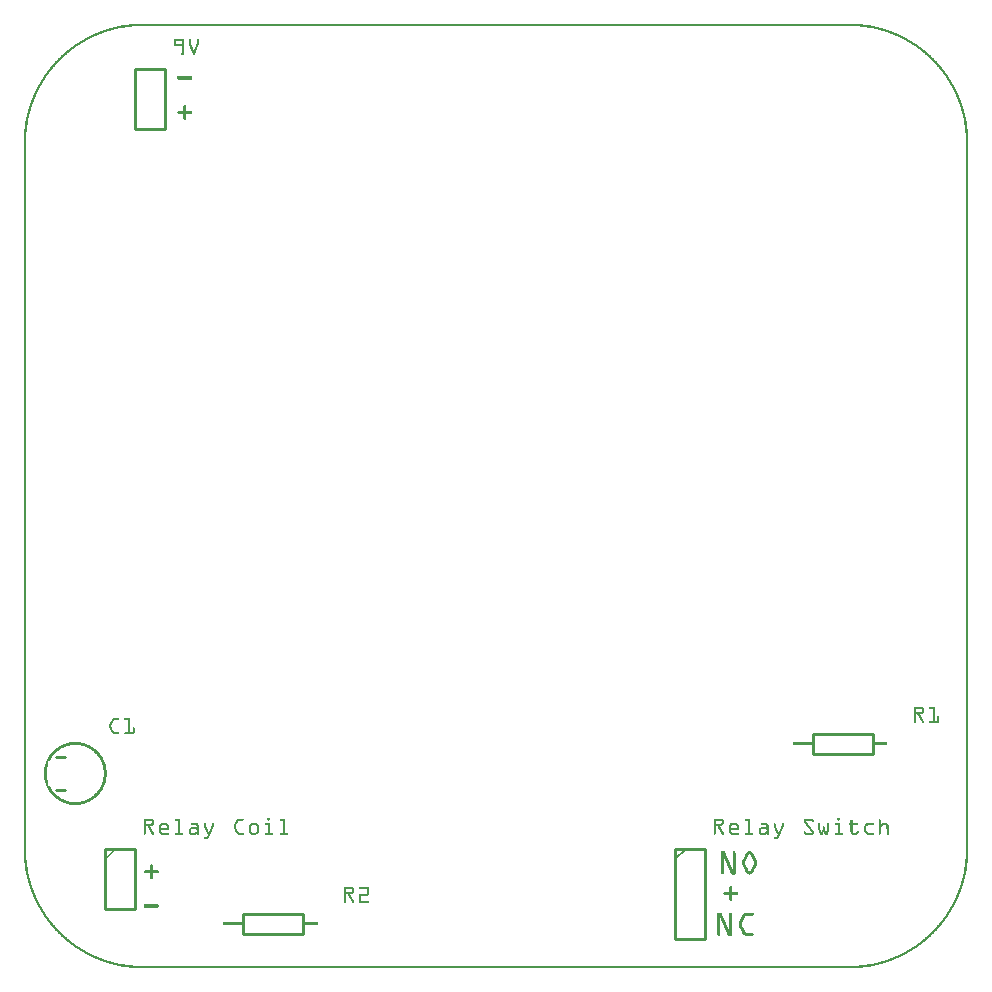
<source format=gto>
G04 MADE WITH FRITZING*
G04 WWW.FRITZING.ORG*
G04 DOUBLE SIDED*
G04 HOLES PLATED*
G04 CONTOUR ON CENTER OF CONTOUR VECTOR*
%ASAXBY*%
%FSLAX23Y23*%
%MOIN*%
%OFA0B0*%
%SFA1.0B1.0*%
%ADD10C,0.010000*%
%ADD11C,0.005000*%
%ADD12C,0.011000*%
%ADD13R,0.001000X0.001000*%
%LNSILK1*%
G90*
G70*
G54D10*
X272Y400D02*
X272Y200D01*
D02*
X272Y200D02*
X372Y200D01*
D02*
X372Y200D02*
X372Y400D01*
D02*
X372Y400D02*
X272Y400D01*
D02*
X2172Y400D02*
X2172Y100D01*
D02*
X2172Y100D02*
X2272Y100D01*
D02*
X2272Y100D02*
X2272Y400D01*
D02*
X2272Y400D02*
X2172Y400D01*
G54D11*
D02*
X2172Y365D02*
X2207Y400D01*
G54D10*
D02*
X2632Y783D02*
X2832Y783D01*
D02*
X2832Y783D02*
X2832Y717D01*
D02*
X2832Y717D02*
X2632Y717D01*
D02*
X2632Y717D02*
X2632Y783D01*
D02*
X732Y183D02*
X932Y183D01*
D02*
X932Y183D02*
X932Y117D01*
D02*
X932Y117D02*
X732Y117D01*
D02*
X732Y117D02*
X732Y183D01*
D02*
X372Y3000D02*
X372Y2800D01*
D02*
X372Y2800D02*
X472Y2800D01*
D02*
X472Y2800D02*
X472Y3000D01*
D02*
X472Y3000D02*
X372Y3000D01*
G54D12*
X107Y705D02*
X137Y705D01*
D02*
X107Y595D02*
X137Y595D01*
D02*
G54D13*
X377Y3150D02*
X2771Y3150D01*
X362Y3149D02*
X2786Y3149D01*
X352Y3148D02*
X2796Y3148D01*
X344Y3147D02*
X2804Y3147D01*
X337Y3146D02*
X2811Y3146D01*
X331Y3145D02*
X2817Y3145D01*
X325Y3144D02*
X2823Y3144D01*
X320Y3143D02*
X2828Y3143D01*
X315Y3142D02*
X376Y3142D01*
X2772Y3142D02*
X2833Y3142D01*
X310Y3141D02*
X361Y3141D01*
X2787Y3141D02*
X2838Y3141D01*
X306Y3140D02*
X351Y3140D01*
X2797Y3140D02*
X2842Y3140D01*
X302Y3139D02*
X343Y3139D01*
X2805Y3139D02*
X2846Y3139D01*
X298Y3138D02*
X336Y3138D01*
X2812Y3138D02*
X2850Y3138D01*
X294Y3137D02*
X330Y3137D01*
X2818Y3137D02*
X2854Y3137D01*
X290Y3136D02*
X324Y3136D01*
X2824Y3136D02*
X2858Y3136D01*
X287Y3135D02*
X319Y3135D01*
X2829Y3135D02*
X2861Y3135D01*
X283Y3134D02*
X314Y3134D01*
X2834Y3134D02*
X2865Y3134D01*
X280Y3133D02*
X310Y3133D01*
X2838Y3133D02*
X2868Y3133D01*
X277Y3132D02*
X305Y3132D01*
X2843Y3132D02*
X2871Y3132D01*
X274Y3131D02*
X301Y3131D01*
X2847Y3131D02*
X2874Y3131D01*
X271Y3130D02*
X297Y3130D01*
X2851Y3130D02*
X2877Y3130D01*
X268Y3129D02*
X294Y3129D01*
X2854Y3129D02*
X2880Y3129D01*
X265Y3128D02*
X290Y3128D01*
X2858Y3128D02*
X2883Y3128D01*
X262Y3127D02*
X286Y3127D01*
X2862Y3127D02*
X2886Y3127D01*
X259Y3126D02*
X283Y3126D01*
X2865Y3126D02*
X2889Y3126D01*
X257Y3125D02*
X280Y3125D01*
X2868Y3125D02*
X2891Y3125D01*
X254Y3124D02*
X277Y3124D01*
X2871Y3124D02*
X2894Y3124D01*
X252Y3123D02*
X274Y3123D01*
X2874Y3123D02*
X2896Y3123D01*
X249Y3122D02*
X271Y3122D01*
X2877Y3122D02*
X2899Y3122D01*
X247Y3121D02*
X268Y3121D01*
X2880Y3121D02*
X2901Y3121D01*
X244Y3120D02*
X265Y3120D01*
X2883Y3120D02*
X2904Y3120D01*
X242Y3119D02*
X262Y3119D01*
X2886Y3119D02*
X2906Y3119D01*
X239Y3118D02*
X259Y3118D01*
X2889Y3118D02*
X2909Y3118D01*
X237Y3117D02*
X257Y3117D01*
X2891Y3117D02*
X2911Y3117D01*
X235Y3116D02*
X254Y3116D01*
X2894Y3116D02*
X2913Y3116D01*
X233Y3115D02*
X252Y3115D01*
X2896Y3115D02*
X2915Y3115D01*
X231Y3114D02*
X249Y3114D01*
X2899Y3114D02*
X2917Y3114D01*
X228Y3113D02*
X247Y3113D01*
X2901Y3113D02*
X2920Y3113D01*
X226Y3112D02*
X244Y3112D01*
X2904Y3112D02*
X2922Y3112D01*
X224Y3111D02*
X242Y3111D01*
X2906Y3111D02*
X2924Y3111D01*
X222Y3110D02*
X240Y3110D01*
X2908Y3110D02*
X2926Y3110D01*
X220Y3109D02*
X238Y3109D01*
X2910Y3109D02*
X2928Y3109D01*
X218Y3108D02*
X235Y3108D01*
X2913Y3108D02*
X2930Y3108D01*
X216Y3107D02*
X233Y3107D01*
X2915Y3107D02*
X2932Y3107D01*
X214Y3106D02*
X231Y3106D01*
X2917Y3106D02*
X2934Y3106D01*
X212Y3105D02*
X229Y3105D01*
X2919Y3105D02*
X2936Y3105D01*
X210Y3104D02*
X227Y3104D01*
X2921Y3104D02*
X2938Y3104D01*
X208Y3103D02*
X225Y3103D01*
X2923Y3103D02*
X2940Y3103D01*
X207Y3102D02*
X223Y3102D01*
X2925Y3102D02*
X2941Y3102D01*
X205Y3101D02*
X221Y3101D01*
X2927Y3101D02*
X2943Y3101D01*
X203Y3100D02*
X219Y3100D01*
X502Y3100D02*
X531Y3100D01*
X552Y3100D02*
X554Y3100D01*
X580Y3100D02*
X581Y3100D01*
X2929Y3100D02*
X2945Y3100D01*
X201Y3099D02*
X217Y3099D01*
X501Y3099D02*
X533Y3099D01*
X551Y3099D02*
X555Y3099D01*
X578Y3099D02*
X583Y3099D01*
X2931Y3099D02*
X2947Y3099D01*
X200Y3098D02*
X215Y3098D01*
X500Y3098D02*
X533Y3098D01*
X550Y3098D02*
X556Y3098D01*
X578Y3098D02*
X583Y3098D01*
X2933Y3098D02*
X2948Y3098D01*
X198Y3097D02*
X213Y3097D01*
X500Y3097D02*
X534Y3097D01*
X550Y3097D02*
X556Y3097D01*
X578Y3097D02*
X584Y3097D01*
X2935Y3097D02*
X2950Y3097D01*
X196Y3096D02*
X211Y3096D01*
X500Y3096D02*
X534Y3096D01*
X550Y3096D02*
X556Y3096D01*
X578Y3096D02*
X584Y3096D01*
X2937Y3096D02*
X2952Y3096D01*
X194Y3095D02*
X209Y3095D01*
X500Y3095D02*
X534Y3095D01*
X550Y3095D02*
X556Y3095D01*
X578Y3095D02*
X584Y3095D01*
X2939Y3095D02*
X2954Y3095D01*
X193Y3094D02*
X207Y3094D01*
X500Y3094D02*
X534Y3094D01*
X550Y3094D02*
X556Y3094D01*
X578Y3094D02*
X584Y3094D01*
X2941Y3094D02*
X2955Y3094D01*
X191Y3093D02*
X206Y3093D01*
X500Y3093D02*
X506Y3093D01*
X527Y3093D02*
X534Y3093D01*
X550Y3093D02*
X556Y3093D01*
X578Y3093D02*
X584Y3093D01*
X2942Y3093D02*
X2957Y3093D01*
X189Y3092D02*
X204Y3092D01*
X500Y3092D02*
X506Y3092D01*
X528Y3092D02*
X534Y3092D01*
X550Y3092D02*
X556Y3092D01*
X578Y3092D02*
X584Y3092D01*
X2944Y3092D02*
X2959Y3092D01*
X188Y3091D02*
X202Y3091D01*
X500Y3091D02*
X506Y3091D01*
X528Y3091D02*
X534Y3091D01*
X550Y3091D02*
X556Y3091D01*
X578Y3091D02*
X584Y3091D01*
X2946Y3091D02*
X2960Y3091D01*
X186Y3090D02*
X201Y3090D01*
X500Y3090D02*
X506Y3090D01*
X528Y3090D02*
X534Y3090D01*
X550Y3090D02*
X556Y3090D01*
X578Y3090D02*
X584Y3090D01*
X2947Y3090D02*
X2962Y3090D01*
X185Y3089D02*
X199Y3089D01*
X500Y3089D02*
X506Y3089D01*
X528Y3089D02*
X534Y3089D01*
X550Y3089D02*
X556Y3089D01*
X578Y3089D02*
X584Y3089D01*
X2949Y3089D02*
X2963Y3089D01*
X183Y3088D02*
X197Y3088D01*
X500Y3088D02*
X506Y3088D01*
X528Y3088D02*
X534Y3088D01*
X550Y3088D02*
X556Y3088D01*
X578Y3088D02*
X584Y3088D01*
X2951Y3088D02*
X2965Y3088D01*
X182Y3087D02*
X195Y3087D01*
X500Y3087D02*
X506Y3087D01*
X528Y3087D02*
X534Y3087D01*
X550Y3087D02*
X556Y3087D01*
X578Y3087D02*
X584Y3087D01*
X2953Y3087D02*
X2966Y3087D01*
X180Y3086D02*
X194Y3086D01*
X500Y3086D02*
X506Y3086D01*
X528Y3086D02*
X534Y3086D01*
X550Y3086D02*
X556Y3086D01*
X578Y3086D02*
X584Y3086D01*
X2954Y3086D02*
X2968Y3086D01*
X178Y3085D02*
X192Y3085D01*
X500Y3085D02*
X506Y3085D01*
X528Y3085D02*
X534Y3085D01*
X550Y3085D02*
X556Y3085D01*
X577Y3085D02*
X584Y3085D01*
X2956Y3085D02*
X2970Y3085D01*
X177Y3084D02*
X191Y3084D01*
X500Y3084D02*
X506Y3084D01*
X528Y3084D02*
X534Y3084D01*
X550Y3084D02*
X557Y3084D01*
X577Y3084D02*
X583Y3084D01*
X2957Y3084D02*
X2971Y3084D01*
X175Y3083D02*
X189Y3083D01*
X500Y3083D02*
X506Y3083D01*
X527Y3083D02*
X534Y3083D01*
X550Y3083D02*
X557Y3083D01*
X576Y3083D02*
X583Y3083D01*
X2959Y3083D02*
X2973Y3083D01*
X174Y3082D02*
X187Y3082D01*
X500Y3082D02*
X534Y3082D01*
X551Y3082D02*
X557Y3082D01*
X576Y3082D02*
X583Y3082D01*
X2961Y3082D02*
X2974Y3082D01*
X172Y3081D02*
X186Y3081D01*
X500Y3081D02*
X534Y3081D01*
X551Y3081D02*
X558Y3081D01*
X576Y3081D02*
X582Y3081D01*
X2962Y3081D02*
X2976Y3081D01*
X171Y3080D02*
X184Y3080D01*
X500Y3080D02*
X534Y3080D01*
X552Y3080D02*
X558Y3080D01*
X575Y3080D02*
X582Y3080D01*
X2964Y3080D02*
X2977Y3080D01*
X170Y3079D02*
X183Y3079D01*
X500Y3079D02*
X534Y3079D01*
X552Y3079D02*
X559Y3079D01*
X575Y3079D02*
X581Y3079D01*
X2965Y3079D02*
X2978Y3079D01*
X168Y3078D02*
X181Y3078D01*
X500Y3078D02*
X534Y3078D01*
X552Y3078D02*
X559Y3078D01*
X575Y3078D02*
X581Y3078D01*
X2967Y3078D02*
X2980Y3078D01*
X167Y3077D02*
X180Y3077D01*
X501Y3077D02*
X534Y3077D01*
X553Y3077D02*
X559Y3077D01*
X574Y3077D02*
X581Y3077D01*
X2968Y3077D02*
X2981Y3077D01*
X165Y3076D02*
X178Y3076D01*
X502Y3076D02*
X534Y3076D01*
X553Y3076D02*
X560Y3076D01*
X574Y3076D02*
X580Y3076D01*
X2970Y3076D02*
X2983Y3076D01*
X164Y3075D02*
X177Y3075D01*
X528Y3075D02*
X534Y3075D01*
X554Y3075D02*
X560Y3075D01*
X573Y3075D02*
X580Y3075D01*
X2971Y3075D02*
X2984Y3075D01*
X163Y3074D02*
X175Y3074D01*
X528Y3074D02*
X534Y3074D01*
X554Y3074D02*
X561Y3074D01*
X573Y3074D02*
X579Y3074D01*
X2973Y3074D02*
X2985Y3074D01*
X161Y3073D02*
X174Y3073D01*
X528Y3073D02*
X534Y3073D01*
X554Y3073D02*
X561Y3073D01*
X573Y3073D02*
X579Y3073D01*
X2974Y3073D02*
X2987Y3073D01*
X160Y3072D02*
X172Y3072D01*
X528Y3072D02*
X534Y3072D01*
X555Y3072D02*
X561Y3072D01*
X572Y3072D02*
X579Y3072D01*
X2976Y3072D02*
X2988Y3072D01*
X158Y3071D02*
X171Y3071D01*
X528Y3071D02*
X534Y3071D01*
X555Y3071D02*
X562Y3071D01*
X572Y3071D02*
X578Y3071D01*
X2977Y3071D02*
X2990Y3071D01*
X157Y3070D02*
X170Y3070D01*
X528Y3070D02*
X534Y3070D01*
X556Y3070D02*
X562Y3070D01*
X571Y3070D02*
X578Y3070D01*
X2978Y3070D02*
X2991Y3070D01*
X156Y3069D02*
X168Y3069D01*
X528Y3069D02*
X534Y3069D01*
X556Y3069D02*
X563Y3069D01*
X571Y3069D02*
X578Y3069D01*
X2980Y3069D02*
X2992Y3069D01*
X155Y3068D02*
X167Y3068D01*
X528Y3068D02*
X534Y3068D01*
X556Y3068D02*
X563Y3068D01*
X571Y3068D02*
X577Y3068D01*
X2981Y3068D02*
X2993Y3068D01*
X153Y3067D02*
X165Y3067D01*
X528Y3067D02*
X534Y3067D01*
X557Y3067D02*
X563Y3067D01*
X570Y3067D02*
X577Y3067D01*
X2983Y3067D02*
X2995Y3067D01*
X152Y3066D02*
X164Y3066D01*
X528Y3066D02*
X534Y3066D01*
X557Y3066D02*
X564Y3066D01*
X570Y3066D02*
X576Y3066D01*
X2984Y3066D02*
X2996Y3066D01*
X151Y3065D02*
X163Y3065D01*
X528Y3065D02*
X534Y3065D01*
X557Y3065D02*
X564Y3065D01*
X569Y3065D02*
X576Y3065D01*
X2985Y3065D02*
X2997Y3065D01*
X150Y3064D02*
X161Y3064D01*
X528Y3064D02*
X534Y3064D01*
X558Y3064D02*
X564Y3064D01*
X569Y3064D02*
X576Y3064D01*
X2987Y3064D02*
X2998Y3064D01*
X148Y3063D02*
X160Y3063D01*
X528Y3063D02*
X534Y3063D01*
X558Y3063D02*
X565Y3063D01*
X569Y3063D02*
X575Y3063D01*
X2988Y3063D02*
X3000Y3063D01*
X147Y3062D02*
X159Y3062D01*
X528Y3062D02*
X534Y3062D01*
X559Y3062D02*
X565Y3062D01*
X568Y3062D02*
X575Y3062D01*
X2989Y3062D02*
X3001Y3062D01*
X146Y3061D02*
X158Y3061D01*
X528Y3061D02*
X534Y3061D01*
X559Y3061D02*
X566Y3061D01*
X568Y3061D02*
X574Y3061D01*
X2990Y3061D02*
X3002Y3061D01*
X144Y3060D02*
X156Y3060D01*
X528Y3060D02*
X534Y3060D01*
X559Y3060D02*
X574Y3060D01*
X2992Y3060D02*
X3004Y3060D01*
X143Y3059D02*
X155Y3059D01*
X528Y3059D02*
X534Y3059D01*
X560Y3059D02*
X574Y3059D01*
X2993Y3059D02*
X3005Y3059D01*
X142Y3058D02*
X154Y3058D01*
X528Y3058D02*
X534Y3058D01*
X560Y3058D02*
X573Y3058D01*
X2994Y3058D02*
X3006Y3058D01*
X141Y3057D02*
X153Y3057D01*
X528Y3057D02*
X534Y3057D01*
X561Y3057D02*
X573Y3057D01*
X2995Y3057D02*
X3007Y3057D01*
X140Y3056D02*
X151Y3056D01*
X528Y3056D02*
X534Y3056D01*
X561Y3056D02*
X572Y3056D01*
X2997Y3056D02*
X3008Y3056D01*
X139Y3055D02*
X150Y3055D01*
X528Y3055D02*
X534Y3055D01*
X561Y3055D02*
X572Y3055D01*
X2998Y3055D02*
X3009Y3055D01*
X137Y3054D02*
X149Y3054D01*
X528Y3054D02*
X534Y3054D01*
X562Y3054D02*
X572Y3054D01*
X2999Y3054D02*
X3011Y3054D01*
X136Y3053D02*
X148Y3053D01*
X526Y3053D02*
X534Y3053D01*
X562Y3053D02*
X571Y3053D01*
X3000Y3053D02*
X3012Y3053D01*
X135Y3052D02*
X146Y3052D01*
X525Y3052D02*
X534Y3052D01*
X563Y3052D02*
X571Y3052D01*
X3002Y3052D02*
X3013Y3052D01*
X134Y3051D02*
X145Y3051D01*
X524Y3051D02*
X534Y3051D01*
X563Y3051D02*
X571Y3051D01*
X3003Y3051D02*
X3014Y3051D01*
X133Y3050D02*
X144Y3050D01*
X524Y3050D02*
X534Y3050D01*
X563Y3050D02*
X570Y3050D01*
X3004Y3050D02*
X3015Y3050D01*
X132Y3049D02*
X143Y3049D01*
X524Y3049D02*
X533Y3049D01*
X564Y3049D02*
X570Y3049D01*
X3005Y3049D02*
X3016Y3049D01*
X131Y3048D02*
X142Y3048D01*
X525Y3048D02*
X533Y3048D01*
X564Y3048D02*
X569Y3048D01*
X3006Y3048D02*
X3017Y3048D01*
X129Y3047D02*
X141Y3047D01*
X525Y3047D02*
X532Y3047D01*
X565Y3047D02*
X568Y3047D01*
X3007Y3047D02*
X3019Y3047D01*
X128Y3046D02*
X139Y3046D01*
X3009Y3046D02*
X3020Y3046D01*
X127Y3045D02*
X138Y3045D01*
X3010Y3045D02*
X3021Y3045D01*
X126Y3044D02*
X137Y3044D01*
X3011Y3044D02*
X3022Y3044D01*
X125Y3043D02*
X136Y3043D01*
X3012Y3043D02*
X3023Y3043D01*
X124Y3042D02*
X135Y3042D01*
X3013Y3042D02*
X3024Y3042D01*
X123Y3041D02*
X134Y3041D01*
X3014Y3041D02*
X3025Y3041D01*
X122Y3040D02*
X133Y3040D01*
X3015Y3040D02*
X3026Y3040D01*
X121Y3039D02*
X132Y3039D01*
X3016Y3039D02*
X3027Y3039D01*
X120Y3038D02*
X131Y3038D01*
X3017Y3038D02*
X3028Y3038D01*
X119Y3037D02*
X130Y3037D01*
X3018Y3037D02*
X3029Y3037D01*
X118Y3036D02*
X129Y3036D01*
X3019Y3036D02*
X3030Y3036D01*
X117Y3035D02*
X127Y3035D01*
X3021Y3035D02*
X3031Y3035D01*
X116Y3034D02*
X126Y3034D01*
X3022Y3034D02*
X3032Y3034D01*
X115Y3033D02*
X125Y3033D01*
X3023Y3033D02*
X3033Y3033D01*
X114Y3032D02*
X124Y3032D01*
X3024Y3032D02*
X3034Y3032D01*
X113Y3031D02*
X123Y3031D01*
X3025Y3031D02*
X3035Y3031D01*
X112Y3030D02*
X122Y3030D01*
X3026Y3030D02*
X3036Y3030D01*
X111Y3029D02*
X121Y3029D01*
X3027Y3029D02*
X3037Y3029D01*
X110Y3028D02*
X120Y3028D01*
X3028Y3028D02*
X3038Y3028D01*
X109Y3027D02*
X119Y3027D01*
X3029Y3027D02*
X3039Y3027D01*
X108Y3026D02*
X118Y3026D01*
X3030Y3026D02*
X3040Y3026D01*
X107Y3025D02*
X117Y3025D01*
X3031Y3025D02*
X3041Y3025D01*
X106Y3024D02*
X116Y3024D01*
X3032Y3024D02*
X3042Y3024D01*
X105Y3023D02*
X115Y3023D01*
X3033Y3023D02*
X3043Y3023D01*
X104Y3022D02*
X114Y3022D01*
X3034Y3022D02*
X3044Y3022D01*
X103Y3021D02*
X114Y3021D01*
X3034Y3021D02*
X3045Y3021D01*
X103Y3020D02*
X113Y3020D01*
X3035Y3020D02*
X3045Y3020D01*
X102Y3019D02*
X112Y3019D01*
X3036Y3019D02*
X3046Y3019D01*
X101Y3018D02*
X111Y3018D01*
X3037Y3018D02*
X3047Y3018D01*
X100Y3017D02*
X110Y3017D01*
X3038Y3017D02*
X3048Y3017D01*
X99Y3016D02*
X109Y3016D01*
X3039Y3016D02*
X3049Y3016D01*
X98Y3015D02*
X108Y3015D01*
X3040Y3015D02*
X3050Y3015D01*
X97Y3014D02*
X107Y3014D01*
X3041Y3014D02*
X3051Y3014D01*
X96Y3013D02*
X106Y3013D01*
X3042Y3013D02*
X3052Y3013D01*
X96Y3012D02*
X105Y3012D01*
X3043Y3012D02*
X3052Y3012D01*
X95Y3011D02*
X104Y3011D01*
X3044Y3011D02*
X3053Y3011D01*
X94Y3010D02*
X103Y3010D01*
X3045Y3010D02*
X3054Y3010D01*
X93Y3009D02*
X103Y3009D01*
X3045Y3009D02*
X3055Y3009D01*
X92Y3008D02*
X102Y3008D01*
X3046Y3008D02*
X3056Y3008D01*
X91Y3007D02*
X101Y3007D01*
X3047Y3007D02*
X3057Y3007D01*
X90Y3006D02*
X100Y3006D01*
X3048Y3006D02*
X3058Y3006D01*
X90Y3005D02*
X99Y3005D01*
X3049Y3005D02*
X3058Y3005D01*
X89Y3004D02*
X98Y3004D01*
X3050Y3004D02*
X3059Y3004D01*
X88Y3003D02*
X97Y3003D01*
X3051Y3003D02*
X3060Y3003D01*
X87Y3002D02*
X97Y3002D01*
X405Y3002D02*
X405Y3002D01*
X3051Y3002D02*
X3061Y3002D01*
X87Y3001D02*
X96Y3001D01*
X404Y3001D02*
X406Y3001D01*
X3052Y3001D02*
X3061Y3001D01*
X86Y3000D02*
X95Y3000D01*
X403Y3000D02*
X407Y3000D01*
X3053Y3000D02*
X3062Y3000D01*
X85Y2999D02*
X94Y2999D01*
X402Y2999D02*
X408Y2999D01*
X3054Y2999D02*
X3063Y2999D01*
X84Y2998D02*
X93Y2998D01*
X401Y2998D02*
X407Y2998D01*
X3055Y2998D02*
X3064Y2998D01*
X83Y2997D02*
X93Y2997D01*
X400Y2997D02*
X406Y2997D01*
X3055Y2997D02*
X3065Y2997D01*
X83Y2996D02*
X92Y2996D01*
X399Y2996D02*
X405Y2996D01*
X3056Y2996D02*
X3065Y2996D01*
X82Y2995D02*
X91Y2995D01*
X398Y2995D02*
X404Y2995D01*
X3057Y2995D02*
X3066Y2995D01*
X81Y2994D02*
X90Y2994D01*
X3058Y2994D02*
X3067Y2994D01*
X80Y2993D02*
X89Y2993D01*
X3059Y2993D02*
X3068Y2993D01*
X79Y2992D02*
X89Y2992D01*
X3059Y2992D02*
X3069Y2992D01*
X79Y2991D02*
X88Y2991D01*
X3060Y2991D02*
X3069Y2991D01*
X78Y2990D02*
X87Y2990D01*
X3061Y2990D02*
X3070Y2990D01*
X77Y2989D02*
X86Y2989D01*
X3062Y2989D02*
X3071Y2989D01*
X77Y2988D02*
X85Y2988D01*
X3063Y2988D02*
X3071Y2988D01*
X76Y2987D02*
X85Y2987D01*
X3063Y2987D02*
X3072Y2987D01*
X75Y2986D02*
X84Y2986D01*
X3064Y2986D02*
X3073Y2986D01*
X74Y2985D02*
X83Y2985D01*
X3065Y2985D02*
X3074Y2985D01*
X74Y2984D02*
X82Y2984D01*
X3066Y2984D02*
X3074Y2984D01*
X73Y2983D02*
X82Y2983D01*
X3066Y2983D02*
X3075Y2983D01*
X72Y2982D02*
X81Y2982D01*
X3067Y2982D02*
X3076Y2982D01*
X72Y2981D02*
X80Y2981D01*
X3068Y2981D02*
X3076Y2981D01*
X71Y2980D02*
X80Y2980D01*
X3068Y2980D02*
X3077Y2980D01*
X70Y2979D02*
X79Y2979D01*
X3069Y2979D02*
X3078Y2979D01*
X69Y2978D02*
X78Y2978D01*
X3070Y2978D02*
X3079Y2978D01*
X69Y2977D02*
X77Y2977D01*
X3071Y2977D02*
X3079Y2977D01*
X68Y2976D02*
X77Y2976D01*
X515Y2976D02*
X557Y2976D01*
X3071Y2976D02*
X3080Y2976D01*
X67Y2975D02*
X76Y2975D01*
X513Y2975D02*
X559Y2975D01*
X3072Y2975D02*
X3081Y2975D01*
X67Y2974D02*
X75Y2974D01*
X377Y2974D02*
X377Y2974D01*
X512Y2974D02*
X560Y2974D01*
X3073Y2974D02*
X3081Y2974D01*
X66Y2973D02*
X75Y2973D01*
X376Y2973D02*
X377Y2973D01*
X512Y2973D02*
X560Y2973D01*
X3073Y2973D02*
X3082Y2973D01*
X65Y2972D02*
X74Y2972D01*
X375Y2972D02*
X377Y2972D01*
X512Y2972D02*
X560Y2972D01*
X3074Y2972D02*
X3083Y2972D01*
X65Y2971D02*
X73Y2971D01*
X374Y2971D02*
X377Y2971D01*
X512Y2971D02*
X560Y2971D01*
X3075Y2971D02*
X3083Y2971D01*
X64Y2970D02*
X73Y2970D01*
X373Y2970D02*
X377Y2970D01*
X512Y2970D02*
X560Y2970D01*
X3075Y2970D02*
X3084Y2970D01*
X64Y2969D02*
X72Y2969D01*
X372Y2969D02*
X377Y2969D01*
X512Y2969D02*
X560Y2969D01*
X3076Y2969D02*
X3084Y2969D01*
X63Y2968D02*
X71Y2968D01*
X371Y2968D02*
X377Y2968D01*
X512Y2968D02*
X560Y2968D01*
X3077Y2968D02*
X3085Y2968D01*
X62Y2967D02*
X71Y2967D01*
X371Y2967D02*
X376Y2967D01*
X512Y2967D02*
X560Y2967D01*
X3077Y2967D02*
X3086Y2967D01*
X62Y2966D02*
X70Y2966D01*
X372Y2966D02*
X375Y2966D01*
X512Y2966D02*
X560Y2966D01*
X3078Y2966D02*
X3086Y2966D01*
X61Y2965D02*
X69Y2965D01*
X373Y2965D02*
X374Y2965D01*
X512Y2965D02*
X560Y2965D01*
X3079Y2965D02*
X3087Y2965D01*
X60Y2964D02*
X69Y2964D01*
X513Y2964D02*
X559Y2964D01*
X3079Y2964D02*
X3088Y2964D01*
X60Y2963D02*
X68Y2963D01*
X514Y2963D02*
X558Y2963D01*
X3080Y2963D02*
X3088Y2963D01*
X59Y2962D02*
X67Y2962D01*
X3081Y2962D02*
X3089Y2962D01*
X58Y2961D02*
X67Y2961D01*
X3081Y2961D02*
X3090Y2961D01*
X58Y2960D02*
X66Y2960D01*
X3082Y2960D02*
X3090Y2960D01*
X57Y2959D02*
X66Y2959D01*
X3082Y2959D02*
X3091Y2959D01*
X57Y2958D02*
X65Y2958D01*
X3083Y2958D02*
X3091Y2958D01*
X56Y2957D02*
X64Y2957D01*
X3084Y2957D02*
X3092Y2957D01*
X55Y2956D02*
X64Y2956D01*
X3084Y2956D02*
X3093Y2956D01*
X55Y2955D02*
X63Y2955D01*
X3085Y2955D02*
X3093Y2955D01*
X54Y2954D02*
X62Y2954D01*
X3086Y2954D02*
X3094Y2954D01*
X54Y2953D02*
X62Y2953D01*
X3086Y2953D02*
X3094Y2953D01*
X53Y2952D02*
X61Y2952D01*
X3087Y2952D02*
X3095Y2952D01*
X53Y2951D02*
X61Y2951D01*
X3087Y2951D02*
X3095Y2951D01*
X52Y2950D02*
X60Y2950D01*
X3088Y2950D02*
X3096Y2950D01*
X51Y2949D02*
X60Y2949D01*
X3088Y2949D02*
X3097Y2949D01*
X51Y2948D02*
X59Y2948D01*
X3089Y2948D02*
X3097Y2948D01*
X50Y2947D02*
X58Y2947D01*
X3090Y2947D02*
X3098Y2947D01*
X50Y2946D02*
X58Y2946D01*
X3090Y2946D02*
X3098Y2946D01*
X49Y2945D02*
X57Y2945D01*
X3091Y2945D02*
X3099Y2945D01*
X49Y2944D02*
X57Y2944D01*
X3091Y2944D02*
X3099Y2944D01*
X48Y2943D02*
X56Y2943D01*
X3092Y2943D02*
X3100Y2943D01*
X47Y2942D02*
X55Y2942D01*
X3093Y2942D02*
X3101Y2942D01*
X47Y2941D02*
X55Y2941D01*
X3093Y2941D02*
X3101Y2941D01*
X46Y2940D02*
X54Y2940D01*
X3094Y2940D02*
X3102Y2940D01*
X46Y2939D02*
X54Y2939D01*
X3094Y2939D02*
X3102Y2939D01*
X45Y2938D02*
X53Y2938D01*
X3095Y2938D02*
X3103Y2938D01*
X45Y2937D02*
X53Y2937D01*
X3095Y2937D02*
X3103Y2937D01*
X44Y2936D02*
X52Y2936D01*
X3096Y2936D02*
X3104Y2936D01*
X44Y2935D02*
X52Y2935D01*
X3096Y2935D02*
X3104Y2935D01*
X43Y2934D02*
X51Y2934D01*
X3097Y2934D02*
X3105Y2934D01*
X43Y2933D02*
X51Y2933D01*
X3097Y2933D02*
X3105Y2933D01*
X42Y2932D02*
X50Y2932D01*
X3098Y2932D02*
X3106Y2932D01*
X42Y2931D02*
X50Y2931D01*
X3098Y2931D02*
X3106Y2931D01*
X41Y2930D02*
X49Y2930D01*
X3099Y2930D02*
X3107Y2930D01*
X41Y2929D02*
X49Y2929D01*
X3099Y2929D02*
X3107Y2929D01*
X40Y2928D02*
X48Y2928D01*
X3100Y2928D02*
X3108Y2928D01*
X40Y2927D02*
X48Y2927D01*
X3100Y2927D02*
X3108Y2927D01*
X39Y2926D02*
X47Y2926D01*
X3101Y2926D02*
X3109Y2926D01*
X39Y2925D02*
X47Y2925D01*
X3101Y2925D02*
X3109Y2925D01*
X38Y2924D02*
X46Y2924D01*
X3102Y2924D02*
X3110Y2924D01*
X38Y2923D02*
X46Y2923D01*
X3102Y2923D02*
X3110Y2923D01*
X37Y2922D02*
X45Y2922D01*
X3103Y2922D02*
X3111Y2922D01*
X37Y2921D02*
X45Y2921D01*
X3103Y2921D02*
X3111Y2921D01*
X37Y2920D02*
X44Y2920D01*
X3104Y2920D02*
X3111Y2920D01*
X36Y2919D02*
X44Y2919D01*
X3104Y2919D02*
X3112Y2919D01*
X36Y2918D02*
X43Y2918D01*
X3105Y2918D02*
X3112Y2918D01*
X35Y2917D02*
X43Y2917D01*
X3105Y2917D02*
X3113Y2917D01*
X35Y2916D02*
X42Y2916D01*
X3106Y2916D02*
X3113Y2916D01*
X34Y2915D02*
X42Y2915D01*
X3106Y2915D02*
X3114Y2915D01*
X34Y2914D02*
X41Y2914D01*
X3107Y2914D02*
X3114Y2914D01*
X33Y2913D02*
X41Y2913D01*
X3107Y2913D02*
X3115Y2913D01*
X33Y2912D02*
X41Y2912D01*
X3107Y2912D02*
X3115Y2912D01*
X32Y2911D02*
X40Y2911D01*
X3108Y2911D02*
X3116Y2911D01*
X32Y2910D02*
X40Y2910D01*
X3108Y2910D02*
X3116Y2910D01*
X32Y2909D02*
X39Y2909D01*
X3109Y2909D02*
X3116Y2909D01*
X31Y2908D02*
X39Y2908D01*
X3109Y2908D02*
X3117Y2908D01*
X31Y2907D02*
X38Y2907D01*
X3110Y2907D02*
X3117Y2907D01*
X30Y2906D02*
X38Y2906D01*
X3110Y2906D02*
X3118Y2906D01*
X30Y2905D02*
X37Y2905D01*
X3111Y2905D02*
X3118Y2905D01*
X30Y2904D02*
X37Y2904D01*
X3111Y2904D02*
X3118Y2904D01*
X29Y2903D02*
X37Y2903D01*
X3111Y2903D02*
X3119Y2903D01*
X29Y2902D02*
X36Y2902D01*
X3112Y2902D02*
X3119Y2902D01*
X28Y2901D02*
X36Y2901D01*
X3112Y2901D02*
X3120Y2901D01*
X28Y2900D02*
X35Y2900D01*
X3113Y2900D02*
X3120Y2900D01*
X28Y2899D02*
X35Y2899D01*
X3113Y2899D02*
X3120Y2899D01*
X27Y2898D02*
X35Y2898D01*
X3113Y2898D02*
X3121Y2898D01*
X27Y2897D02*
X34Y2897D01*
X3114Y2897D02*
X3121Y2897D01*
X26Y2896D02*
X34Y2896D01*
X3114Y2896D02*
X3122Y2896D01*
X26Y2895D02*
X33Y2895D01*
X3115Y2895D02*
X3122Y2895D01*
X26Y2894D02*
X33Y2894D01*
X3115Y2894D02*
X3122Y2894D01*
X25Y2893D02*
X33Y2893D01*
X3115Y2893D02*
X3123Y2893D01*
X25Y2892D02*
X32Y2892D01*
X3116Y2892D02*
X3123Y2892D01*
X24Y2891D02*
X32Y2891D01*
X3116Y2891D02*
X3124Y2891D01*
X24Y2890D02*
X31Y2890D01*
X3117Y2890D02*
X3124Y2890D01*
X24Y2889D02*
X31Y2889D01*
X3117Y2889D02*
X3124Y2889D01*
X23Y2888D02*
X31Y2888D01*
X3117Y2888D02*
X3125Y2888D01*
X23Y2887D02*
X30Y2887D01*
X3118Y2887D02*
X3125Y2887D01*
X23Y2886D02*
X30Y2886D01*
X3118Y2886D02*
X3125Y2886D01*
X22Y2885D02*
X30Y2885D01*
X3118Y2885D02*
X3126Y2885D01*
X22Y2884D02*
X29Y2884D01*
X3119Y2884D02*
X3126Y2884D01*
X22Y2883D02*
X29Y2883D01*
X3119Y2883D02*
X3126Y2883D01*
X21Y2882D02*
X29Y2882D01*
X3119Y2882D02*
X3127Y2882D01*
X21Y2881D02*
X28Y2881D01*
X3120Y2881D02*
X3127Y2881D01*
X21Y2880D02*
X28Y2880D01*
X3120Y2880D02*
X3127Y2880D01*
X20Y2879D02*
X28Y2879D01*
X534Y2879D02*
X538Y2879D01*
X3120Y2879D02*
X3128Y2879D01*
X20Y2878D02*
X27Y2878D01*
X533Y2878D02*
X539Y2878D01*
X3121Y2878D02*
X3128Y2878D01*
X20Y2877D02*
X27Y2877D01*
X532Y2877D02*
X540Y2877D01*
X3121Y2877D02*
X3128Y2877D01*
X19Y2876D02*
X27Y2876D01*
X532Y2876D02*
X540Y2876D01*
X3121Y2876D02*
X3129Y2876D01*
X19Y2875D02*
X26Y2875D01*
X532Y2875D02*
X541Y2875D01*
X3122Y2875D02*
X3129Y2875D01*
X19Y2874D02*
X26Y2874D01*
X532Y2874D02*
X541Y2874D01*
X3122Y2874D02*
X3129Y2874D01*
X18Y2873D02*
X26Y2873D01*
X532Y2873D02*
X541Y2873D01*
X3122Y2873D02*
X3130Y2873D01*
X18Y2872D02*
X25Y2872D01*
X532Y2872D02*
X541Y2872D01*
X3123Y2872D02*
X3130Y2872D01*
X18Y2871D02*
X25Y2871D01*
X532Y2871D02*
X541Y2871D01*
X3123Y2871D02*
X3130Y2871D01*
X17Y2870D02*
X25Y2870D01*
X532Y2870D02*
X541Y2870D01*
X3123Y2870D02*
X3131Y2870D01*
X17Y2869D02*
X24Y2869D01*
X532Y2869D02*
X541Y2869D01*
X3124Y2869D02*
X3131Y2869D01*
X17Y2868D02*
X24Y2868D01*
X532Y2868D02*
X541Y2868D01*
X3124Y2868D02*
X3131Y2868D01*
X16Y2867D02*
X24Y2867D01*
X532Y2867D02*
X541Y2867D01*
X3124Y2867D02*
X3132Y2867D01*
X16Y2866D02*
X23Y2866D01*
X532Y2866D02*
X541Y2866D01*
X3125Y2866D02*
X3132Y2866D01*
X16Y2865D02*
X23Y2865D01*
X532Y2865D02*
X541Y2865D01*
X3125Y2865D02*
X3132Y2865D01*
X16Y2864D02*
X23Y2864D01*
X532Y2864D02*
X541Y2864D01*
X3125Y2864D02*
X3132Y2864D01*
X15Y2863D02*
X22Y2863D01*
X532Y2863D02*
X541Y2863D01*
X3126Y2863D02*
X3133Y2863D01*
X15Y2862D02*
X22Y2862D01*
X532Y2862D02*
X541Y2862D01*
X3126Y2862D02*
X3133Y2862D01*
X15Y2861D02*
X22Y2861D01*
X532Y2861D02*
X541Y2861D01*
X3126Y2861D02*
X3133Y2861D01*
X14Y2860D02*
X22Y2860D01*
X531Y2860D02*
X541Y2860D01*
X3126Y2860D02*
X3134Y2860D01*
X14Y2859D02*
X21Y2859D01*
X514Y2859D02*
X558Y2859D01*
X3127Y2859D02*
X3134Y2859D01*
X14Y2858D02*
X21Y2858D01*
X513Y2858D02*
X559Y2858D01*
X3127Y2858D02*
X3134Y2858D01*
X14Y2857D02*
X21Y2857D01*
X512Y2857D02*
X560Y2857D01*
X3127Y2857D02*
X3134Y2857D01*
X13Y2856D02*
X21Y2856D01*
X512Y2856D02*
X560Y2856D01*
X3127Y2856D02*
X3135Y2856D01*
X13Y2855D02*
X20Y2855D01*
X512Y2855D02*
X561Y2855D01*
X3128Y2855D02*
X3135Y2855D01*
X13Y2854D02*
X20Y2854D01*
X512Y2854D02*
X561Y2854D01*
X3128Y2854D02*
X3135Y2854D01*
X13Y2853D02*
X20Y2853D01*
X512Y2853D02*
X560Y2853D01*
X3128Y2853D02*
X3135Y2853D01*
X12Y2852D02*
X19Y2852D01*
X513Y2852D02*
X560Y2852D01*
X3129Y2852D02*
X3136Y2852D01*
X12Y2851D02*
X19Y2851D01*
X513Y2851D02*
X559Y2851D01*
X3129Y2851D02*
X3136Y2851D01*
X12Y2850D02*
X19Y2850D01*
X515Y2850D02*
X557Y2850D01*
X3129Y2850D02*
X3136Y2850D01*
X12Y2849D02*
X19Y2849D01*
X532Y2849D02*
X541Y2849D01*
X3129Y2849D02*
X3136Y2849D01*
X11Y2848D02*
X18Y2848D01*
X532Y2848D02*
X541Y2848D01*
X3130Y2848D02*
X3137Y2848D01*
X11Y2847D02*
X18Y2847D01*
X532Y2847D02*
X541Y2847D01*
X3130Y2847D02*
X3137Y2847D01*
X11Y2846D02*
X18Y2846D01*
X532Y2846D02*
X541Y2846D01*
X3130Y2846D02*
X3137Y2846D01*
X11Y2845D02*
X18Y2845D01*
X532Y2845D02*
X541Y2845D01*
X3130Y2845D02*
X3137Y2845D01*
X10Y2844D02*
X17Y2844D01*
X532Y2844D02*
X541Y2844D01*
X3131Y2844D02*
X3138Y2844D01*
X10Y2843D02*
X17Y2843D01*
X532Y2843D02*
X541Y2843D01*
X3131Y2843D02*
X3138Y2843D01*
X10Y2842D02*
X17Y2842D01*
X532Y2842D02*
X541Y2842D01*
X3131Y2842D02*
X3138Y2842D01*
X10Y2841D02*
X17Y2841D01*
X532Y2841D02*
X541Y2841D01*
X3131Y2841D02*
X3138Y2841D01*
X9Y2840D02*
X17Y2840D01*
X532Y2840D02*
X541Y2840D01*
X3131Y2840D02*
X3139Y2840D01*
X9Y2839D02*
X16Y2839D01*
X532Y2839D02*
X541Y2839D01*
X3132Y2839D02*
X3139Y2839D01*
X9Y2838D02*
X16Y2838D01*
X532Y2838D02*
X541Y2838D01*
X3132Y2838D02*
X3139Y2838D01*
X9Y2837D02*
X16Y2837D01*
X532Y2837D02*
X541Y2837D01*
X3132Y2837D02*
X3139Y2837D01*
X9Y2836D02*
X16Y2836D01*
X532Y2836D02*
X541Y2836D01*
X3132Y2836D02*
X3139Y2836D01*
X8Y2835D02*
X15Y2835D01*
X532Y2835D02*
X541Y2835D01*
X3133Y2835D02*
X3140Y2835D01*
X8Y2834D02*
X15Y2834D01*
X532Y2834D02*
X541Y2834D01*
X3133Y2834D02*
X3140Y2834D01*
X8Y2833D02*
X15Y2833D01*
X532Y2833D02*
X540Y2833D01*
X3133Y2833D02*
X3140Y2833D01*
X8Y2832D02*
X15Y2832D01*
X533Y2832D02*
X540Y2832D01*
X3133Y2832D02*
X3140Y2832D01*
X8Y2831D02*
X15Y2831D01*
X533Y2831D02*
X539Y2831D01*
X3133Y2831D02*
X3140Y2831D01*
X7Y2830D02*
X14Y2830D01*
X535Y2830D02*
X537Y2830D01*
X3134Y2830D02*
X3141Y2830D01*
X7Y2829D02*
X14Y2829D01*
X3134Y2829D02*
X3141Y2829D01*
X7Y2828D02*
X14Y2828D01*
X3134Y2828D02*
X3141Y2828D01*
X7Y2827D02*
X14Y2827D01*
X3134Y2827D02*
X3141Y2827D01*
X7Y2826D02*
X14Y2826D01*
X3134Y2826D02*
X3141Y2826D01*
X6Y2825D02*
X13Y2825D01*
X3135Y2825D02*
X3142Y2825D01*
X6Y2824D02*
X13Y2824D01*
X3135Y2824D02*
X3142Y2824D01*
X6Y2823D02*
X13Y2823D01*
X3135Y2823D02*
X3142Y2823D01*
X6Y2822D02*
X13Y2822D01*
X3135Y2822D02*
X3142Y2822D01*
X6Y2821D02*
X13Y2821D01*
X3135Y2821D02*
X3142Y2821D01*
X6Y2820D02*
X13Y2820D01*
X3135Y2820D02*
X3142Y2820D01*
X5Y2819D02*
X12Y2819D01*
X3136Y2819D02*
X3143Y2819D01*
X5Y2818D02*
X12Y2818D01*
X3136Y2818D02*
X3143Y2818D01*
X5Y2817D02*
X12Y2817D01*
X3136Y2817D02*
X3143Y2817D01*
X5Y2816D02*
X12Y2816D01*
X3136Y2816D02*
X3143Y2816D01*
X5Y2815D02*
X12Y2815D01*
X3136Y2815D02*
X3143Y2815D01*
X5Y2814D02*
X12Y2814D01*
X3136Y2814D02*
X3143Y2814D01*
X4Y2813D02*
X11Y2813D01*
X3137Y2813D02*
X3144Y2813D01*
X4Y2812D02*
X11Y2812D01*
X3137Y2812D02*
X3144Y2812D01*
X4Y2811D02*
X11Y2811D01*
X3137Y2811D02*
X3144Y2811D01*
X4Y2810D02*
X11Y2810D01*
X3137Y2810D02*
X3144Y2810D01*
X4Y2809D02*
X11Y2809D01*
X3137Y2809D02*
X3144Y2809D01*
X4Y2808D02*
X11Y2808D01*
X3137Y2808D02*
X3144Y2808D01*
X4Y2807D02*
X11Y2807D01*
X3137Y2807D02*
X3144Y2807D01*
X3Y2806D02*
X10Y2806D01*
X3138Y2806D02*
X3145Y2806D01*
X3Y2805D02*
X10Y2805D01*
X3138Y2805D02*
X3145Y2805D01*
X3Y2804D02*
X10Y2804D01*
X3138Y2804D02*
X3145Y2804D01*
X3Y2803D02*
X10Y2803D01*
X3138Y2803D02*
X3145Y2803D01*
X3Y2802D02*
X10Y2802D01*
X3138Y2802D02*
X3145Y2802D01*
X3Y2801D02*
X10Y2801D01*
X3138Y2801D02*
X3145Y2801D01*
X3Y2800D02*
X10Y2800D01*
X3138Y2800D02*
X3145Y2800D01*
X3Y2799D02*
X10Y2799D01*
X3138Y2799D02*
X3145Y2799D01*
X2Y2798D02*
X9Y2798D01*
X3139Y2798D02*
X3146Y2798D01*
X2Y2797D02*
X9Y2797D01*
X3139Y2797D02*
X3146Y2797D01*
X2Y2796D02*
X9Y2796D01*
X3139Y2796D02*
X3146Y2796D01*
X2Y2795D02*
X9Y2795D01*
X3139Y2795D02*
X3146Y2795D01*
X2Y2794D02*
X9Y2794D01*
X3139Y2794D02*
X3146Y2794D01*
X2Y2793D02*
X9Y2793D01*
X3139Y2793D02*
X3146Y2793D01*
X2Y2792D02*
X9Y2792D01*
X3139Y2792D02*
X3146Y2792D01*
X2Y2791D02*
X9Y2791D01*
X3139Y2791D02*
X3146Y2791D01*
X2Y2790D02*
X9Y2790D01*
X3139Y2790D02*
X3146Y2790D01*
X2Y2789D02*
X9Y2789D01*
X3139Y2789D02*
X3146Y2789D01*
X1Y2788D02*
X8Y2788D01*
X3139Y2788D02*
X3147Y2788D01*
X1Y2787D02*
X8Y2787D01*
X3140Y2787D02*
X3147Y2787D01*
X1Y2786D02*
X8Y2786D01*
X3140Y2786D02*
X3147Y2786D01*
X1Y2785D02*
X8Y2785D01*
X3140Y2785D02*
X3147Y2785D01*
X1Y2784D02*
X8Y2784D01*
X3140Y2784D02*
X3147Y2784D01*
X1Y2783D02*
X8Y2783D01*
X3140Y2783D02*
X3147Y2783D01*
X1Y2782D02*
X8Y2782D01*
X3140Y2782D02*
X3147Y2782D01*
X1Y2781D02*
X8Y2781D01*
X3140Y2781D02*
X3147Y2781D01*
X1Y2780D02*
X8Y2780D01*
X3140Y2780D02*
X3147Y2780D01*
X1Y2779D02*
X8Y2779D01*
X3140Y2779D02*
X3147Y2779D01*
X1Y2778D02*
X8Y2778D01*
X3140Y2778D02*
X3147Y2778D01*
X1Y2777D02*
X8Y2777D01*
X3140Y2777D02*
X3147Y2777D01*
X1Y2776D02*
X8Y2776D01*
X3140Y2776D02*
X3147Y2776D01*
X1Y2775D02*
X8Y2775D01*
X3140Y2775D02*
X3147Y2775D01*
X1Y2774D02*
X8Y2774D01*
X3140Y2774D02*
X3147Y2774D01*
X0Y2773D02*
X7Y2773D01*
X3141Y2773D02*
X3148Y2773D01*
X0Y2772D02*
X7Y2772D01*
X3141Y2772D02*
X3148Y2772D01*
X0Y2771D02*
X7Y2771D01*
X3141Y2771D02*
X3148Y2771D01*
X0Y2770D02*
X7Y2770D01*
X3141Y2770D02*
X3148Y2770D01*
X0Y2769D02*
X7Y2769D01*
X3141Y2769D02*
X3148Y2769D01*
X0Y2768D02*
X7Y2768D01*
X3141Y2768D02*
X3148Y2768D01*
X0Y2767D02*
X7Y2767D01*
X3141Y2767D02*
X3148Y2767D01*
X0Y2766D02*
X7Y2766D01*
X3141Y2766D02*
X3148Y2766D01*
X0Y2765D02*
X7Y2765D01*
X3141Y2765D02*
X3148Y2765D01*
X0Y2764D02*
X7Y2764D01*
X3141Y2764D02*
X3148Y2764D01*
X0Y2763D02*
X7Y2763D01*
X3141Y2763D02*
X3148Y2763D01*
X0Y2762D02*
X7Y2762D01*
X3141Y2762D02*
X3148Y2762D01*
X0Y2761D02*
X7Y2761D01*
X3141Y2761D02*
X3148Y2761D01*
X0Y2760D02*
X7Y2760D01*
X3141Y2760D02*
X3148Y2760D01*
X0Y2759D02*
X7Y2759D01*
X3141Y2759D02*
X3148Y2759D01*
X0Y2758D02*
X7Y2758D01*
X3141Y2758D02*
X3148Y2758D01*
X0Y2757D02*
X7Y2757D01*
X3141Y2757D02*
X3148Y2757D01*
X0Y2756D02*
X7Y2756D01*
X3141Y2756D02*
X3148Y2756D01*
X0Y2755D02*
X7Y2755D01*
X3141Y2755D02*
X3148Y2755D01*
X0Y2754D02*
X7Y2754D01*
X3141Y2754D02*
X3148Y2754D01*
X0Y2753D02*
X7Y2753D01*
X3141Y2753D02*
X3148Y2753D01*
X0Y2752D02*
X7Y2752D01*
X3141Y2752D02*
X3148Y2752D01*
X0Y2751D02*
X7Y2751D01*
X3141Y2751D02*
X3148Y2751D01*
X0Y2750D02*
X7Y2750D01*
X3141Y2750D02*
X3148Y2750D01*
X0Y2749D02*
X7Y2749D01*
X3141Y2749D02*
X3148Y2749D01*
X0Y2748D02*
X7Y2748D01*
X3141Y2748D02*
X3148Y2748D01*
X0Y2747D02*
X7Y2747D01*
X3141Y2747D02*
X3148Y2747D01*
X0Y2746D02*
X7Y2746D01*
X3141Y2746D02*
X3148Y2746D01*
X0Y2745D02*
X7Y2745D01*
X3141Y2745D02*
X3148Y2745D01*
X0Y2744D02*
X7Y2744D01*
X3141Y2744D02*
X3148Y2744D01*
X0Y2743D02*
X7Y2743D01*
X3141Y2743D02*
X3148Y2743D01*
X0Y2742D02*
X7Y2742D01*
X3141Y2742D02*
X3148Y2742D01*
X0Y2741D02*
X7Y2741D01*
X3141Y2741D02*
X3148Y2741D01*
X0Y2740D02*
X7Y2740D01*
X3141Y2740D02*
X3148Y2740D01*
X0Y2739D02*
X7Y2739D01*
X3141Y2739D02*
X3148Y2739D01*
X0Y2738D02*
X7Y2738D01*
X3141Y2738D02*
X3148Y2738D01*
X0Y2737D02*
X7Y2737D01*
X3141Y2737D02*
X3148Y2737D01*
X0Y2736D02*
X7Y2736D01*
X3141Y2736D02*
X3148Y2736D01*
X0Y2735D02*
X7Y2735D01*
X3141Y2735D02*
X3148Y2735D01*
X0Y2734D02*
X7Y2734D01*
X3141Y2734D02*
X3148Y2734D01*
X0Y2733D02*
X7Y2733D01*
X3141Y2733D02*
X3148Y2733D01*
X0Y2732D02*
X7Y2732D01*
X3141Y2732D02*
X3148Y2732D01*
X0Y2731D02*
X7Y2731D01*
X3141Y2731D02*
X3148Y2731D01*
X0Y2730D02*
X7Y2730D01*
X3141Y2730D02*
X3148Y2730D01*
X0Y2729D02*
X7Y2729D01*
X3141Y2729D02*
X3148Y2729D01*
X0Y2728D02*
X7Y2728D01*
X3141Y2728D02*
X3148Y2728D01*
X0Y2727D02*
X7Y2727D01*
X3141Y2727D02*
X3148Y2727D01*
X0Y2726D02*
X7Y2726D01*
X3141Y2726D02*
X3148Y2726D01*
X0Y2725D02*
X7Y2725D01*
X3141Y2725D02*
X3148Y2725D01*
X0Y2724D02*
X7Y2724D01*
X3141Y2724D02*
X3148Y2724D01*
X0Y2723D02*
X7Y2723D01*
X3141Y2723D02*
X3148Y2723D01*
X0Y2722D02*
X7Y2722D01*
X3141Y2722D02*
X3148Y2722D01*
X0Y2721D02*
X7Y2721D01*
X3141Y2721D02*
X3148Y2721D01*
X0Y2720D02*
X7Y2720D01*
X3141Y2720D02*
X3148Y2720D01*
X0Y2719D02*
X7Y2719D01*
X3141Y2719D02*
X3148Y2719D01*
X0Y2718D02*
X7Y2718D01*
X3141Y2718D02*
X3148Y2718D01*
X0Y2717D02*
X7Y2717D01*
X3141Y2717D02*
X3148Y2717D01*
X0Y2716D02*
X7Y2716D01*
X3141Y2716D02*
X3148Y2716D01*
X0Y2715D02*
X7Y2715D01*
X3141Y2715D02*
X3148Y2715D01*
X0Y2714D02*
X7Y2714D01*
X3141Y2714D02*
X3148Y2714D01*
X0Y2713D02*
X7Y2713D01*
X3141Y2713D02*
X3148Y2713D01*
X0Y2712D02*
X7Y2712D01*
X3141Y2712D02*
X3148Y2712D01*
X0Y2711D02*
X7Y2711D01*
X3141Y2711D02*
X3148Y2711D01*
X0Y2710D02*
X7Y2710D01*
X3141Y2710D02*
X3148Y2710D01*
X0Y2709D02*
X7Y2709D01*
X3141Y2709D02*
X3148Y2709D01*
X0Y2708D02*
X7Y2708D01*
X3141Y2708D02*
X3148Y2708D01*
X0Y2707D02*
X7Y2707D01*
X3141Y2707D02*
X3148Y2707D01*
X0Y2706D02*
X7Y2706D01*
X3141Y2706D02*
X3148Y2706D01*
X0Y2705D02*
X7Y2705D01*
X3141Y2705D02*
X3148Y2705D01*
X0Y2704D02*
X7Y2704D01*
X3141Y2704D02*
X3148Y2704D01*
X0Y2703D02*
X7Y2703D01*
X3141Y2703D02*
X3148Y2703D01*
X0Y2702D02*
X7Y2702D01*
X3141Y2702D02*
X3148Y2702D01*
X0Y2701D02*
X7Y2701D01*
X3141Y2701D02*
X3148Y2701D01*
X0Y2700D02*
X7Y2700D01*
X3141Y2700D02*
X3148Y2700D01*
X0Y2699D02*
X7Y2699D01*
X3141Y2699D02*
X3148Y2699D01*
X0Y2698D02*
X7Y2698D01*
X3141Y2698D02*
X3148Y2698D01*
X0Y2697D02*
X7Y2697D01*
X3141Y2697D02*
X3148Y2697D01*
X0Y2696D02*
X7Y2696D01*
X3141Y2696D02*
X3148Y2696D01*
X0Y2695D02*
X7Y2695D01*
X3141Y2695D02*
X3148Y2695D01*
X0Y2694D02*
X7Y2694D01*
X3141Y2694D02*
X3148Y2694D01*
X0Y2693D02*
X7Y2693D01*
X3141Y2693D02*
X3148Y2693D01*
X0Y2692D02*
X7Y2692D01*
X3141Y2692D02*
X3148Y2692D01*
X0Y2691D02*
X7Y2691D01*
X3141Y2691D02*
X3148Y2691D01*
X0Y2690D02*
X7Y2690D01*
X3141Y2690D02*
X3148Y2690D01*
X0Y2689D02*
X7Y2689D01*
X3141Y2689D02*
X3148Y2689D01*
X0Y2688D02*
X7Y2688D01*
X3141Y2688D02*
X3148Y2688D01*
X0Y2687D02*
X7Y2687D01*
X3141Y2687D02*
X3148Y2687D01*
X0Y2686D02*
X7Y2686D01*
X3141Y2686D02*
X3148Y2686D01*
X0Y2685D02*
X7Y2685D01*
X3141Y2685D02*
X3148Y2685D01*
X0Y2684D02*
X7Y2684D01*
X3141Y2684D02*
X3148Y2684D01*
X0Y2683D02*
X7Y2683D01*
X3141Y2683D02*
X3148Y2683D01*
X0Y2682D02*
X7Y2682D01*
X3141Y2682D02*
X3148Y2682D01*
X0Y2681D02*
X7Y2681D01*
X3141Y2681D02*
X3148Y2681D01*
X0Y2680D02*
X7Y2680D01*
X3141Y2680D02*
X3148Y2680D01*
X0Y2679D02*
X7Y2679D01*
X3141Y2679D02*
X3148Y2679D01*
X0Y2678D02*
X7Y2678D01*
X3141Y2678D02*
X3148Y2678D01*
X0Y2677D02*
X7Y2677D01*
X3141Y2677D02*
X3148Y2677D01*
X0Y2676D02*
X7Y2676D01*
X3141Y2676D02*
X3148Y2676D01*
X0Y2675D02*
X7Y2675D01*
X3141Y2675D02*
X3148Y2675D01*
X0Y2674D02*
X7Y2674D01*
X3141Y2674D02*
X3148Y2674D01*
X0Y2673D02*
X7Y2673D01*
X3141Y2673D02*
X3148Y2673D01*
X0Y2672D02*
X7Y2672D01*
X3141Y2672D02*
X3148Y2672D01*
X0Y2671D02*
X7Y2671D01*
X3141Y2671D02*
X3148Y2671D01*
X0Y2670D02*
X7Y2670D01*
X3141Y2670D02*
X3148Y2670D01*
X0Y2669D02*
X7Y2669D01*
X3141Y2669D02*
X3148Y2669D01*
X0Y2668D02*
X7Y2668D01*
X3141Y2668D02*
X3148Y2668D01*
X0Y2667D02*
X7Y2667D01*
X3141Y2667D02*
X3148Y2667D01*
X0Y2666D02*
X7Y2666D01*
X3141Y2666D02*
X3148Y2666D01*
X0Y2665D02*
X7Y2665D01*
X3141Y2665D02*
X3148Y2665D01*
X0Y2664D02*
X7Y2664D01*
X3141Y2664D02*
X3148Y2664D01*
X0Y2663D02*
X7Y2663D01*
X3141Y2663D02*
X3148Y2663D01*
X0Y2662D02*
X7Y2662D01*
X3141Y2662D02*
X3148Y2662D01*
X0Y2661D02*
X7Y2661D01*
X3141Y2661D02*
X3148Y2661D01*
X0Y2660D02*
X7Y2660D01*
X3141Y2660D02*
X3148Y2660D01*
X0Y2659D02*
X7Y2659D01*
X3141Y2659D02*
X3148Y2659D01*
X0Y2658D02*
X7Y2658D01*
X3141Y2658D02*
X3148Y2658D01*
X0Y2657D02*
X7Y2657D01*
X3141Y2657D02*
X3148Y2657D01*
X0Y2656D02*
X7Y2656D01*
X3141Y2656D02*
X3148Y2656D01*
X0Y2655D02*
X7Y2655D01*
X3141Y2655D02*
X3148Y2655D01*
X0Y2654D02*
X7Y2654D01*
X3141Y2654D02*
X3148Y2654D01*
X0Y2653D02*
X7Y2653D01*
X3141Y2653D02*
X3148Y2653D01*
X0Y2652D02*
X7Y2652D01*
X3141Y2652D02*
X3148Y2652D01*
X0Y2651D02*
X7Y2651D01*
X3141Y2651D02*
X3148Y2651D01*
X0Y2650D02*
X7Y2650D01*
X3141Y2650D02*
X3148Y2650D01*
X0Y2649D02*
X7Y2649D01*
X3141Y2649D02*
X3148Y2649D01*
X0Y2648D02*
X7Y2648D01*
X3141Y2648D02*
X3148Y2648D01*
X0Y2647D02*
X7Y2647D01*
X3141Y2647D02*
X3148Y2647D01*
X0Y2646D02*
X7Y2646D01*
X3141Y2646D02*
X3148Y2646D01*
X0Y2645D02*
X7Y2645D01*
X3141Y2645D02*
X3148Y2645D01*
X0Y2644D02*
X7Y2644D01*
X3141Y2644D02*
X3148Y2644D01*
X0Y2643D02*
X7Y2643D01*
X3141Y2643D02*
X3148Y2643D01*
X0Y2642D02*
X7Y2642D01*
X3141Y2642D02*
X3148Y2642D01*
X0Y2641D02*
X7Y2641D01*
X3141Y2641D02*
X3148Y2641D01*
X0Y2640D02*
X7Y2640D01*
X3141Y2640D02*
X3148Y2640D01*
X0Y2639D02*
X7Y2639D01*
X3141Y2639D02*
X3148Y2639D01*
X0Y2638D02*
X7Y2638D01*
X3141Y2638D02*
X3148Y2638D01*
X0Y2637D02*
X7Y2637D01*
X3141Y2637D02*
X3148Y2637D01*
X0Y2636D02*
X7Y2636D01*
X3141Y2636D02*
X3148Y2636D01*
X0Y2635D02*
X7Y2635D01*
X3141Y2635D02*
X3148Y2635D01*
X0Y2634D02*
X7Y2634D01*
X3141Y2634D02*
X3148Y2634D01*
X0Y2633D02*
X7Y2633D01*
X3141Y2633D02*
X3148Y2633D01*
X0Y2632D02*
X7Y2632D01*
X3141Y2632D02*
X3148Y2632D01*
X0Y2631D02*
X7Y2631D01*
X3141Y2631D02*
X3148Y2631D01*
X0Y2630D02*
X7Y2630D01*
X3141Y2630D02*
X3148Y2630D01*
X0Y2629D02*
X7Y2629D01*
X3141Y2629D02*
X3148Y2629D01*
X0Y2628D02*
X7Y2628D01*
X3141Y2628D02*
X3148Y2628D01*
X0Y2627D02*
X7Y2627D01*
X3141Y2627D02*
X3148Y2627D01*
X0Y2626D02*
X7Y2626D01*
X3141Y2626D02*
X3148Y2626D01*
X0Y2625D02*
X7Y2625D01*
X3141Y2625D02*
X3148Y2625D01*
X0Y2624D02*
X7Y2624D01*
X3141Y2624D02*
X3148Y2624D01*
X0Y2623D02*
X7Y2623D01*
X3141Y2623D02*
X3148Y2623D01*
X0Y2622D02*
X7Y2622D01*
X3141Y2622D02*
X3148Y2622D01*
X0Y2621D02*
X7Y2621D01*
X3141Y2621D02*
X3148Y2621D01*
X0Y2620D02*
X7Y2620D01*
X3141Y2620D02*
X3148Y2620D01*
X0Y2619D02*
X7Y2619D01*
X3141Y2619D02*
X3148Y2619D01*
X0Y2618D02*
X7Y2618D01*
X3141Y2618D02*
X3148Y2618D01*
X0Y2617D02*
X7Y2617D01*
X3141Y2617D02*
X3148Y2617D01*
X0Y2616D02*
X7Y2616D01*
X3141Y2616D02*
X3148Y2616D01*
X0Y2615D02*
X7Y2615D01*
X3141Y2615D02*
X3148Y2615D01*
X0Y2614D02*
X7Y2614D01*
X3141Y2614D02*
X3148Y2614D01*
X0Y2613D02*
X7Y2613D01*
X3141Y2613D02*
X3148Y2613D01*
X0Y2612D02*
X7Y2612D01*
X3141Y2612D02*
X3148Y2612D01*
X0Y2611D02*
X7Y2611D01*
X3141Y2611D02*
X3148Y2611D01*
X0Y2610D02*
X7Y2610D01*
X3141Y2610D02*
X3148Y2610D01*
X0Y2609D02*
X7Y2609D01*
X3141Y2609D02*
X3148Y2609D01*
X0Y2608D02*
X7Y2608D01*
X3141Y2608D02*
X3148Y2608D01*
X0Y2607D02*
X7Y2607D01*
X3141Y2607D02*
X3148Y2607D01*
X0Y2606D02*
X7Y2606D01*
X3141Y2606D02*
X3148Y2606D01*
X0Y2605D02*
X7Y2605D01*
X3141Y2605D02*
X3148Y2605D01*
X0Y2604D02*
X7Y2604D01*
X3141Y2604D02*
X3148Y2604D01*
X0Y2603D02*
X7Y2603D01*
X3141Y2603D02*
X3148Y2603D01*
X0Y2602D02*
X7Y2602D01*
X3141Y2602D02*
X3148Y2602D01*
X0Y2601D02*
X7Y2601D01*
X3141Y2601D02*
X3148Y2601D01*
X0Y2600D02*
X7Y2600D01*
X3141Y2600D02*
X3148Y2600D01*
X0Y2599D02*
X7Y2599D01*
X3141Y2599D02*
X3148Y2599D01*
X0Y2598D02*
X7Y2598D01*
X3141Y2598D02*
X3148Y2598D01*
X0Y2597D02*
X7Y2597D01*
X3141Y2597D02*
X3148Y2597D01*
X0Y2596D02*
X7Y2596D01*
X3141Y2596D02*
X3148Y2596D01*
X0Y2595D02*
X7Y2595D01*
X3141Y2595D02*
X3148Y2595D01*
X0Y2594D02*
X7Y2594D01*
X3141Y2594D02*
X3148Y2594D01*
X0Y2593D02*
X7Y2593D01*
X3141Y2593D02*
X3148Y2593D01*
X0Y2592D02*
X7Y2592D01*
X3141Y2592D02*
X3148Y2592D01*
X0Y2591D02*
X7Y2591D01*
X3141Y2591D02*
X3148Y2591D01*
X0Y2590D02*
X7Y2590D01*
X3141Y2590D02*
X3148Y2590D01*
X0Y2589D02*
X7Y2589D01*
X3141Y2589D02*
X3148Y2589D01*
X0Y2588D02*
X7Y2588D01*
X3141Y2588D02*
X3148Y2588D01*
X0Y2587D02*
X7Y2587D01*
X3141Y2587D02*
X3148Y2587D01*
X0Y2586D02*
X7Y2586D01*
X3141Y2586D02*
X3148Y2586D01*
X0Y2585D02*
X7Y2585D01*
X3141Y2585D02*
X3148Y2585D01*
X0Y2584D02*
X7Y2584D01*
X3141Y2584D02*
X3148Y2584D01*
X0Y2583D02*
X7Y2583D01*
X3141Y2583D02*
X3148Y2583D01*
X0Y2582D02*
X7Y2582D01*
X3141Y2582D02*
X3148Y2582D01*
X0Y2581D02*
X7Y2581D01*
X3141Y2581D02*
X3148Y2581D01*
X0Y2580D02*
X7Y2580D01*
X3141Y2580D02*
X3148Y2580D01*
X0Y2579D02*
X7Y2579D01*
X3141Y2579D02*
X3148Y2579D01*
X0Y2578D02*
X7Y2578D01*
X3141Y2578D02*
X3148Y2578D01*
X0Y2577D02*
X7Y2577D01*
X3141Y2577D02*
X3148Y2577D01*
X0Y2576D02*
X7Y2576D01*
X3141Y2576D02*
X3148Y2576D01*
X0Y2575D02*
X7Y2575D01*
X3141Y2575D02*
X3148Y2575D01*
X0Y2574D02*
X7Y2574D01*
X3141Y2574D02*
X3148Y2574D01*
X0Y2573D02*
X7Y2573D01*
X3141Y2573D02*
X3148Y2573D01*
X0Y2572D02*
X7Y2572D01*
X3141Y2572D02*
X3148Y2572D01*
X0Y2571D02*
X7Y2571D01*
X3141Y2571D02*
X3148Y2571D01*
X0Y2570D02*
X7Y2570D01*
X3141Y2570D02*
X3148Y2570D01*
X0Y2569D02*
X7Y2569D01*
X3141Y2569D02*
X3148Y2569D01*
X0Y2568D02*
X7Y2568D01*
X3141Y2568D02*
X3148Y2568D01*
X0Y2567D02*
X7Y2567D01*
X3141Y2567D02*
X3148Y2567D01*
X0Y2566D02*
X7Y2566D01*
X3141Y2566D02*
X3148Y2566D01*
X0Y2565D02*
X7Y2565D01*
X3141Y2565D02*
X3148Y2565D01*
X0Y2564D02*
X7Y2564D01*
X3141Y2564D02*
X3148Y2564D01*
X0Y2563D02*
X7Y2563D01*
X3141Y2563D02*
X3148Y2563D01*
X0Y2562D02*
X7Y2562D01*
X3141Y2562D02*
X3148Y2562D01*
X0Y2561D02*
X7Y2561D01*
X3141Y2561D02*
X3148Y2561D01*
X0Y2560D02*
X7Y2560D01*
X3141Y2560D02*
X3148Y2560D01*
X0Y2559D02*
X7Y2559D01*
X3141Y2559D02*
X3148Y2559D01*
X0Y2558D02*
X7Y2558D01*
X3141Y2558D02*
X3148Y2558D01*
X0Y2557D02*
X7Y2557D01*
X3141Y2557D02*
X3148Y2557D01*
X0Y2556D02*
X7Y2556D01*
X3141Y2556D02*
X3148Y2556D01*
X0Y2555D02*
X7Y2555D01*
X3141Y2555D02*
X3148Y2555D01*
X0Y2554D02*
X7Y2554D01*
X3141Y2554D02*
X3148Y2554D01*
X0Y2553D02*
X7Y2553D01*
X3141Y2553D02*
X3148Y2553D01*
X0Y2552D02*
X7Y2552D01*
X3141Y2552D02*
X3148Y2552D01*
X0Y2551D02*
X7Y2551D01*
X3141Y2551D02*
X3148Y2551D01*
X0Y2550D02*
X7Y2550D01*
X3141Y2550D02*
X3148Y2550D01*
X0Y2549D02*
X7Y2549D01*
X3141Y2549D02*
X3148Y2549D01*
X0Y2548D02*
X7Y2548D01*
X3141Y2548D02*
X3148Y2548D01*
X0Y2547D02*
X7Y2547D01*
X3141Y2547D02*
X3148Y2547D01*
X0Y2546D02*
X7Y2546D01*
X3141Y2546D02*
X3148Y2546D01*
X0Y2545D02*
X7Y2545D01*
X3141Y2545D02*
X3148Y2545D01*
X0Y2544D02*
X7Y2544D01*
X3141Y2544D02*
X3148Y2544D01*
X0Y2543D02*
X7Y2543D01*
X3141Y2543D02*
X3148Y2543D01*
X0Y2542D02*
X7Y2542D01*
X3141Y2542D02*
X3148Y2542D01*
X0Y2541D02*
X7Y2541D01*
X3141Y2541D02*
X3148Y2541D01*
X0Y2540D02*
X7Y2540D01*
X3141Y2540D02*
X3148Y2540D01*
X0Y2539D02*
X7Y2539D01*
X3141Y2539D02*
X3148Y2539D01*
X0Y2538D02*
X7Y2538D01*
X3141Y2538D02*
X3148Y2538D01*
X0Y2537D02*
X7Y2537D01*
X3141Y2537D02*
X3148Y2537D01*
X0Y2536D02*
X7Y2536D01*
X3141Y2536D02*
X3148Y2536D01*
X0Y2535D02*
X7Y2535D01*
X3141Y2535D02*
X3148Y2535D01*
X0Y2534D02*
X7Y2534D01*
X3141Y2534D02*
X3148Y2534D01*
X0Y2533D02*
X7Y2533D01*
X3141Y2533D02*
X3148Y2533D01*
X0Y2532D02*
X7Y2532D01*
X3141Y2532D02*
X3148Y2532D01*
X0Y2531D02*
X7Y2531D01*
X3141Y2531D02*
X3148Y2531D01*
X0Y2530D02*
X7Y2530D01*
X3141Y2530D02*
X3148Y2530D01*
X0Y2529D02*
X7Y2529D01*
X3141Y2529D02*
X3148Y2529D01*
X0Y2528D02*
X7Y2528D01*
X3141Y2528D02*
X3148Y2528D01*
X0Y2527D02*
X7Y2527D01*
X3141Y2527D02*
X3148Y2527D01*
X0Y2526D02*
X7Y2526D01*
X3141Y2526D02*
X3148Y2526D01*
X0Y2525D02*
X7Y2525D01*
X3141Y2525D02*
X3148Y2525D01*
X0Y2524D02*
X7Y2524D01*
X3141Y2524D02*
X3148Y2524D01*
X0Y2523D02*
X7Y2523D01*
X3141Y2523D02*
X3148Y2523D01*
X0Y2522D02*
X7Y2522D01*
X3141Y2522D02*
X3148Y2522D01*
X0Y2521D02*
X7Y2521D01*
X3141Y2521D02*
X3148Y2521D01*
X0Y2520D02*
X7Y2520D01*
X3141Y2520D02*
X3148Y2520D01*
X0Y2519D02*
X7Y2519D01*
X3141Y2519D02*
X3148Y2519D01*
X0Y2518D02*
X7Y2518D01*
X3141Y2518D02*
X3148Y2518D01*
X0Y2517D02*
X7Y2517D01*
X3141Y2517D02*
X3148Y2517D01*
X0Y2516D02*
X7Y2516D01*
X3141Y2516D02*
X3148Y2516D01*
X0Y2515D02*
X7Y2515D01*
X3141Y2515D02*
X3148Y2515D01*
X0Y2514D02*
X7Y2514D01*
X3141Y2514D02*
X3148Y2514D01*
X0Y2513D02*
X7Y2513D01*
X3141Y2513D02*
X3148Y2513D01*
X0Y2512D02*
X7Y2512D01*
X3141Y2512D02*
X3148Y2512D01*
X0Y2511D02*
X7Y2511D01*
X3141Y2511D02*
X3148Y2511D01*
X0Y2510D02*
X7Y2510D01*
X3141Y2510D02*
X3148Y2510D01*
X0Y2509D02*
X7Y2509D01*
X3141Y2509D02*
X3148Y2509D01*
X0Y2508D02*
X7Y2508D01*
X3141Y2508D02*
X3148Y2508D01*
X0Y2507D02*
X7Y2507D01*
X3141Y2507D02*
X3148Y2507D01*
X0Y2506D02*
X7Y2506D01*
X3141Y2506D02*
X3148Y2506D01*
X0Y2505D02*
X7Y2505D01*
X3141Y2505D02*
X3148Y2505D01*
X0Y2504D02*
X7Y2504D01*
X3141Y2504D02*
X3148Y2504D01*
X0Y2503D02*
X7Y2503D01*
X3141Y2503D02*
X3148Y2503D01*
X0Y2502D02*
X7Y2502D01*
X3141Y2502D02*
X3148Y2502D01*
X0Y2501D02*
X7Y2501D01*
X3141Y2501D02*
X3148Y2501D01*
X0Y2500D02*
X7Y2500D01*
X3141Y2500D02*
X3148Y2500D01*
X0Y2499D02*
X7Y2499D01*
X3141Y2499D02*
X3148Y2499D01*
X0Y2498D02*
X7Y2498D01*
X3141Y2498D02*
X3148Y2498D01*
X0Y2497D02*
X7Y2497D01*
X3141Y2497D02*
X3148Y2497D01*
X0Y2496D02*
X7Y2496D01*
X3141Y2496D02*
X3148Y2496D01*
X0Y2495D02*
X7Y2495D01*
X3141Y2495D02*
X3148Y2495D01*
X0Y2494D02*
X7Y2494D01*
X3141Y2494D02*
X3148Y2494D01*
X0Y2493D02*
X7Y2493D01*
X3141Y2493D02*
X3148Y2493D01*
X0Y2492D02*
X7Y2492D01*
X3141Y2492D02*
X3148Y2492D01*
X0Y2491D02*
X7Y2491D01*
X3141Y2491D02*
X3148Y2491D01*
X0Y2490D02*
X7Y2490D01*
X3141Y2490D02*
X3148Y2490D01*
X0Y2489D02*
X7Y2489D01*
X3141Y2489D02*
X3148Y2489D01*
X0Y2488D02*
X7Y2488D01*
X3141Y2488D02*
X3148Y2488D01*
X0Y2487D02*
X7Y2487D01*
X3141Y2487D02*
X3148Y2487D01*
X0Y2486D02*
X7Y2486D01*
X3141Y2486D02*
X3148Y2486D01*
X0Y2485D02*
X7Y2485D01*
X3141Y2485D02*
X3148Y2485D01*
X0Y2484D02*
X7Y2484D01*
X3141Y2484D02*
X3148Y2484D01*
X0Y2483D02*
X7Y2483D01*
X3141Y2483D02*
X3148Y2483D01*
X0Y2482D02*
X7Y2482D01*
X3141Y2482D02*
X3148Y2482D01*
X0Y2481D02*
X7Y2481D01*
X3141Y2481D02*
X3148Y2481D01*
X0Y2480D02*
X7Y2480D01*
X3141Y2480D02*
X3148Y2480D01*
X0Y2479D02*
X7Y2479D01*
X3141Y2479D02*
X3148Y2479D01*
X0Y2478D02*
X7Y2478D01*
X3141Y2478D02*
X3148Y2478D01*
X0Y2477D02*
X7Y2477D01*
X3141Y2477D02*
X3148Y2477D01*
X0Y2476D02*
X7Y2476D01*
X3141Y2476D02*
X3148Y2476D01*
X0Y2475D02*
X7Y2475D01*
X3141Y2475D02*
X3148Y2475D01*
X0Y2474D02*
X7Y2474D01*
X3141Y2474D02*
X3148Y2474D01*
X0Y2473D02*
X7Y2473D01*
X3141Y2473D02*
X3148Y2473D01*
X0Y2472D02*
X7Y2472D01*
X3141Y2472D02*
X3148Y2472D01*
X0Y2471D02*
X7Y2471D01*
X3141Y2471D02*
X3148Y2471D01*
X0Y2470D02*
X7Y2470D01*
X3141Y2470D02*
X3148Y2470D01*
X0Y2469D02*
X7Y2469D01*
X3141Y2469D02*
X3148Y2469D01*
X0Y2468D02*
X7Y2468D01*
X3141Y2468D02*
X3148Y2468D01*
X0Y2467D02*
X7Y2467D01*
X3141Y2467D02*
X3148Y2467D01*
X0Y2466D02*
X7Y2466D01*
X3141Y2466D02*
X3148Y2466D01*
X0Y2465D02*
X7Y2465D01*
X3141Y2465D02*
X3148Y2465D01*
X0Y2464D02*
X7Y2464D01*
X3141Y2464D02*
X3148Y2464D01*
X0Y2463D02*
X7Y2463D01*
X3141Y2463D02*
X3148Y2463D01*
X0Y2462D02*
X7Y2462D01*
X3141Y2462D02*
X3148Y2462D01*
X0Y2461D02*
X7Y2461D01*
X3141Y2461D02*
X3148Y2461D01*
X0Y2460D02*
X7Y2460D01*
X3141Y2460D02*
X3148Y2460D01*
X0Y2459D02*
X7Y2459D01*
X3141Y2459D02*
X3148Y2459D01*
X0Y2458D02*
X7Y2458D01*
X3141Y2458D02*
X3148Y2458D01*
X0Y2457D02*
X7Y2457D01*
X3141Y2457D02*
X3148Y2457D01*
X0Y2456D02*
X7Y2456D01*
X3141Y2456D02*
X3148Y2456D01*
X0Y2455D02*
X7Y2455D01*
X3141Y2455D02*
X3148Y2455D01*
X0Y2454D02*
X7Y2454D01*
X3141Y2454D02*
X3148Y2454D01*
X0Y2453D02*
X7Y2453D01*
X3141Y2453D02*
X3148Y2453D01*
X0Y2452D02*
X7Y2452D01*
X3141Y2452D02*
X3148Y2452D01*
X0Y2451D02*
X7Y2451D01*
X3141Y2451D02*
X3148Y2451D01*
X0Y2450D02*
X7Y2450D01*
X3141Y2450D02*
X3148Y2450D01*
X0Y2449D02*
X7Y2449D01*
X3141Y2449D02*
X3148Y2449D01*
X0Y2448D02*
X7Y2448D01*
X3141Y2448D02*
X3148Y2448D01*
X0Y2447D02*
X7Y2447D01*
X3141Y2447D02*
X3148Y2447D01*
X0Y2446D02*
X7Y2446D01*
X3141Y2446D02*
X3148Y2446D01*
X0Y2445D02*
X7Y2445D01*
X3141Y2445D02*
X3148Y2445D01*
X0Y2444D02*
X7Y2444D01*
X3141Y2444D02*
X3148Y2444D01*
X0Y2443D02*
X7Y2443D01*
X3141Y2443D02*
X3148Y2443D01*
X0Y2442D02*
X7Y2442D01*
X3141Y2442D02*
X3148Y2442D01*
X0Y2441D02*
X7Y2441D01*
X3141Y2441D02*
X3148Y2441D01*
X0Y2440D02*
X7Y2440D01*
X3141Y2440D02*
X3148Y2440D01*
X0Y2439D02*
X7Y2439D01*
X3141Y2439D02*
X3148Y2439D01*
X0Y2438D02*
X7Y2438D01*
X3141Y2438D02*
X3148Y2438D01*
X0Y2437D02*
X7Y2437D01*
X3141Y2437D02*
X3148Y2437D01*
X0Y2436D02*
X7Y2436D01*
X3141Y2436D02*
X3148Y2436D01*
X0Y2435D02*
X7Y2435D01*
X3141Y2435D02*
X3148Y2435D01*
X0Y2434D02*
X7Y2434D01*
X3141Y2434D02*
X3148Y2434D01*
X0Y2433D02*
X7Y2433D01*
X3141Y2433D02*
X3148Y2433D01*
X0Y2432D02*
X7Y2432D01*
X3141Y2432D02*
X3148Y2432D01*
X0Y2431D02*
X7Y2431D01*
X3141Y2431D02*
X3148Y2431D01*
X0Y2430D02*
X7Y2430D01*
X3141Y2430D02*
X3148Y2430D01*
X0Y2429D02*
X7Y2429D01*
X3141Y2429D02*
X3148Y2429D01*
X0Y2428D02*
X7Y2428D01*
X3141Y2428D02*
X3148Y2428D01*
X0Y2427D02*
X7Y2427D01*
X3141Y2427D02*
X3148Y2427D01*
X0Y2426D02*
X7Y2426D01*
X3141Y2426D02*
X3148Y2426D01*
X0Y2425D02*
X7Y2425D01*
X3141Y2425D02*
X3148Y2425D01*
X0Y2424D02*
X7Y2424D01*
X3141Y2424D02*
X3148Y2424D01*
X0Y2423D02*
X7Y2423D01*
X3141Y2423D02*
X3148Y2423D01*
X0Y2422D02*
X7Y2422D01*
X3141Y2422D02*
X3148Y2422D01*
X0Y2421D02*
X7Y2421D01*
X3141Y2421D02*
X3148Y2421D01*
X0Y2420D02*
X7Y2420D01*
X3141Y2420D02*
X3148Y2420D01*
X0Y2419D02*
X7Y2419D01*
X3141Y2419D02*
X3148Y2419D01*
X0Y2418D02*
X7Y2418D01*
X3141Y2418D02*
X3148Y2418D01*
X0Y2417D02*
X7Y2417D01*
X3141Y2417D02*
X3148Y2417D01*
X0Y2416D02*
X7Y2416D01*
X3141Y2416D02*
X3148Y2416D01*
X0Y2415D02*
X7Y2415D01*
X3141Y2415D02*
X3148Y2415D01*
X0Y2414D02*
X7Y2414D01*
X3141Y2414D02*
X3148Y2414D01*
X0Y2413D02*
X7Y2413D01*
X3141Y2413D02*
X3148Y2413D01*
X0Y2412D02*
X7Y2412D01*
X3141Y2412D02*
X3148Y2412D01*
X0Y2411D02*
X7Y2411D01*
X3141Y2411D02*
X3148Y2411D01*
X0Y2410D02*
X7Y2410D01*
X3141Y2410D02*
X3148Y2410D01*
X0Y2409D02*
X7Y2409D01*
X3141Y2409D02*
X3148Y2409D01*
X0Y2408D02*
X7Y2408D01*
X3141Y2408D02*
X3148Y2408D01*
X0Y2407D02*
X7Y2407D01*
X3141Y2407D02*
X3148Y2407D01*
X0Y2406D02*
X7Y2406D01*
X3141Y2406D02*
X3148Y2406D01*
X0Y2405D02*
X7Y2405D01*
X3141Y2405D02*
X3148Y2405D01*
X0Y2404D02*
X7Y2404D01*
X3141Y2404D02*
X3148Y2404D01*
X0Y2403D02*
X7Y2403D01*
X3141Y2403D02*
X3148Y2403D01*
X0Y2402D02*
X7Y2402D01*
X3141Y2402D02*
X3148Y2402D01*
X0Y2401D02*
X7Y2401D01*
X3141Y2401D02*
X3148Y2401D01*
X0Y2400D02*
X7Y2400D01*
X3141Y2400D02*
X3148Y2400D01*
X0Y2399D02*
X7Y2399D01*
X3141Y2399D02*
X3148Y2399D01*
X0Y2398D02*
X7Y2398D01*
X3141Y2398D02*
X3148Y2398D01*
X0Y2397D02*
X7Y2397D01*
X3141Y2397D02*
X3148Y2397D01*
X0Y2396D02*
X7Y2396D01*
X3141Y2396D02*
X3148Y2396D01*
X0Y2395D02*
X7Y2395D01*
X3141Y2395D02*
X3148Y2395D01*
X0Y2394D02*
X7Y2394D01*
X3141Y2394D02*
X3148Y2394D01*
X0Y2393D02*
X7Y2393D01*
X3141Y2393D02*
X3148Y2393D01*
X0Y2392D02*
X7Y2392D01*
X3141Y2392D02*
X3148Y2392D01*
X0Y2391D02*
X7Y2391D01*
X3141Y2391D02*
X3148Y2391D01*
X0Y2390D02*
X7Y2390D01*
X3141Y2390D02*
X3148Y2390D01*
X0Y2389D02*
X7Y2389D01*
X3141Y2389D02*
X3148Y2389D01*
X0Y2388D02*
X7Y2388D01*
X3141Y2388D02*
X3148Y2388D01*
X0Y2387D02*
X7Y2387D01*
X3141Y2387D02*
X3148Y2387D01*
X0Y2386D02*
X7Y2386D01*
X3141Y2386D02*
X3148Y2386D01*
X0Y2385D02*
X7Y2385D01*
X3141Y2385D02*
X3148Y2385D01*
X0Y2384D02*
X7Y2384D01*
X3141Y2384D02*
X3148Y2384D01*
X0Y2383D02*
X7Y2383D01*
X3141Y2383D02*
X3148Y2383D01*
X0Y2382D02*
X7Y2382D01*
X3141Y2382D02*
X3148Y2382D01*
X0Y2381D02*
X7Y2381D01*
X3141Y2381D02*
X3148Y2381D01*
X0Y2380D02*
X7Y2380D01*
X3141Y2380D02*
X3148Y2380D01*
X0Y2379D02*
X7Y2379D01*
X3141Y2379D02*
X3148Y2379D01*
X0Y2378D02*
X7Y2378D01*
X3141Y2378D02*
X3148Y2378D01*
X0Y2377D02*
X7Y2377D01*
X3141Y2377D02*
X3148Y2377D01*
X0Y2376D02*
X7Y2376D01*
X3141Y2376D02*
X3148Y2376D01*
X0Y2375D02*
X7Y2375D01*
X3141Y2375D02*
X3148Y2375D01*
X0Y2374D02*
X7Y2374D01*
X3141Y2374D02*
X3148Y2374D01*
X0Y2373D02*
X7Y2373D01*
X3141Y2373D02*
X3148Y2373D01*
X0Y2372D02*
X7Y2372D01*
X3141Y2372D02*
X3148Y2372D01*
X0Y2371D02*
X7Y2371D01*
X3141Y2371D02*
X3148Y2371D01*
X0Y2370D02*
X7Y2370D01*
X3141Y2370D02*
X3148Y2370D01*
X0Y2369D02*
X7Y2369D01*
X3141Y2369D02*
X3148Y2369D01*
X0Y2368D02*
X7Y2368D01*
X3141Y2368D02*
X3148Y2368D01*
X0Y2367D02*
X7Y2367D01*
X3141Y2367D02*
X3148Y2367D01*
X0Y2366D02*
X7Y2366D01*
X3141Y2366D02*
X3148Y2366D01*
X0Y2365D02*
X7Y2365D01*
X3141Y2365D02*
X3148Y2365D01*
X0Y2364D02*
X7Y2364D01*
X3141Y2364D02*
X3148Y2364D01*
X0Y2363D02*
X7Y2363D01*
X3141Y2363D02*
X3148Y2363D01*
X0Y2362D02*
X7Y2362D01*
X3141Y2362D02*
X3148Y2362D01*
X0Y2361D02*
X7Y2361D01*
X3141Y2361D02*
X3148Y2361D01*
X0Y2360D02*
X7Y2360D01*
X3141Y2360D02*
X3148Y2360D01*
X0Y2359D02*
X7Y2359D01*
X3141Y2359D02*
X3148Y2359D01*
X0Y2358D02*
X7Y2358D01*
X3141Y2358D02*
X3148Y2358D01*
X0Y2357D02*
X7Y2357D01*
X3141Y2357D02*
X3148Y2357D01*
X0Y2356D02*
X7Y2356D01*
X3141Y2356D02*
X3148Y2356D01*
X0Y2355D02*
X7Y2355D01*
X3141Y2355D02*
X3148Y2355D01*
X0Y2354D02*
X7Y2354D01*
X3141Y2354D02*
X3148Y2354D01*
X0Y2353D02*
X7Y2353D01*
X3141Y2353D02*
X3148Y2353D01*
X0Y2352D02*
X7Y2352D01*
X3141Y2352D02*
X3148Y2352D01*
X0Y2351D02*
X7Y2351D01*
X3141Y2351D02*
X3148Y2351D01*
X0Y2350D02*
X7Y2350D01*
X3141Y2350D02*
X3148Y2350D01*
X0Y2349D02*
X7Y2349D01*
X3141Y2349D02*
X3148Y2349D01*
X0Y2348D02*
X7Y2348D01*
X3141Y2348D02*
X3148Y2348D01*
X0Y2347D02*
X7Y2347D01*
X3141Y2347D02*
X3148Y2347D01*
X0Y2346D02*
X7Y2346D01*
X3141Y2346D02*
X3148Y2346D01*
X0Y2345D02*
X7Y2345D01*
X3141Y2345D02*
X3148Y2345D01*
X0Y2344D02*
X7Y2344D01*
X3141Y2344D02*
X3148Y2344D01*
X0Y2343D02*
X7Y2343D01*
X3141Y2343D02*
X3148Y2343D01*
X0Y2342D02*
X7Y2342D01*
X3141Y2342D02*
X3148Y2342D01*
X0Y2341D02*
X7Y2341D01*
X3141Y2341D02*
X3148Y2341D01*
X0Y2340D02*
X7Y2340D01*
X3141Y2340D02*
X3148Y2340D01*
X0Y2339D02*
X7Y2339D01*
X3141Y2339D02*
X3148Y2339D01*
X0Y2338D02*
X7Y2338D01*
X3141Y2338D02*
X3148Y2338D01*
X0Y2337D02*
X7Y2337D01*
X3141Y2337D02*
X3148Y2337D01*
X0Y2336D02*
X7Y2336D01*
X3141Y2336D02*
X3148Y2336D01*
X0Y2335D02*
X7Y2335D01*
X3141Y2335D02*
X3148Y2335D01*
X0Y2334D02*
X7Y2334D01*
X3141Y2334D02*
X3148Y2334D01*
X0Y2333D02*
X7Y2333D01*
X3141Y2333D02*
X3148Y2333D01*
X0Y2332D02*
X7Y2332D01*
X3141Y2332D02*
X3148Y2332D01*
X0Y2331D02*
X7Y2331D01*
X3141Y2331D02*
X3148Y2331D01*
X0Y2330D02*
X7Y2330D01*
X3141Y2330D02*
X3148Y2330D01*
X0Y2329D02*
X7Y2329D01*
X3141Y2329D02*
X3148Y2329D01*
X0Y2328D02*
X7Y2328D01*
X3141Y2328D02*
X3148Y2328D01*
X0Y2327D02*
X7Y2327D01*
X3141Y2327D02*
X3148Y2327D01*
X0Y2326D02*
X7Y2326D01*
X3141Y2326D02*
X3148Y2326D01*
X0Y2325D02*
X7Y2325D01*
X3141Y2325D02*
X3148Y2325D01*
X0Y2324D02*
X7Y2324D01*
X3141Y2324D02*
X3148Y2324D01*
X0Y2323D02*
X7Y2323D01*
X3141Y2323D02*
X3148Y2323D01*
X0Y2322D02*
X7Y2322D01*
X3141Y2322D02*
X3148Y2322D01*
X0Y2321D02*
X7Y2321D01*
X3141Y2321D02*
X3148Y2321D01*
X0Y2320D02*
X7Y2320D01*
X3141Y2320D02*
X3148Y2320D01*
X0Y2319D02*
X7Y2319D01*
X3141Y2319D02*
X3148Y2319D01*
X0Y2318D02*
X7Y2318D01*
X3141Y2318D02*
X3148Y2318D01*
X0Y2317D02*
X7Y2317D01*
X3141Y2317D02*
X3148Y2317D01*
X0Y2316D02*
X7Y2316D01*
X3141Y2316D02*
X3148Y2316D01*
X0Y2315D02*
X7Y2315D01*
X3141Y2315D02*
X3148Y2315D01*
X0Y2314D02*
X7Y2314D01*
X3141Y2314D02*
X3148Y2314D01*
X0Y2313D02*
X7Y2313D01*
X3141Y2313D02*
X3148Y2313D01*
X0Y2312D02*
X7Y2312D01*
X3141Y2312D02*
X3148Y2312D01*
X0Y2311D02*
X7Y2311D01*
X3141Y2311D02*
X3148Y2311D01*
X0Y2310D02*
X7Y2310D01*
X3141Y2310D02*
X3148Y2310D01*
X0Y2309D02*
X7Y2309D01*
X3141Y2309D02*
X3148Y2309D01*
X0Y2308D02*
X7Y2308D01*
X3141Y2308D02*
X3148Y2308D01*
X0Y2307D02*
X7Y2307D01*
X3141Y2307D02*
X3148Y2307D01*
X0Y2306D02*
X7Y2306D01*
X3141Y2306D02*
X3148Y2306D01*
X0Y2305D02*
X7Y2305D01*
X3141Y2305D02*
X3148Y2305D01*
X0Y2304D02*
X7Y2304D01*
X3141Y2304D02*
X3148Y2304D01*
X0Y2303D02*
X7Y2303D01*
X3141Y2303D02*
X3148Y2303D01*
X0Y2302D02*
X7Y2302D01*
X3141Y2302D02*
X3148Y2302D01*
X0Y2301D02*
X7Y2301D01*
X3141Y2301D02*
X3148Y2301D01*
X0Y2300D02*
X7Y2300D01*
X3141Y2300D02*
X3148Y2300D01*
X0Y2299D02*
X7Y2299D01*
X3141Y2299D02*
X3148Y2299D01*
X0Y2298D02*
X7Y2298D01*
X3141Y2298D02*
X3148Y2298D01*
X0Y2297D02*
X7Y2297D01*
X3141Y2297D02*
X3148Y2297D01*
X0Y2296D02*
X7Y2296D01*
X3141Y2296D02*
X3148Y2296D01*
X0Y2295D02*
X7Y2295D01*
X3141Y2295D02*
X3148Y2295D01*
X0Y2294D02*
X7Y2294D01*
X3141Y2294D02*
X3148Y2294D01*
X0Y2293D02*
X7Y2293D01*
X3141Y2293D02*
X3148Y2293D01*
X0Y2292D02*
X7Y2292D01*
X3141Y2292D02*
X3148Y2292D01*
X0Y2291D02*
X7Y2291D01*
X3141Y2291D02*
X3148Y2291D01*
X0Y2290D02*
X7Y2290D01*
X3141Y2290D02*
X3148Y2290D01*
X0Y2289D02*
X7Y2289D01*
X3141Y2289D02*
X3148Y2289D01*
X0Y2288D02*
X7Y2288D01*
X3141Y2288D02*
X3148Y2288D01*
X0Y2287D02*
X7Y2287D01*
X3141Y2287D02*
X3148Y2287D01*
X0Y2286D02*
X7Y2286D01*
X3141Y2286D02*
X3148Y2286D01*
X0Y2285D02*
X7Y2285D01*
X3141Y2285D02*
X3148Y2285D01*
X0Y2284D02*
X7Y2284D01*
X3141Y2284D02*
X3148Y2284D01*
X0Y2283D02*
X7Y2283D01*
X3141Y2283D02*
X3148Y2283D01*
X0Y2282D02*
X7Y2282D01*
X3141Y2282D02*
X3148Y2282D01*
X0Y2281D02*
X7Y2281D01*
X3141Y2281D02*
X3148Y2281D01*
X0Y2280D02*
X7Y2280D01*
X3141Y2280D02*
X3148Y2280D01*
X0Y2279D02*
X7Y2279D01*
X3141Y2279D02*
X3148Y2279D01*
X0Y2278D02*
X7Y2278D01*
X3141Y2278D02*
X3148Y2278D01*
X0Y2277D02*
X7Y2277D01*
X3141Y2277D02*
X3148Y2277D01*
X0Y2276D02*
X7Y2276D01*
X3141Y2276D02*
X3148Y2276D01*
X0Y2275D02*
X7Y2275D01*
X3141Y2275D02*
X3148Y2275D01*
X0Y2274D02*
X7Y2274D01*
X3141Y2274D02*
X3148Y2274D01*
X0Y2273D02*
X7Y2273D01*
X3141Y2273D02*
X3148Y2273D01*
X0Y2272D02*
X7Y2272D01*
X3141Y2272D02*
X3148Y2272D01*
X0Y2271D02*
X7Y2271D01*
X3141Y2271D02*
X3148Y2271D01*
X0Y2270D02*
X7Y2270D01*
X3141Y2270D02*
X3148Y2270D01*
X0Y2269D02*
X7Y2269D01*
X3141Y2269D02*
X3148Y2269D01*
X0Y2268D02*
X7Y2268D01*
X3141Y2268D02*
X3148Y2268D01*
X0Y2267D02*
X7Y2267D01*
X3141Y2267D02*
X3148Y2267D01*
X0Y2266D02*
X7Y2266D01*
X3141Y2266D02*
X3148Y2266D01*
X0Y2265D02*
X7Y2265D01*
X3141Y2265D02*
X3148Y2265D01*
X0Y2264D02*
X7Y2264D01*
X3141Y2264D02*
X3148Y2264D01*
X0Y2263D02*
X7Y2263D01*
X3141Y2263D02*
X3148Y2263D01*
X0Y2262D02*
X7Y2262D01*
X3141Y2262D02*
X3148Y2262D01*
X0Y2261D02*
X7Y2261D01*
X3141Y2261D02*
X3148Y2261D01*
X0Y2260D02*
X7Y2260D01*
X3141Y2260D02*
X3148Y2260D01*
X0Y2259D02*
X7Y2259D01*
X3141Y2259D02*
X3148Y2259D01*
X0Y2258D02*
X7Y2258D01*
X3141Y2258D02*
X3148Y2258D01*
X0Y2257D02*
X7Y2257D01*
X3141Y2257D02*
X3148Y2257D01*
X0Y2256D02*
X7Y2256D01*
X3141Y2256D02*
X3148Y2256D01*
X0Y2255D02*
X7Y2255D01*
X3141Y2255D02*
X3148Y2255D01*
X0Y2254D02*
X7Y2254D01*
X3141Y2254D02*
X3148Y2254D01*
X0Y2253D02*
X7Y2253D01*
X3141Y2253D02*
X3148Y2253D01*
X0Y2252D02*
X7Y2252D01*
X3141Y2252D02*
X3148Y2252D01*
X0Y2251D02*
X7Y2251D01*
X3141Y2251D02*
X3148Y2251D01*
X0Y2250D02*
X7Y2250D01*
X3141Y2250D02*
X3148Y2250D01*
X0Y2249D02*
X7Y2249D01*
X3141Y2249D02*
X3148Y2249D01*
X0Y2248D02*
X7Y2248D01*
X3141Y2248D02*
X3148Y2248D01*
X0Y2247D02*
X7Y2247D01*
X3141Y2247D02*
X3148Y2247D01*
X0Y2246D02*
X7Y2246D01*
X3141Y2246D02*
X3148Y2246D01*
X0Y2245D02*
X7Y2245D01*
X3141Y2245D02*
X3148Y2245D01*
X0Y2244D02*
X7Y2244D01*
X3141Y2244D02*
X3148Y2244D01*
X0Y2243D02*
X7Y2243D01*
X3141Y2243D02*
X3148Y2243D01*
X0Y2242D02*
X7Y2242D01*
X3141Y2242D02*
X3148Y2242D01*
X0Y2241D02*
X7Y2241D01*
X3141Y2241D02*
X3148Y2241D01*
X0Y2240D02*
X7Y2240D01*
X3141Y2240D02*
X3148Y2240D01*
X0Y2239D02*
X7Y2239D01*
X3141Y2239D02*
X3148Y2239D01*
X0Y2238D02*
X7Y2238D01*
X3141Y2238D02*
X3148Y2238D01*
X0Y2237D02*
X7Y2237D01*
X3141Y2237D02*
X3148Y2237D01*
X0Y2236D02*
X7Y2236D01*
X3141Y2236D02*
X3148Y2236D01*
X0Y2235D02*
X7Y2235D01*
X3141Y2235D02*
X3148Y2235D01*
X0Y2234D02*
X7Y2234D01*
X3141Y2234D02*
X3148Y2234D01*
X0Y2233D02*
X7Y2233D01*
X3141Y2233D02*
X3148Y2233D01*
X0Y2232D02*
X7Y2232D01*
X3141Y2232D02*
X3148Y2232D01*
X0Y2231D02*
X7Y2231D01*
X3141Y2231D02*
X3148Y2231D01*
X0Y2230D02*
X7Y2230D01*
X3141Y2230D02*
X3148Y2230D01*
X0Y2229D02*
X7Y2229D01*
X3141Y2229D02*
X3148Y2229D01*
X0Y2228D02*
X7Y2228D01*
X3141Y2228D02*
X3148Y2228D01*
X0Y2227D02*
X7Y2227D01*
X3141Y2227D02*
X3148Y2227D01*
X0Y2226D02*
X7Y2226D01*
X3141Y2226D02*
X3148Y2226D01*
X0Y2225D02*
X7Y2225D01*
X3141Y2225D02*
X3148Y2225D01*
X0Y2224D02*
X7Y2224D01*
X3141Y2224D02*
X3148Y2224D01*
X0Y2223D02*
X7Y2223D01*
X3141Y2223D02*
X3148Y2223D01*
X0Y2222D02*
X7Y2222D01*
X3141Y2222D02*
X3148Y2222D01*
X0Y2221D02*
X7Y2221D01*
X3141Y2221D02*
X3148Y2221D01*
X0Y2220D02*
X7Y2220D01*
X3141Y2220D02*
X3148Y2220D01*
X0Y2219D02*
X7Y2219D01*
X3141Y2219D02*
X3148Y2219D01*
X0Y2218D02*
X7Y2218D01*
X3141Y2218D02*
X3148Y2218D01*
X0Y2217D02*
X7Y2217D01*
X3141Y2217D02*
X3148Y2217D01*
X0Y2216D02*
X7Y2216D01*
X3141Y2216D02*
X3148Y2216D01*
X0Y2215D02*
X7Y2215D01*
X3141Y2215D02*
X3148Y2215D01*
X0Y2214D02*
X7Y2214D01*
X3141Y2214D02*
X3148Y2214D01*
X0Y2213D02*
X7Y2213D01*
X3141Y2213D02*
X3148Y2213D01*
X0Y2212D02*
X7Y2212D01*
X3141Y2212D02*
X3148Y2212D01*
X0Y2211D02*
X7Y2211D01*
X3141Y2211D02*
X3148Y2211D01*
X0Y2210D02*
X7Y2210D01*
X3141Y2210D02*
X3148Y2210D01*
X0Y2209D02*
X7Y2209D01*
X3141Y2209D02*
X3148Y2209D01*
X0Y2208D02*
X7Y2208D01*
X3141Y2208D02*
X3148Y2208D01*
X0Y2207D02*
X7Y2207D01*
X3141Y2207D02*
X3148Y2207D01*
X0Y2206D02*
X7Y2206D01*
X3141Y2206D02*
X3148Y2206D01*
X0Y2205D02*
X7Y2205D01*
X3141Y2205D02*
X3148Y2205D01*
X0Y2204D02*
X7Y2204D01*
X3141Y2204D02*
X3148Y2204D01*
X0Y2203D02*
X7Y2203D01*
X3141Y2203D02*
X3148Y2203D01*
X0Y2202D02*
X7Y2202D01*
X3141Y2202D02*
X3148Y2202D01*
X0Y2201D02*
X7Y2201D01*
X3141Y2201D02*
X3148Y2201D01*
X0Y2200D02*
X7Y2200D01*
X3141Y2200D02*
X3148Y2200D01*
X0Y2199D02*
X7Y2199D01*
X3141Y2199D02*
X3148Y2199D01*
X0Y2198D02*
X7Y2198D01*
X3141Y2198D02*
X3148Y2198D01*
X0Y2197D02*
X7Y2197D01*
X3141Y2197D02*
X3148Y2197D01*
X0Y2196D02*
X7Y2196D01*
X3141Y2196D02*
X3148Y2196D01*
X0Y2195D02*
X7Y2195D01*
X3141Y2195D02*
X3148Y2195D01*
X0Y2194D02*
X7Y2194D01*
X3141Y2194D02*
X3148Y2194D01*
X0Y2193D02*
X7Y2193D01*
X3141Y2193D02*
X3148Y2193D01*
X0Y2192D02*
X7Y2192D01*
X3141Y2192D02*
X3148Y2192D01*
X0Y2191D02*
X7Y2191D01*
X3141Y2191D02*
X3148Y2191D01*
X0Y2190D02*
X7Y2190D01*
X3141Y2190D02*
X3148Y2190D01*
X0Y2189D02*
X7Y2189D01*
X3141Y2189D02*
X3148Y2189D01*
X0Y2188D02*
X7Y2188D01*
X3141Y2188D02*
X3148Y2188D01*
X0Y2187D02*
X7Y2187D01*
X3141Y2187D02*
X3148Y2187D01*
X0Y2186D02*
X7Y2186D01*
X3141Y2186D02*
X3148Y2186D01*
X0Y2185D02*
X7Y2185D01*
X3141Y2185D02*
X3148Y2185D01*
X0Y2184D02*
X7Y2184D01*
X3141Y2184D02*
X3148Y2184D01*
X0Y2183D02*
X7Y2183D01*
X3141Y2183D02*
X3148Y2183D01*
X0Y2182D02*
X7Y2182D01*
X3141Y2182D02*
X3148Y2182D01*
X0Y2181D02*
X7Y2181D01*
X3141Y2181D02*
X3148Y2181D01*
X0Y2180D02*
X7Y2180D01*
X3141Y2180D02*
X3148Y2180D01*
X0Y2179D02*
X7Y2179D01*
X3141Y2179D02*
X3148Y2179D01*
X0Y2178D02*
X7Y2178D01*
X3141Y2178D02*
X3148Y2178D01*
X0Y2177D02*
X7Y2177D01*
X3141Y2177D02*
X3148Y2177D01*
X0Y2176D02*
X7Y2176D01*
X3141Y2176D02*
X3148Y2176D01*
X0Y2175D02*
X7Y2175D01*
X3141Y2175D02*
X3148Y2175D01*
X0Y2174D02*
X7Y2174D01*
X3141Y2174D02*
X3148Y2174D01*
X0Y2173D02*
X7Y2173D01*
X3141Y2173D02*
X3148Y2173D01*
X0Y2172D02*
X7Y2172D01*
X3141Y2172D02*
X3148Y2172D01*
X0Y2171D02*
X7Y2171D01*
X3141Y2171D02*
X3148Y2171D01*
X0Y2170D02*
X7Y2170D01*
X3141Y2170D02*
X3148Y2170D01*
X0Y2169D02*
X7Y2169D01*
X3141Y2169D02*
X3148Y2169D01*
X0Y2168D02*
X7Y2168D01*
X3141Y2168D02*
X3148Y2168D01*
X0Y2167D02*
X7Y2167D01*
X3141Y2167D02*
X3148Y2167D01*
X0Y2166D02*
X7Y2166D01*
X3141Y2166D02*
X3148Y2166D01*
X0Y2165D02*
X7Y2165D01*
X3141Y2165D02*
X3148Y2165D01*
X0Y2164D02*
X7Y2164D01*
X3141Y2164D02*
X3148Y2164D01*
X0Y2163D02*
X7Y2163D01*
X3141Y2163D02*
X3148Y2163D01*
X0Y2162D02*
X7Y2162D01*
X3141Y2162D02*
X3148Y2162D01*
X0Y2161D02*
X7Y2161D01*
X3141Y2161D02*
X3148Y2161D01*
X0Y2160D02*
X7Y2160D01*
X3141Y2160D02*
X3148Y2160D01*
X0Y2159D02*
X7Y2159D01*
X3141Y2159D02*
X3148Y2159D01*
X0Y2158D02*
X7Y2158D01*
X3141Y2158D02*
X3148Y2158D01*
X0Y2157D02*
X7Y2157D01*
X3141Y2157D02*
X3148Y2157D01*
X0Y2156D02*
X7Y2156D01*
X3141Y2156D02*
X3148Y2156D01*
X0Y2155D02*
X7Y2155D01*
X3141Y2155D02*
X3148Y2155D01*
X0Y2154D02*
X7Y2154D01*
X3141Y2154D02*
X3148Y2154D01*
X0Y2153D02*
X7Y2153D01*
X3141Y2153D02*
X3148Y2153D01*
X0Y2152D02*
X7Y2152D01*
X3141Y2152D02*
X3148Y2152D01*
X0Y2151D02*
X7Y2151D01*
X3141Y2151D02*
X3148Y2151D01*
X0Y2150D02*
X7Y2150D01*
X3141Y2150D02*
X3148Y2150D01*
X0Y2149D02*
X7Y2149D01*
X3141Y2149D02*
X3148Y2149D01*
X0Y2148D02*
X7Y2148D01*
X3141Y2148D02*
X3148Y2148D01*
X0Y2147D02*
X7Y2147D01*
X3141Y2147D02*
X3148Y2147D01*
X0Y2146D02*
X7Y2146D01*
X3141Y2146D02*
X3148Y2146D01*
X0Y2145D02*
X7Y2145D01*
X3141Y2145D02*
X3148Y2145D01*
X0Y2144D02*
X7Y2144D01*
X3141Y2144D02*
X3148Y2144D01*
X0Y2143D02*
X7Y2143D01*
X3141Y2143D02*
X3148Y2143D01*
X0Y2142D02*
X7Y2142D01*
X3141Y2142D02*
X3148Y2142D01*
X0Y2141D02*
X7Y2141D01*
X3141Y2141D02*
X3148Y2141D01*
X0Y2140D02*
X7Y2140D01*
X3141Y2140D02*
X3148Y2140D01*
X0Y2139D02*
X7Y2139D01*
X3141Y2139D02*
X3148Y2139D01*
X0Y2138D02*
X7Y2138D01*
X3141Y2138D02*
X3148Y2138D01*
X0Y2137D02*
X7Y2137D01*
X3141Y2137D02*
X3148Y2137D01*
X0Y2136D02*
X7Y2136D01*
X3141Y2136D02*
X3148Y2136D01*
X0Y2135D02*
X7Y2135D01*
X3141Y2135D02*
X3148Y2135D01*
X0Y2134D02*
X7Y2134D01*
X3141Y2134D02*
X3148Y2134D01*
X0Y2133D02*
X7Y2133D01*
X3141Y2133D02*
X3148Y2133D01*
X0Y2132D02*
X7Y2132D01*
X3141Y2132D02*
X3148Y2132D01*
X0Y2131D02*
X7Y2131D01*
X3141Y2131D02*
X3148Y2131D01*
X0Y2130D02*
X7Y2130D01*
X3141Y2130D02*
X3148Y2130D01*
X0Y2129D02*
X7Y2129D01*
X3141Y2129D02*
X3148Y2129D01*
X0Y2128D02*
X7Y2128D01*
X3141Y2128D02*
X3148Y2128D01*
X0Y2127D02*
X7Y2127D01*
X3141Y2127D02*
X3148Y2127D01*
X0Y2126D02*
X7Y2126D01*
X3141Y2126D02*
X3148Y2126D01*
X0Y2125D02*
X7Y2125D01*
X3141Y2125D02*
X3148Y2125D01*
X0Y2124D02*
X7Y2124D01*
X3141Y2124D02*
X3148Y2124D01*
X0Y2123D02*
X7Y2123D01*
X3141Y2123D02*
X3148Y2123D01*
X0Y2122D02*
X7Y2122D01*
X3141Y2122D02*
X3148Y2122D01*
X0Y2121D02*
X7Y2121D01*
X3141Y2121D02*
X3148Y2121D01*
X0Y2120D02*
X7Y2120D01*
X3141Y2120D02*
X3148Y2120D01*
X0Y2119D02*
X7Y2119D01*
X3141Y2119D02*
X3148Y2119D01*
X0Y2118D02*
X7Y2118D01*
X3141Y2118D02*
X3148Y2118D01*
X0Y2117D02*
X7Y2117D01*
X3141Y2117D02*
X3148Y2117D01*
X0Y2116D02*
X7Y2116D01*
X3141Y2116D02*
X3148Y2116D01*
X0Y2115D02*
X7Y2115D01*
X3141Y2115D02*
X3148Y2115D01*
X0Y2114D02*
X7Y2114D01*
X3141Y2114D02*
X3148Y2114D01*
X0Y2113D02*
X7Y2113D01*
X3141Y2113D02*
X3148Y2113D01*
X0Y2112D02*
X7Y2112D01*
X3141Y2112D02*
X3148Y2112D01*
X0Y2111D02*
X7Y2111D01*
X3141Y2111D02*
X3148Y2111D01*
X0Y2110D02*
X7Y2110D01*
X3141Y2110D02*
X3148Y2110D01*
X0Y2109D02*
X7Y2109D01*
X3141Y2109D02*
X3148Y2109D01*
X0Y2108D02*
X7Y2108D01*
X3141Y2108D02*
X3148Y2108D01*
X0Y2107D02*
X7Y2107D01*
X3141Y2107D02*
X3148Y2107D01*
X0Y2106D02*
X7Y2106D01*
X3141Y2106D02*
X3148Y2106D01*
X0Y2105D02*
X7Y2105D01*
X3141Y2105D02*
X3148Y2105D01*
X0Y2104D02*
X7Y2104D01*
X3141Y2104D02*
X3148Y2104D01*
X0Y2103D02*
X7Y2103D01*
X3141Y2103D02*
X3148Y2103D01*
X0Y2102D02*
X7Y2102D01*
X3141Y2102D02*
X3148Y2102D01*
X0Y2101D02*
X7Y2101D01*
X3141Y2101D02*
X3148Y2101D01*
X0Y2100D02*
X7Y2100D01*
X3141Y2100D02*
X3148Y2100D01*
X0Y2099D02*
X7Y2099D01*
X3141Y2099D02*
X3148Y2099D01*
X0Y2098D02*
X7Y2098D01*
X3141Y2098D02*
X3148Y2098D01*
X0Y2097D02*
X7Y2097D01*
X3141Y2097D02*
X3148Y2097D01*
X0Y2096D02*
X7Y2096D01*
X3141Y2096D02*
X3148Y2096D01*
X0Y2095D02*
X7Y2095D01*
X3141Y2095D02*
X3148Y2095D01*
X0Y2094D02*
X7Y2094D01*
X3141Y2094D02*
X3148Y2094D01*
X0Y2093D02*
X7Y2093D01*
X3141Y2093D02*
X3148Y2093D01*
X0Y2092D02*
X7Y2092D01*
X3141Y2092D02*
X3148Y2092D01*
X0Y2091D02*
X7Y2091D01*
X3141Y2091D02*
X3148Y2091D01*
X0Y2090D02*
X7Y2090D01*
X3141Y2090D02*
X3148Y2090D01*
X0Y2089D02*
X7Y2089D01*
X3141Y2089D02*
X3148Y2089D01*
X0Y2088D02*
X7Y2088D01*
X3141Y2088D02*
X3148Y2088D01*
X0Y2087D02*
X7Y2087D01*
X3141Y2087D02*
X3148Y2087D01*
X0Y2086D02*
X7Y2086D01*
X3141Y2086D02*
X3148Y2086D01*
X0Y2085D02*
X7Y2085D01*
X3141Y2085D02*
X3148Y2085D01*
X0Y2084D02*
X7Y2084D01*
X3141Y2084D02*
X3148Y2084D01*
X0Y2083D02*
X7Y2083D01*
X3141Y2083D02*
X3148Y2083D01*
X0Y2082D02*
X7Y2082D01*
X3141Y2082D02*
X3148Y2082D01*
X0Y2081D02*
X7Y2081D01*
X3141Y2081D02*
X3148Y2081D01*
X0Y2080D02*
X7Y2080D01*
X3141Y2080D02*
X3148Y2080D01*
X0Y2079D02*
X7Y2079D01*
X3141Y2079D02*
X3148Y2079D01*
X0Y2078D02*
X7Y2078D01*
X3141Y2078D02*
X3148Y2078D01*
X0Y2077D02*
X7Y2077D01*
X3141Y2077D02*
X3148Y2077D01*
X0Y2076D02*
X7Y2076D01*
X3141Y2076D02*
X3148Y2076D01*
X0Y2075D02*
X7Y2075D01*
X3141Y2075D02*
X3148Y2075D01*
X0Y2074D02*
X7Y2074D01*
X3141Y2074D02*
X3148Y2074D01*
X0Y2073D02*
X7Y2073D01*
X3141Y2073D02*
X3148Y2073D01*
X0Y2072D02*
X7Y2072D01*
X3141Y2072D02*
X3148Y2072D01*
X0Y2071D02*
X7Y2071D01*
X3141Y2071D02*
X3148Y2071D01*
X0Y2070D02*
X7Y2070D01*
X3141Y2070D02*
X3148Y2070D01*
X0Y2069D02*
X7Y2069D01*
X3141Y2069D02*
X3148Y2069D01*
X0Y2068D02*
X7Y2068D01*
X3141Y2068D02*
X3148Y2068D01*
X0Y2067D02*
X7Y2067D01*
X3141Y2067D02*
X3148Y2067D01*
X0Y2066D02*
X7Y2066D01*
X3141Y2066D02*
X3148Y2066D01*
X0Y2065D02*
X7Y2065D01*
X3141Y2065D02*
X3148Y2065D01*
X0Y2064D02*
X7Y2064D01*
X3141Y2064D02*
X3148Y2064D01*
X0Y2063D02*
X7Y2063D01*
X3141Y2063D02*
X3148Y2063D01*
X0Y2062D02*
X7Y2062D01*
X3141Y2062D02*
X3148Y2062D01*
X0Y2061D02*
X7Y2061D01*
X3141Y2061D02*
X3148Y2061D01*
X0Y2060D02*
X7Y2060D01*
X3141Y2060D02*
X3148Y2060D01*
X0Y2059D02*
X7Y2059D01*
X3141Y2059D02*
X3148Y2059D01*
X0Y2058D02*
X7Y2058D01*
X3141Y2058D02*
X3148Y2058D01*
X0Y2057D02*
X7Y2057D01*
X3141Y2057D02*
X3148Y2057D01*
X0Y2056D02*
X7Y2056D01*
X3141Y2056D02*
X3148Y2056D01*
X0Y2055D02*
X7Y2055D01*
X3141Y2055D02*
X3148Y2055D01*
X0Y2054D02*
X7Y2054D01*
X3141Y2054D02*
X3148Y2054D01*
X0Y2053D02*
X7Y2053D01*
X3141Y2053D02*
X3148Y2053D01*
X0Y2052D02*
X7Y2052D01*
X3141Y2052D02*
X3148Y2052D01*
X0Y2051D02*
X7Y2051D01*
X3141Y2051D02*
X3148Y2051D01*
X0Y2050D02*
X7Y2050D01*
X3141Y2050D02*
X3148Y2050D01*
X0Y2049D02*
X7Y2049D01*
X3141Y2049D02*
X3148Y2049D01*
X0Y2048D02*
X7Y2048D01*
X3141Y2048D02*
X3148Y2048D01*
X0Y2047D02*
X7Y2047D01*
X3141Y2047D02*
X3148Y2047D01*
X0Y2046D02*
X7Y2046D01*
X3141Y2046D02*
X3148Y2046D01*
X0Y2045D02*
X7Y2045D01*
X3141Y2045D02*
X3148Y2045D01*
X0Y2044D02*
X7Y2044D01*
X3141Y2044D02*
X3148Y2044D01*
X0Y2043D02*
X7Y2043D01*
X3141Y2043D02*
X3148Y2043D01*
X0Y2042D02*
X7Y2042D01*
X3141Y2042D02*
X3148Y2042D01*
X0Y2041D02*
X7Y2041D01*
X3141Y2041D02*
X3148Y2041D01*
X0Y2040D02*
X7Y2040D01*
X3141Y2040D02*
X3148Y2040D01*
X0Y2039D02*
X7Y2039D01*
X3141Y2039D02*
X3148Y2039D01*
X0Y2038D02*
X7Y2038D01*
X3141Y2038D02*
X3148Y2038D01*
X0Y2037D02*
X7Y2037D01*
X3141Y2037D02*
X3148Y2037D01*
X0Y2036D02*
X7Y2036D01*
X3141Y2036D02*
X3148Y2036D01*
X0Y2035D02*
X7Y2035D01*
X3141Y2035D02*
X3148Y2035D01*
X0Y2034D02*
X7Y2034D01*
X3141Y2034D02*
X3148Y2034D01*
X0Y2033D02*
X7Y2033D01*
X3141Y2033D02*
X3148Y2033D01*
X0Y2032D02*
X7Y2032D01*
X3141Y2032D02*
X3148Y2032D01*
X0Y2031D02*
X7Y2031D01*
X3141Y2031D02*
X3148Y2031D01*
X0Y2030D02*
X7Y2030D01*
X3141Y2030D02*
X3148Y2030D01*
X0Y2029D02*
X7Y2029D01*
X3141Y2029D02*
X3148Y2029D01*
X0Y2028D02*
X7Y2028D01*
X3141Y2028D02*
X3148Y2028D01*
X0Y2027D02*
X7Y2027D01*
X3141Y2027D02*
X3148Y2027D01*
X0Y2026D02*
X7Y2026D01*
X3141Y2026D02*
X3148Y2026D01*
X0Y2025D02*
X7Y2025D01*
X3141Y2025D02*
X3148Y2025D01*
X0Y2024D02*
X7Y2024D01*
X3141Y2024D02*
X3148Y2024D01*
X0Y2023D02*
X7Y2023D01*
X3141Y2023D02*
X3148Y2023D01*
X0Y2022D02*
X7Y2022D01*
X3141Y2022D02*
X3148Y2022D01*
X0Y2021D02*
X7Y2021D01*
X3141Y2021D02*
X3148Y2021D01*
X0Y2020D02*
X7Y2020D01*
X3141Y2020D02*
X3148Y2020D01*
X0Y2019D02*
X7Y2019D01*
X3141Y2019D02*
X3148Y2019D01*
X0Y2018D02*
X7Y2018D01*
X3141Y2018D02*
X3148Y2018D01*
X0Y2017D02*
X7Y2017D01*
X3141Y2017D02*
X3148Y2017D01*
X0Y2016D02*
X7Y2016D01*
X3141Y2016D02*
X3148Y2016D01*
X0Y2015D02*
X7Y2015D01*
X3141Y2015D02*
X3148Y2015D01*
X0Y2014D02*
X7Y2014D01*
X3141Y2014D02*
X3148Y2014D01*
X0Y2013D02*
X7Y2013D01*
X3141Y2013D02*
X3148Y2013D01*
X0Y2012D02*
X7Y2012D01*
X3141Y2012D02*
X3148Y2012D01*
X0Y2011D02*
X7Y2011D01*
X3141Y2011D02*
X3148Y2011D01*
X0Y2010D02*
X7Y2010D01*
X3141Y2010D02*
X3148Y2010D01*
X0Y2009D02*
X7Y2009D01*
X3141Y2009D02*
X3148Y2009D01*
X0Y2008D02*
X7Y2008D01*
X3141Y2008D02*
X3148Y2008D01*
X0Y2007D02*
X7Y2007D01*
X3141Y2007D02*
X3148Y2007D01*
X0Y2006D02*
X7Y2006D01*
X3141Y2006D02*
X3148Y2006D01*
X0Y2005D02*
X7Y2005D01*
X3141Y2005D02*
X3148Y2005D01*
X0Y2004D02*
X7Y2004D01*
X3141Y2004D02*
X3148Y2004D01*
X0Y2003D02*
X7Y2003D01*
X3141Y2003D02*
X3148Y2003D01*
X0Y2002D02*
X7Y2002D01*
X3141Y2002D02*
X3148Y2002D01*
X0Y2001D02*
X7Y2001D01*
X3141Y2001D02*
X3148Y2001D01*
X0Y2000D02*
X7Y2000D01*
X3141Y2000D02*
X3148Y2000D01*
X0Y1999D02*
X7Y1999D01*
X3141Y1999D02*
X3148Y1999D01*
X0Y1998D02*
X7Y1998D01*
X3141Y1998D02*
X3148Y1998D01*
X0Y1997D02*
X7Y1997D01*
X3141Y1997D02*
X3148Y1997D01*
X0Y1996D02*
X7Y1996D01*
X3141Y1996D02*
X3148Y1996D01*
X0Y1995D02*
X7Y1995D01*
X3141Y1995D02*
X3148Y1995D01*
X0Y1994D02*
X7Y1994D01*
X3141Y1994D02*
X3148Y1994D01*
X0Y1993D02*
X7Y1993D01*
X3141Y1993D02*
X3148Y1993D01*
X0Y1992D02*
X7Y1992D01*
X3141Y1992D02*
X3148Y1992D01*
X0Y1991D02*
X7Y1991D01*
X3141Y1991D02*
X3148Y1991D01*
X0Y1990D02*
X7Y1990D01*
X3141Y1990D02*
X3148Y1990D01*
X0Y1989D02*
X7Y1989D01*
X3141Y1989D02*
X3148Y1989D01*
X0Y1988D02*
X7Y1988D01*
X3141Y1988D02*
X3148Y1988D01*
X0Y1987D02*
X7Y1987D01*
X3141Y1987D02*
X3148Y1987D01*
X0Y1986D02*
X7Y1986D01*
X3141Y1986D02*
X3148Y1986D01*
X0Y1985D02*
X7Y1985D01*
X3141Y1985D02*
X3148Y1985D01*
X0Y1984D02*
X7Y1984D01*
X3141Y1984D02*
X3148Y1984D01*
X0Y1983D02*
X7Y1983D01*
X3141Y1983D02*
X3148Y1983D01*
X0Y1982D02*
X7Y1982D01*
X3141Y1982D02*
X3148Y1982D01*
X0Y1981D02*
X7Y1981D01*
X3141Y1981D02*
X3148Y1981D01*
X0Y1980D02*
X7Y1980D01*
X3141Y1980D02*
X3148Y1980D01*
X0Y1979D02*
X7Y1979D01*
X3141Y1979D02*
X3148Y1979D01*
X0Y1978D02*
X7Y1978D01*
X3141Y1978D02*
X3148Y1978D01*
X0Y1977D02*
X7Y1977D01*
X3141Y1977D02*
X3148Y1977D01*
X0Y1976D02*
X7Y1976D01*
X3141Y1976D02*
X3148Y1976D01*
X0Y1975D02*
X7Y1975D01*
X3141Y1975D02*
X3148Y1975D01*
X0Y1974D02*
X7Y1974D01*
X3141Y1974D02*
X3148Y1974D01*
X0Y1973D02*
X7Y1973D01*
X3141Y1973D02*
X3148Y1973D01*
X0Y1972D02*
X7Y1972D01*
X3141Y1972D02*
X3148Y1972D01*
X0Y1971D02*
X7Y1971D01*
X3141Y1971D02*
X3148Y1971D01*
X0Y1970D02*
X7Y1970D01*
X3141Y1970D02*
X3148Y1970D01*
X0Y1969D02*
X7Y1969D01*
X3141Y1969D02*
X3148Y1969D01*
X0Y1968D02*
X7Y1968D01*
X3141Y1968D02*
X3148Y1968D01*
X0Y1967D02*
X7Y1967D01*
X3141Y1967D02*
X3148Y1967D01*
X0Y1966D02*
X7Y1966D01*
X3141Y1966D02*
X3148Y1966D01*
X0Y1965D02*
X7Y1965D01*
X3141Y1965D02*
X3148Y1965D01*
X0Y1964D02*
X7Y1964D01*
X3141Y1964D02*
X3148Y1964D01*
X0Y1963D02*
X7Y1963D01*
X3141Y1963D02*
X3148Y1963D01*
X0Y1962D02*
X7Y1962D01*
X3141Y1962D02*
X3148Y1962D01*
X0Y1961D02*
X7Y1961D01*
X3141Y1961D02*
X3148Y1961D01*
X0Y1960D02*
X7Y1960D01*
X3141Y1960D02*
X3148Y1960D01*
X0Y1959D02*
X7Y1959D01*
X3141Y1959D02*
X3148Y1959D01*
X0Y1958D02*
X7Y1958D01*
X3141Y1958D02*
X3148Y1958D01*
X0Y1957D02*
X7Y1957D01*
X3141Y1957D02*
X3148Y1957D01*
X0Y1956D02*
X7Y1956D01*
X3141Y1956D02*
X3148Y1956D01*
X0Y1955D02*
X7Y1955D01*
X3141Y1955D02*
X3148Y1955D01*
X0Y1954D02*
X7Y1954D01*
X3141Y1954D02*
X3148Y1954D01*
X0Y1953D02*
X7Y1953D01*
X3141Y1953D02*
X3148Y1953D01*
X0Y1952D02*
X7Y1952D01*
X3141Y1952D02*
X3148Y1952D01*
X0Y1951D02*
X7Y1951D01*
X3141Y1951D02*
X3148Y1951D01*
X0Y1950D02*
X7Y1950D01*
X3141Y1950D02*
X3148Y1950D01*
X0Y1949D02*
X7Y1949D01*
X3141Y1949D02*
X3148Y1949D01*
X0Y1948D02*
X7Y1948D01*
X3141Y1948D02*
X3148Y1948D01*
X0Y1947D02*
X7Y1947D01*
X3141Y1947D02*
X3148Y1947D01*
X0Y1946D02*
X7Y1946D01*
X3141Y1946D02*
X3148Y1946D01*
X0Y1945D02*
X7Y1945D01*
X3141Y1945D02*
X3148Y1945D01*
X0Y1944D02*
X7Y1944D01*
X3141Y1944D02*
X3148Y1944D01*
X0Y1943D02*
X7Y1943D01*
X3141Y1943D02*
X3148Y1943D01*
X0Y1942D02*
X7Y1942D01*
X3141Y1942D02*
X3148Y1942D01*
X0Y1941D02*
X7Y1941D01*
X3141Y1941D02*
X3148Y1941D01*
X0Y1940D02*
X7Y1940D01*
X3141Y1940D02*
X3148Y1940D01*
X0Y1939D02*
X7Y1939D01*
X3141Y1939D02*
X3148Y1939D01*
X0Y1938D02*
X7Y1938D01*
X3141Y1938D02*
X3148Y1938D01*
X0Y1937D02*
X7Y1937D01*
X3141Y1937D02*
X3148Y1937D01*
X0Y1936D02*
X7Y1936D01*
X3141Y1936D02*
X3148Y1936D01*
X0Y1935D02*
X7Y1935D01*
X3141Y1935D02*
X3148Y1935D01*
X0Y1934D02*
X7Y1934D01*
X3141Y1934D02*
X3148Y1934D01*
X0Y1933D02*
X7Y1933D01*
X3141Y1933D02*
X3148Y1933D01*
X0Y1932D02*
X7Y1932D01*
X3141Y1932D02*
X3148Y1932D01*
X0Y1931D02*
X7Y1931D01*
X3141Y1931D02*
X3148Y1931D01*
X0Y1930D02*
X7Y1930D01*
X3141Y1930D02*
X3148Y1930D01*
X0Y1929D02*
X7Y1929D01*
X3141Y1929D02*
X3148Y1929D01*
X0Y1928D02*
X7Y1928D01*
X3141Y1928D02*
X3148Y1928D01*
X0Y1927D02*
X7Y1927D01*
X3141Y1927D02*
X3148Y1927D01*
X0Y1926D02*
X7Y1926D01*
X3141Y1926D02*
X3148Y1926D01*
X0Y1925D02*
X7Y1925D01*
X3141Y1925D02*
X3148Y1925D01*
X0Y1924D02*
X7Y1924D01*
X3141Y1924D02*
X3148Y1924D01*
X0Y1923D02*
X7Y1923D01*
X3141Y1923D02*
X3148Y1923D01*
X0Y1922D02*
X7Y1922D01*
X3141Y1922D02*
X3148Y1922D01*
X0Y1921D02*
X7Y1921D01*
X3141Y1921D02*
X3148Y1921D01*
X0Y1920D02*
X7Y1920D01*
X3141Y1920D02*
X3148Y1920D01*
X0Y1919D02*
X7Y1919D01*
X3141Y1919D02*
X3148Y1919D01*
X0Y1918D02*
X7Y1918D01*
X3141Y1918D02*
X3148Y1918D01*
X0Y1917D02*
X7Y1917D01*
X3141Y1917D02*
X3148Y1917D01*
X0Y1916D02*
X7Y1916D01*
X3141Y1916D02*
X3148Y1916D01*
X0Y1915D02*
X7Y1915D01*
X3141Y1915D02*
X3148Y1915D01*
X0Y1914D02*
X7Y1914D01*
X3141Y1914D02*
X3148Y1914D01*
X0Y1913D02*
X7Y1913D01*
X3141Y1913D02*
X3148Y1913D01*
X0Y1912D02*
X7Y1912D01*
X3141Y1912D02*
X3148Y1912D01*
X0Y1911D02*
X7Y1911D01*
X3141Y1911D02*
X3148Y1911D01*
X0Y1910D02*
X7Y1910D01*
X3141Y1910D02*
X3148Y1910D01*
X0Y1909D02*
X7Y1909D01*
X3141Y1909D02*
X3148Y1909D01*
X0Y1908D02*
X7Y1908D01*
X3141Y1908D02*
X3148Y1908D01*
X0Y1907D02*
X7Y1907D01*
X3141Y1907D02*
X3148Y1907D01*
X0Y1906D02*
X7Y1906D01*
X3141Y1906D02*
X3148Y1906D01*
X0Y1905D02*
X7Y1905D01*
X3141Y1905D02*
X3148Y1905D01*
X0Y1904D02*
X7Y1904D01*
X3141Y1904D02*
X3148Y1904D01*
X0Y1903D02*
X7Y1903D01*
X3141Y1903D02*
X3148Y1903D01*
X0Y1902D02*
X7Y1902D01*
X3141Y1902D02*
X3148Y1902D01*
X0Y1901D02*
X7Y1901D01*
X3141Y1901D02*
X3148Y1901D01*
X0Y1900D02*
X7Y1900D01*
X3141Y1900D02*
X3148Y1900D01*
X0Y1899D02*
X7Y1899D01*
X3141Y1899D02*
X3148Y1899D01*
X0Y1898D02*
X7Y1898D01*
X3141Y1898D02*
X3148Y1898D01*
X0Y1897D02*
X7Y1897D01*
X3141Y1897D02*
X3148Y1897D01*
X0Y1896D02*
X7Y1896D01*
X3141Y1896D02*
X3148Y1896D01*
X0Y1895D02*
X7Y1895D01*
X3141Y1895D02*
X3148Y1895D01*
X0Y1894D02*
X7Y1894D01*
X3141Y1894D02*
X3148Y1894D01*
X0Y1893D02*
X7Y1893D01*
X3141Y1893D02*
X3148Y1893D01*
X0Y1892D02*
X7Y1892D01*
X3141Y1892D02*
X3148Y1892D01*
X0Y1891D02*
X7Y1891D01*
X3141Y1891D02*
X3148Y1891D01*
X0Y1890D02*
X7Y1890D01*
X3141Y1890D02*
X3148Y1890D01*
X0Y1889D02*
X7Y1889D01*
X3141Y1889D02*
X3148Y1889D01*
X0Y1888D02*
X7Y1888D01*
X3141Y1888D02*
X3148Y1888D01*
X0Y1887D02*
X7Y1887D01*
X3141Y1887D02*
X3148Y1887D01*
X0Y1886D02*
X7Y1886D01*
X3141Y1886D02*
X3148Y1886D01*
X0Y1885D02*
X7Y1885D01*
X3141Y1885D02*
X3148Y1885D01*
X0Y1884D02*
X7Y1884D01*
X3141Y1884D02*
X3148Y1884D01*
X0Y1883D02*
X7Y1883D01*
X3141Y1883D02*
X3148Y1883D01*
X0Y1882D02*
X7Y1882D01*
X3141Y1882D02*
X3148Y1882D01*
X0Y1881D02*
X7Y1881D01*
X3141Y1881D02*
X3148Y1881D01*
X0Y1880D02*
X7Y1880D01*
X3141Y1880D02*
X3148Y1880D01*
X0Y1879D02*
X7Y1879D01*
X3141Y1879D02*
X3148Y1879D01*
X0Y1878D02*
X7Y1878D01*
X3141Y1878D02*
X3148Y1878D01*
X0Y1877D02*
X7Y1877D01*
X3141Y1877D02*
X3148Y1877D01*
X0Y1876D02*
X7Y1876D01*
X3141Y1876D02*
X3148Y1876D01*
X0Y1875D02*
X7Y1875D01*
X3141Y1875D02*
X3148Y1875D01*
X0Y1874D02*
X7Y1874D01*
X3141Y1874D02*
X3148Y1874D01*
X0Y1873D02*
X7Y1873D01*
X3141Y1873D02*
X3148Y1873D01*
X0Y1872D02*
X7Y1872D01*
X3141Y1872D02*
X3148Y1872D01*
X0Y1871D02*
X7Y1871D01*
X3141Y1871D02*
X3148Y1871D01*
X0Y1870D02*
X7Y1870D01*
X3141Y1870D02*
X3148Y1870D01*
X0Y1869D02*
X7Y1869D01*
X3141Y1869D02*
X3148Y1869D01*
X0Y1868D02*
X7Y1868D01*
X3141Y1868D02*
X3148Y1868D01*
X0Y1867D02*
X7Y1867D01*
X3141Y1867D02*
X3148Y1867D01*
X0Y1866D02*
X7Y1866D01*
X3141Y1866D02*
X3148Y1866D01*
X0Y1865D02*
X7Y1865D01*
X3141Y1865D02*
X3148Y1865D01*
X0Y1864D02*
X7Y1864D01*
X3141Y1864D02*
X3148Y1864D01*
X0Y1863D02*
X7Y1863D01*
X3141Y1863D02*
X3148Y1863D01*
X0Y1862D02*
X7Y1862D01*
X3141Y1862D02*
X3148Y1862D01*
X0Y1861D02*
X7Y1861D01*
X3141Y1861D02*
X3148Y1861D01*
X0Y1860D02*
X7Y1860D01*
X3141Y1860D02*
X3148Y1860D01*
X0Y1859D02*
X7Y1859D01*
X3141Y1859D02*
X3148Y1859D01*
X0Y1858D02*
X7Y1858D01*
X3141Y1858D02*
X3148Y1858D01*
X0Y1857D02*
X7Y1857D01*
X3141Y1857D02*
X3148Y1857D01*
X0Y1856D02*
X7Y1856D01*
X3141Y1856D02*
X3148Y1856D01*
X0Y1855D02*
X7Y1855D01*
X3141Y1855D02*
X3148Y1855D01*
X0Y1854D02*
X7Y1854D01*
X3141Y1854D02*
X3148Y1854D01*
X0Y1853D02*
X7Y1853D01*
X3141Y1853D02*
X3148Y1853D01*
X0Y1852D02*
X7Y1852D01*
X3141Y1852D02*
X3148Y1852D01*
X0Y1851D02*
X7Y1851D01*
X3141Y1851D02*
X3148Y1851D01*
X0Y1850D02*
X7Y1850D01*
X3141Y1850D02*
X3148Y1850D01*
X0Y1849D02*
X7Y1849D01*
X3141Y1849D02*
X3148Y1849D01*
X0Y1848D02*
X7Y1848D01*
X3141Y1848D02*
X3148Y1848D01*
X0Y1847D02*
X7Y1847D01*
X3141Y1847D02*
X3148Y1847D01*
X0Y1846D02*
X7Y1846D01*
X3141Y1846D02*
X3148Y1846D01*
X0Y1845D02*
X7Y1845D01*
X3141Y1845D02*
X3148Y1845D01*
X0Y1844D02*
X7Y1844D01*
X3141Y1844D02*
X3148Y1844D01*
X0Y1843D02*
X7Y1843D01*
X3141Y1843D02*
X3148Y1843D01*
X0Y1842D02*
X7Y1842D01*
X3141Y1842D02*
X3148Y1842D01*
X0Y1841D02*
X7Y1841D01*
X3141Y1841D02*
X3148Y1841D01*
X0Y1840D02*
X7Y1840D01*
X3141Y1840D02*
X3148Y1840D01*
X0Y1839D02*
X7Y1839D01*
X3141Y1839D02*
X3148Y1839D01*
X0Y1838D02*
X7Y1838D01*
X3141Y1838D02*
X3148Y1838D01*
X0Y1837D02*
X7Y1837D01*
X3141Y1837D02*
X3148Y1837D01*
X0Y1836D02*
X7Y1836D01*
X3141Y1836D02*
X3148Y1836D01*
X0Y1835D02*
X7Y1835D01*
X3141Y1835D02*
X3148Y1835D01*
X0Y1834D02*
X7Y1834D01*
X3141Y1834D02*
X3148Y1834D01*
X0Y1833D02*
X7Y1833D01*
X3141Y1833D02*
X3148Y1833D01*
X0Y1832D02*
X7Y1832D01*
X3141Y1832D02*
X3148Y1832D01*
X0Y1831D02*
X7Y1831D01*
X3141Y1831D02*
X3148Y1831D01*
X0Y1830D02*
X7Y1830D01*
X3141Y1830D02*
X3148Y1830D01*
X0Y1829D02*
X7Y1829D01*
X3141Y1829D02*
X3148Y1829D01*
X0Y1828D02*
X7Y1828D01*
X3141Y1828D02*
X3148Y1828D01*
X0Y1827D02*
X7Y1827D01*
X3141Y1827D02*
X3148Y1827D01*
X0Y1826D02*
X7Y1826D01*
X3141Y1826D02*
X3148Y1826D01*
X0Y1825D02*
X7Y1825D01*
X3141Y1825D02*
X3148Y1825D01*
X0Y1824D02*
X7Y1824D01*
X3141Y1824D02*
X3148Y1824D01*
X0Y1823D02*
X7Y1823D01*
X3141Y1823D02*
X3148Y1823D01*
X0Y1822D02*
X7Y1822D01*
X3141Y1822D02*
X3148Y1822D01*
X0Y1821D02*
X7Y1821D01*
X3141Y1821D02*
X3148Y1821D01*
X0Y1820D02*
X7Y1820D01*
X3141Y1820D02*
X3148Y1820D01*
X0Y1819D02*
X7Y1819D01*
X3141Y1819D02*
X3148Y1819D01*
X0Y1818D02*
X7Y1818D01*
X3141Y1818D02*
X3148Y1818D01*
X0Y1817D02*
X7Y1817D01*
X3141Y1817D02*
X3148Y1817D01*
X0Y1816D02*
X7Y1816D01*
X3141Y1816D02*
X3148Y1816D01*
X0Y1815D02*
X7Y1815D01*
X3141Y1815D02*
X3148Y1815D01*
X0Y1814D02*
X7Y1814D01*
X3141Y1814D02*
X3148Y1814D01*
X0Y1813D02*
X7Y1813D01*
X3141Y1813D02*
X3148Y1813D01*
X0Y1812D02*
X7Y1812D01*
X3141Y1812D02*
X3148Y1812D01*
X0Y1811D02*
X7Y1811D01*
X3141Y1811D02*
X3148Y1811D01*
X0Y1810D02*
X7Y1810D01*
X3141Y1810D02*
X3148Y1810D01*
X0Y1809D02*
X7Y1809D01*
X3141Y1809D02*
X3148Y1809D01*
X0Y1808D02*
X7Y1808D01*
X3141Y1808D02*
X3148Y1808D01*
X0Y1807D02*
X7Y1807D01*
X3141Y1807D02*
X3148Y1807D01*
X0Y1806D02*
X7Y1806D01*
X3141Y1806D02*
X3148Y1806D01*
X0Y1805D02*
X7Y1805D01*
X3141Y1805D02*
X3148Y1805D01*
X0Y1804D02*
X7Y1804D01*
X3141Y1804D02*
X3148Y1804D01*
X0Y1803D02*
X7Y1803D01*
X3141Y1803D02*
X3148Y1803D01*
X0Y1802D02*
X7Y1802D01*
X3141Y1802D02*
X3148Y1802D01*
X0Y1801D02*
X7Y1801D01*
X3141Y1801D02*
X3148Y1801D01*
X0Y1800D02*
X7Y1800D01*
X3141Y1800D02*
X3148Y1800D01*
X0Y1799D02*
X7Y1799D01*
X3141Y1799D02*
X3148Y1799D01*
X0Y1798D02*
X7Y1798D01*
X3141Y1798D02*
X3148Y1798D01*
X0Y1797D02*
X7Y1797D01*
X3141Y1797D02*
X3148Y1797D01*
X0Y1796D02*
X7Y1796D01*
X3141Y1796D02*
X3148Y1796D01*
X0Y1795D02*
X7Y1795D01*
X3141Y1795D02*
X3148Y1795D01*
X0Y1794D02*
X7Y1794D01*
X3141Y1794D02*
X3148Y1794D01*
X0Y1793D02*
X7Y1793D01*
X3141Y1793D02*
X3148Y1793D01*
X0Y1792D02*
X7Y1792D01*
X3141Y1792D02*
X3148Y1792D01*
X0Y1791D02*
X7Y1791D01*
X3141Y1791D02*
X3148Y1791D01*
X0Y1790D02*
X7Y1790D01*
X3141Y1790D02*
X3148Y1790D01*
X0Y1789D02*
X7Y1789D01*
X3141Y1789D02*
X3148Y1789D01*
X0Y1788D02*
X7Y1788D01*
X3141Y1788D02*
X3148Y1788D01*
X0Y1787D02*
X7Y1787D01*
X3141Y1787D02*
X3148Y1787D01*
X0Y1786D02*
X7Y1786D01*
X3141Y1786D02*
X3148Y1786D01*
X0Y1785D02*
X7Y1785D01*
X3141Y1785D02*
X3148Y1785D01*
X0Y1784D02*
X7Y1784D01*
X3141Y1784D02*
X3148Y1784D01*
X0Y1783D02*
X7Y1783D01*
X3141Y1783D02*
X3148Y1783D01*
X0Y1782D02*
X7Y1782D01*
X3141Y1782D02*
X3148Y1782D01*
X0Y1781D02*
X7Y1781D01*
X3141Y1781D02*
X3148Y1781D01*
X0Y1780D02*
X7Y1780D01*
X3141Y1780D02*
X3148Y1780D01*
X0Y1779D02*
X7Y1779D01*
X3141Y1779D02*
X3148Y1779D01*
X0Y1778D02*
X7Y1778D01*
X3141Y1778D02*
X3148Y1778D01*
X0Y1777D02*
X7Y1777D01*
X3141Y1777D02*
X3148Y1777D01*
X0Y1776D02*
X7Y1776D01*
X3141Y1776D02*
X3148Y1776D01*
X0Y1775D02*
X7Y1775D01*
X3141Y1775D02*
X3148Y1775D01*
X0Y1774D02*
X7Y1774D01*
X3141Y1774D02*
X3148Y1774D01*
X0Y1773D02*
X7Y1773D01*
X3141Y1773D02*
X3148Y1773D01*
X0Y1772D02*
X7Y1772D01*
X3141Y1772D02*
X3148Y1772D01*
X0Y1771D02*
X7Y1771D01*
X3141Y1771D02*
X3148Y1771D01*
X0Y1770D02*
X7Y1770D01*
X3141Y1770D02*
X3148Y1770D01*
X0Y1769D02*
X7Y1769D01*
X3141Y1769D02*
X3148Y1769D01*
X0Y1768D02*
X7Y1768D01*
X3141Y1768D02*
X3148Y1768D01*
X0Y1767D02*
X7Y1767D01*
X3141Y1767D02*
X3148Y1767D01*
X0Y1766D02*
X7Y1766D01*
X3141Y1766D02*
X3148Y1766D01*
X0Y1765D02*
X7Y1765D01*
X3141Y1765D02*
X3148Y1765D01*
X0Y1764D02*
X7Y1764D01*
X3141Y1764D02*
X3148Y1764D01*
X0Y1763D02*
X7Y1763D01*
X3141Y1763D02*
X3148Y1763D01*
X0Y1762D02*
X7Y1762D01*
X3141Y1762D02*
X3148Y1762D01*
X0Y1761D02*
X7Y1761D01*
X3141Y1761D02*
X3148Y1761D01*
X0Y1760D02*
X7Y1760D01*
X3141Y1760D02*
X3148Y1760D01*
X0Y1759D02*
X7Y1759D01*
X3141Y1759D02*
X3148Y1759D01*
X0Y1758D02*
X7Y1758D01*
X3141Y1758D02*
X3148Y1758D01*
X0Y1757D02*
X7Y1757D01*
X3141Y1757D02*
X3148Y1757D01*
X0Y1756D02*
X7Y1756D01*
X3141Y1756D02*
X3148Y1756D01*
X0Y1755D02*
X7Y1755D01*
X3141Y1755D02*
X3148Y1755D01*
X0Y1754D02*
X7Y1754D01*
X3141Y1754D02*
X3148Y1754D01*
X0Y1753D02*
X7Y1753D01*
X3141Y1753D02*
X3148Y1753D01*
X0Y1752D02*
X7Y1752D01*
X3141Y1752D02*
X3148Y1752D01*
X0Y1751D02*
X7Y1751D01*
X3141Y1751D02*
X3148Y1751D01*
X0Y1750D02*
X7Y1750D01*
X3141Y1750D02*
X3148Y1750D01*
X0Y1749D02*
X7Y1749D01*
X3141Y1749D02*
X3148Y1749D01*
X0Y1748D02*
X7Y1748D01*
X3141Y1748D02*
X3148Y1748D01*
X0Y1747D02*
X7Y1747D01*
X3141Y1747D02*
X3148Y1747D01*
X0Y1746D02*
X7Y1746D01*
X3141Y1746D02*
X3148Y1746D01*
X0Y1745D02*
X7Y1745D01*
X3141Y1745D02*
X3148Y1745D01*
X0Y1744D02*
X7Y1744D01*
X3141Y1744D02*
X3148Y1744D01*
X0Y1743D02*
X7Y1743D01*
X3141Y1743D02*
X3148Y1743D01*
X0Y1742D02*
X7Y1742D01*
X3141Y1742D02*
X3148Y1742D01*
X0Y1741D02*
X7Y1741D01*
X3141Y1741D02*
X3148Y1741D01*
X0Y1740D02*
X7Y1740D01*
X3141Y1740D02*
X3148Y1740D01*
X0Y1739D02*
X7Y1739D01*
X3141Y1739D02*
X3148Y1739D01*
X0Y1738D02*
X7Y1738D01*
X3141Y1738D02*
X3148Y1738D01*
X0Y1737D02*
X7Y1737D01*
X3141Y1737D02*
X3148Y1737D01*
X0Y1736D02*
X7Y1736D01*
X3141Y1736D02*
X3148Y1736D01*
X0Y1735D02*
X7Y1735D01*
X3141Y1735D02*
X3148Y1735D01*
X0Y1734D02*
X7Y1734D01*
X3141Y1734D02*
X3148Y1734D01*
X0Y1733D02*
X7Y1733D01*
X3141Y1733D02*
X3148Y1733D01*
X0Y1732D02*
X7Y1732D01*
X3141Y1732D02*
X3148Y1732D01*
X0Y1731D02*
X7Y1731D01*
X3141Y1731D02*
X3148Y1731D01*
X0Y1730D02*
X7Y1730D01*
X3141Y1730D02*
X3148Y1730D01*
X0Y1729D02*
X7Y1729D01*
X3141Y1729D02*
X3148Y1729D01*
X0Y1728D02*
X7Y1728D01*
X3141Y1728D02*
X3148Y1728D01*
X0Y1727D02*
X7Y1727D01*
X3141Y1727D02*
X3148Y1727D01*
X0Y1726D02*
X7Y1726D01*
X3141Y1726D02*
X3148Y1726D01*
X0Y1725D02*
X7Y1725D01*
X3141Y1725D02*
X3148Y1725D01*
X0Y1724D02*
X7Y1724D01*
X3141Y1724D02*
X3148Y1724D01*
X0Y1723D02*
X7Y1723D01*
X3141Y1723D02*
X3148Y1723D01*
X0Y1722D02*
X7Y1722D01*
X3141Y1722D02*
X3148Y1722D01*
X0Y1721D02*
X7Y1721D01*
X3141Y1721D02*
X3148Y1721D01*
X0Y1720D02*
X7Y1720D01*
X3141Y1720D02*
X3148Y1720D01*
X0Y1719D02*
X7Y1719D01*
X3141Y1719D02*
X3148Y1719D01*
X0Y1718D02*
X7Y1718D01*
X3141Y1718D02*
X3148Y1718D01*
X0Y1717D02*
X7Y1717D01*
X3141Y1717D02*
X3148Y1717D01*
X0Y1716D02*
X7Y1716D01*
X3141Y1716D02*
X3148Y1716D01*
X0Y1715D02*
X7Y1715D01*
X3141Y1715D02*
X3148Y1715D01*
X0Y1714D02*
X7Y1714D01*
X3141Y1714D02*
X3148Y1714D01*
X0Y1713D02*
X7Y1713D01*
X3141Y1713D02*
X3148Y1713D01*
X0Y1712D02*
X7Y1712D01*
X3141Y1712D02*
X3148Y1712D01*
X0Y1711D02*
X7Y1711D01*
X3141Y1711D02*
X3148Y1711D01*
X0Y1710D02*
X7Y1710D01*
X3141Y1710D02*
X3148Y1710D01*
X0Y1709D02*
X7Y1709D01*
X3141Y1709D02*
X3148Y1709D01*
X0Y1708D02*
X7Y1708D01*
X3141Y1708D02*
X3148Y1708D01*
X0Y1707D02*
X7Y1707D01*
X3141Y1707D02*
X3148Y1707D01*
X0Y1706D02*
X7Y1706D01*
X3141Y1706D02*
X3148Y1706D01*
X0Y1705D02*
X7Y1705D01*
X3141Y1705D02*
X3148Y1705D01*
X0Y1704D02*
X7Y1704D01*
X3141Y1704D02*
X3148Y1704D01*
X0Y1703D02*
X7Y1703D01*
X3141Y1703D02*
X3148Y1703D01*
X0Y1702D02*
X7Y1702D01*
X3141Y1702D02*
X3148Y1702D01*
X0Y1701D02*
X7Y1701D01*
X3141Y1701D02*
X3148Y1701D01*
X0Y1700D02*
X7Y1700D01*
X3141Y1700D02*
X3148Y1700D01*
X0Y1699D02*
X7Y1699D01*
X3141Y1699D02*
X3148Y1699D01*
X0Y1698D02*
X7Y1698D01*
X3141Y1698D02*
X3148Y1698D01*
X0Y1697D02*
X7Y1697D01*
X3141Y1697D02*
X3148Y1697D01*
X0Y1696D02*
X7Y1696D01*
X3141Y1696D02*
X3148Y1696D01*
X0Y1695D02*
X7Y1695D01*
X3141Y1695D02*
X3148Y1695D01*
X0Y1694D02*
X7Y1694D01*
X3141Y1694D02*
X3148Y1694D01*
X0Y1693D02*
X7Y1693D01*
X3141Y1693D02*
X3148Y1693D01*
X0Y1692D02*
X7Y1692D01*
X3141Y1692D02*
X3148Y1692D01*
X0Y1691D02*
X7Y1691D01*
X3141Y1691D02*
X3148Y1691D01*
X0Y1690D02*
X7Y1690D01*
X3141Y1690D02*
X3148Y1690D01*
X0Y1689D02*
X7Y1689D01*
X3141Y1689D02*
X3148Y1689D01*
X0Y1688D02*
X7Y1688D01*
X3141Y1688D02*
X3148Y1688D01*
X0Y1687D02*
X7Y1687D01*
X3141Y1687D02*
X3148Y1687D01*
X0Y1686D02*
X7Y1686D01*
X3141Y1686D02*
X3148Y1686D01*
X0Y1685D02*
X7Y1685D01*
X3141Y1685D02*
X3148Y1685D01*
X0Y1684D02*
X7Y1684D01*
X3141Y1684D02*
X3148Y1684D01*
X0Y1683D02*
X7Y1683D01*
X3141Y1683D02*
X3148Y1683D01*
X0Y1682D02*
X7Y1682D01*
X3141Y1682D02*
X3148Y1682D01*
X0Y1681D02*
X7Y1681D01*
X3141Y1681D02*
X3148Y1681D01*
X0Y1680D02*
X7Y1680D01*
X3141Y1680D02*
X3148Y1680D01*
X0Y1679D02*
X7Y1679D01*
X3141Y1679D02*
X3148Y1679D01*
X0Y1678D02*
X7Y1678D01*
X3141Y1678D02*
X3148Y1678D01*
X0Y1677D02*
X7Y1677D01*
X3141Y1677D02*
X3148Y1677D01*
X0Y1676D02*
X7Y1676D01*
X3141Y1676D02*
X3148Y1676D01*
X0Y1675D02*
X7Y1675D01*
X3141Y1675D02*
X3148Y1675D01*
X0Y1674D02*
X7Y1674D01*
X3141Y1674D02*
X3148Y1674D01*
X0Y1673D02*
X7Y1673D01*
X3141Y1673D02*
X3148Y1673D01*
X0Y1672D02*
X7Y1672D01*
X3141Y1672D02*
X3148Y1672D01*
X0Y1671D02*
X7Y1671D01*
X3141Y1671D02*
X3148Y1671D01*
X0Y1670D02*
X7Y1670D01*
X3141Y1670D02*
X3148Y1670D01*
X0Y1669D02*
X7Y1669D01*
X3141Y1669D02*
X3148Y1669D01*
X0Y1668D02*
X7Y1668D01*
X3141Y1668D02*
X3148Y1668D01*
X0Y1667D02*
X7Y1667D01*
X3141Y1667D02*
X3148Y1667D01*
X0Y1666D02*
X7Y1666D01*
X3141Y1666D02*
X3148Y1666D01*
X0Y1665D02*
X7Y1665D01*
X3141Y1665D02*
X3148Y1665D01*
X0Y1664D02*
X7Y1664D01*
X3141Y1664D02*
X3148Y1664D01*
X0Y1663D02*
X7Y1663D01*
X3141Y1663D02*
X3148Y1663D01*
X0Y1662D02*
X7Y1662D01*
X3141Y1662D02*
X3148Y1662D01*
X0Y1661D02*
X7Y1661D01*
X3141Y1661D02*
X3148Y1661D01*
X0Y1660D02*
X7Y1660D01*
X3141Y1660D02*
X3148Y1660D01*
X0Y1659D02*
X7Y1659D01*
X3141Y1659D02*
X3148Y1659D01*
X0Y1658D02*
X7Y1658D01*
X3141Y1658D02*
X3148Y1658D01*
X0Y1657D02*
X7Y1657D01*
X3141Y1657D02*
X3148Y1657D01*
X0Y1656D02*
X7Y1656D01*
X3141Y1656D02*
X3148Y1656D01*
X0Y1655D02*
X7Y1655D01*
X3141Y1655D02*
X3148Y1655D01*
X0Y1654D02*
X7Y1654D01*
X3141Y1654D02*
X3148Y1654D01*
X0Y1653D02*
X7Y1653D01*
X3141Y1653D02*
X3148Y1653D01*
X0Y1652D02*
X7Y1652D01*
X3141Y1652D02*
X3148Y1652D01*
X0Y1651D02*
X7Y1651D01*
X3141Y1651D02*
X3148Y1651D01*
X0Y1650D02*
X7Y1650D01*
X3141Y1650D02*
X3148Y1650D01*
X0Y1649D02*
X7Y1649D01*
X3141Y1649D02*
X3148Y1649D01*
X0Y1648D02*
X7Y1648D01*
X3141Y1648D02*
X3148Y1648D01*
X0Y1647D02*
X7Y1647D01*
X3141Y1647D02*
X3148Y1647D01*
X0Y1646D02*
X7Y1646D01*
X3141Y1646D02*
X3148Y1646D01*
X0Y1645D02*
X7Y1645D01*
X3141Y1645D02*
X3148Y1645D01*
X0Y1644D02*
X7Y1644D01*
X3141Y1644D02*
X3148Y1644D01*
X0Y1643D02*
X7Y1643D01*
X3141Y1643D02*
X3148Y1643D01*
X0Y1642D02*
X7Y1642D01*
X3141Y1642D02*
X3148Y1642D01*
X0Y1641D02*
X7Y1641D01*
X3141Y1641D02*
X3148Y1641D01*
X0Y1640D02*
X7Y1640D01*
X3141Y1640D02*
X3148Y1640D01*
X0Y1639D02*
X7Y1639D01*
X3141Y1639D02*
X3148Y1639D01*
X0Y1638D02*
X7Y1638D01*
X3141Y1638D02*
X3148Y1638D01*
X0Y1637D02*
X7Y1637D01*
X3141Y1637D02*
X3148Y1637D01*
X0Y1636D02*
X7Y1636D01*
X3141Y1636D02*
X3148Y1636D01*
X0Y1635D02*
X7Y1635D01*
X3141Y1635D02*
X3148Y1635D01*
X0Y1634D02*
X7Y1634D01*
X3141Y1634D02*
X3148Y1634D01*
X0Y1633D02*
X7Y1633D01*
X3141Y1633D02*
X3148Y1633D01*
X0Y1632D02*
X7Y1632D01*
X3141Y1632D02*
X3148Y1632D01*
X0Y1631D02*
X7Y1631D01*
X3141Y1631D02*
X3148Y1631D01*
X0Y1630D02*
X7Y1630D01*
X3141Y1630D02*
X3148Y1630D01*
X0Y1629D02*
X7Y1629D01*
X3141Y1629D02*
X3148Y1629D01*
X0Y1628D02*
X7Y1628D01*
X3141Y1628D02*
X3148Y1628D01*
X0Y1627D02*
X7Y1627D01*
X3141Y1627D02*
X3148Y1627D01*
X0Y1626D02*
X7Y1626D01*
X3141Y1626D02*
X3148Y1626D01*
X0Y1625D02*
X7Y1625D01*
X3141Y1625D02*
X3148Y1625D01*
X0Y1624D02*
X7Y1624D01*
X3141Y1624D02*
X3148Y1624D01*
X0Y1623D02*
X7Y1623D01*
X3141Y1623D02*
X3148Y1623D01*
X0Y1622D02*
X7Y1622D01*
X3141Y1622D02*
X3148Y1622D01*
X0Y1621D02*
X7Y1621D01*
X3141Y1621D02*
X3148Y1621D01*
X0Y1620D02*
X7Y1620D01*
X3141Y1620D02*
X3148Y1620D01*
X0Y1619D02*
X7Y1619D01*
X3141Y1619D02*
X3148Y1619D01*
X0Y1618D02*
X7Y1618D01*
X3141Y1618D02*
X3148Y1618D01*
X0Y1617D02*
X7Y1617D01*
X3141Y1617D02*
X3148Y1617D01*
X0Y1616D02*
X7Y1616D01*
X3141Y1616D02*
X3148Y1616D01*
X0Y1615D02*
X7Y1615D01*
X3141Y1615D02*
X3148Y1615D01*
X0Y1614D02*
X7Y1614D01*
X3141Y1614D02*
X3148Y1614D01*
X0Y1613D02*
X7Y1613D01*
X3141Y1613D02*
X3148Y1613D01*
X0Y1612D02*
X7Y1612D01*
X3141Y1612D02*
X3148Y1612D01*
X0Y1611D02*
X7Y1611D01*
X3141Y1611D02*
X3148Y1611D01*
X0Y1610D02*
X7Y1610D01*
X3141Y1610D02*
X3148Y1610D01*
X0Y1609D02*
X7Y1609D01*
X3141Y1609D02*
X3148Y1609D01*
X0Y1608D02*
X7Y1608D01*
X3141Y1608D02*
X3148Y1608D01*
X0Y1607D02*
X7Y1607D01*
X3141Y1607D02*
X3148Y1607D01*
X0Y1606D02*
X7Y1606D01*
X3141Y1606D02*
X3148Y1606D01*
X0Y1605D02*
X7Y1605D01*
X3141Y1605D02*
X3148Y1605D01*
X0Y1604D02*
X7Y1604D01*
X3141Y1604D02*
X3148Y1604D01*
X0Y1603D02*
X7Y1603D01*
X3141Y1603D02*
X3148Y1603D01*
X0Y1602D02*
X7Y1602D01*
X3141Y1602D02*
X3148Y1602D01*
X0Y1601D02*
X7Y1601D01*
X3141Y1601D02*
X3148Y1601D01*
X0Y1600D02*
X7Y1600D01*
X3141Y1600D02*
X3148Y1600D01*
X0Y1599D02*
X7Y1599D01*
X3141Y1599D02*
X3148Y1599D01*
X0Y1598D02*
X7Y1598D01*
X3141Y1598D02*
X3148Y1598D01*
X0Y1597D02*
X7Y1597D01*
X3141Y1597D02*
X3148Y1597D01*
X0Y1596D02*
X7Y1596D01*
X3141Y1596D02*
X3148Y1596D01*
X0Y1595D02*
X7Y1595D01*
X3141Y1595D02*
X3148Y1595D01*
X0Y1594D02*
X7Y1594D01*
X3141Y1594D02*
X3148Y1594D01*
X0Y1593D02*
X7Y1593D01*
X3141Y1593D02*
X3148Y1593D01*
X0Y1592D02*
X7Y1592D01*
X3141Y1592D02*
X3148Y1592D01*
X0Y1591D02*
X7Y1591D01*
X3141Y1591D02*
X3148Y1591D01*
X0Y1590D02*
X7Y1590D01*
X3141Y1590D02*
X3148Y1590D01*
X0Y1589D02*
X7Y1589D01*
X3141Y1589D02*
X3148Y1589D01*
X0Y1588D02*
X7Y1588D01*
X3141Y1588D02*
X3148Y1588D01*
X0Y1587D02*
X7Y1587D01*
X3141Y1587D02*
X3148Y1587D01*
X0Y1586D02*
X7Y1586D01*
X3141Y1586D02*
X3148Y1586D01*
X0Y1585D02*
X7Y1585D01*
X3141Y1585D02*
X3148Y1585D01*
X0Y1584D02*
X7Y1584D01*
X3141Y1584D02*
X3148Y1584D01*
X0Y1583D02*
X7Y1583D01*
X3141Y1583D02*
X3148Y1583D01*
X0Y1582D02*
X7Y1582D01*
X3141Y1582D02*
X3148Y1582D01*
X0Y1581D02*
X7Y1581D01*
X3141Y1581D02*
X3148Y1581D01*
X0Y1580D02*
X7Y1580D01*
X3141Y1580D02*
X3148Y1580D01*
X0Y1579D02*
X7Y1579D01*
X3141Y1579D02*
X3148Y1579D01*
X0Y1578D02*
X7Y1578D01*
X3141Y1578D02*
X3148Y1578D01*
X0Y1577D02*
X7Y1577D01*
X3141Y1577D02*
X3148Y1577D01*
X0Y1576D02*
X7Y1576D01*
X3141Y1576D02*
X3148Y1576D01*
X0Y1575D02*
X7Y1575D01*
X3141Y1575D02*
X3148Y1575D01*
X0Y1574D02*
X7Y1574D01*
X3141Y1574D02*
X3148Y1574D01*
X0Y1573D02*
X7Y1573D01*
X3141Y1573D02*
X3148Y1573D01*
X0Y1572D02*
X7Y1572D01*
X3141Y1572D02*
X3148Y1572D01*
X0Y1571D02*
X7Y1571D01*
X3141Y1571D02*
X3148Y1571D01*
X0Y1570D02*
X7Y1570D01*
X3141Y1570D02*
X3148Y1570D01*
X0Y1569D02*
X7Y1569D01*
X3141Y1569D02*
X3148Y1569D01*
X0Y1568D02*
X7Y1568D01*
X3141Y1568D02*
X3148Y1568D01*
X0Y1567D02*
X7Y1567D01*
X3141Y1567D02*
X3148Y1567D01*
X0Y1566D02*
X7Y1566D01*
X3141Y1566D02*
X3148Y1566D01*
X0Y1565D02*
X7Y1565D01*
X3141Y1565D02*
X3148Y1565D01*
X0Y1564D02*
X7Y1564D01*
X3141Y1564D02*
X3148Y1564D01*
X0Y1563D02*
X7Y1563D01*
X3141Y1563D02*
X3148Y1563D01*
X0Y1562D02*
X7Y1562D01*
X3141Y1562D02*
X3148Y1562D01*
X0Y1561D02*
X7Y1561D01*
X3141Y1561D02*
X3148Y1561D01*
X0Y1560D02*
X7Y1560D01*
X3141Y1560D02*
X3148Y1560D01*
X0Y1559D02*
X7Y1559D01*
X3141Y1559D02*
X3148Y1559D01*
X0Y1558D02*
X7Y1558D01*
X3141Y1558D02*
X3148Y1558D01*
X0Y1557D02*
X7Y1557D01*
X3141Y1557D02*
X3148Y1557D01*
X0Y1556D02*
X7Y1556D01*
X3141Y1556D02*
X3148Y1556D01*
X0Y1555D02*
X7Y1555D01*
X3141Y1555D02*
X3148Y1555D01*
X0Y1554D02*
X7Y1554D01*
X3141Y1554D02*
X3148Y1554D01*
X0Y1553D02*
X7Y1553D01*
X3141Y1553D02*
X3148Y1553D01*
X0Y1552D02*
X7Y1552D01*
X3141Y1552D02*
X3148Y1552D01*
X0Y1551D02*
X7Y1551D01*
X3141Y1551D02*
X3148Y1551D01*
X0Y1550D02*
X7Y1550D01*
X3141Y1550D02*
X3148Y1550D01*
X0Y1549D02*
X7Y1549D01*
X3141Y1549D02*
X3148Y1549D01*
X0Y1548D02*
X7Y1548D01*
X3141Y1548D02*
X3148Y1548D01*
X0Y1547D02*
X7Y1547D01*
X3141Y1547D02*
X3148Y1547D01*
X0Y1546D02*
X7Y1546D01*
X3141Y1546D02*
X3148Y1546D01*
X0Y1545D02*
X7Y1545D01*
X3141Y1545D02*
X3148Y1545D01*
X0Y1544D02*
X7Y1544D01*
X3141Y1544D02*
X3148Y1544D01*
X0Y1543D02*
X7Y1543D01*
X3141Y1543D02*
X3148Y1543D01*
X0Y1542D02*
X7Y1542D01*
X3141Y1542D02*
X3148Y1542D01*
X0Y1541D02*
X7Y1541D01*
X3141Y1541D02*
X3148Y1541D01*
X0Y1540D02*
X7Y1540D01*
X3141Y1540D02*
X3148Y1540D01*
X0Y1539D02*
X7Y1539D01*
X3141Y1539D02*
X3148Y1539D01*
X0Y1538D02*
X7Y1538D01*
X3141Y1538D02*
X3148Y1538D01*
X0Y1537D02*
X7Y1537D01*
X3141Y1537D02*
X3148Y1537D01*
X0Y1536D02*
X7Y1536D01*
X3141Y1536D02*
X3148Y1536D01*
X0Y1535D02*
X7Y1535D01*
X3141Y1535D02*
X3148Y1535D01*
X0Y1534D02*
X7Y1534D01*
X3141Y1534D02*
X3148Y1534D01*
X0Y1533D02*
X7Y1533D01*
X3141Y1533D02*
X3148Y1533D01*
X0Y1532D02*
X7Y1532D01*
X3141Y1532D02*
X3148Y1532D01*
X0Y1531D02*
X7Y1531D01*
X3141Y1531D02*
X3148Y1531D01*
X0Y1530D02*
X7Y1530D01*
X3141Y1530D02*
X3148Y1530D01*
X0Y1529D02*
X7Y1529D01*
X3141Y1529D02*
X3148Y1529D01*
X0Y1528D02*
X7Y1528D01*
X3141Y1528D02*
X3148Y1528D01*
X0Y1527D02*
X7Y1527D01*
X3141Y1527D02*
X3148Y1527D01*
X0Y1526D02*
X7Y1526D01*
X3141Y1526D02*
X3148Y1526D01*
X0Y1525D02*
X7Y1525D01*
X3141Y1525D02*
X3148Y1525D01*
X0Y1524D02*
X7Y1524D01*
X3141Y1524D02*
X3148Y1524D01*
X0Y1523D02*
X7Y1523D01*
X3141Y1523D02*
X3148Y1523D01*
X0Y1522D02*
X7Y1522D01*
X3141Y1522D02*
X3148Y1522D01*
X0Y1521D02*
X7Y1521D01*
X3141Y1521D02*
X3148Y1521D01*
X0Y1520D02*
X7Y1520D01*
X3141Y1520D02*
X3148Y1520D01*
X0Y1519D02*
X7Y1519D01*
X3141Y1519D02*
X3148Y1519D01*
X0Y1518D02*
X7Y1518D01*
X3141Y1518D02*
X3148Y1518D01*
X0Y1517D02*
X7Y1517D01*
X3141Y1517D02*
X3148Y1517D01*
X0Y1516D02*
X7Y1516D01*
X3141Y1516D02*
X3148Y1516D01*
X0Y1515D02*
X7Y1515D01*
X3141Y1515D02*
X3148Y1515D01*
X0Y1514D02*
X7Y1514D01*
X3141Y1514D02*
X3148Y1514D01*
X0Y1513D02*
X7Y1513D01*
X3141Y1513D02*
X3148Y1513D01*
X0Y1512D02*
X7Y1512D01*
X3141Y1512D02*
X3148Y1512D01*
X0Y1511D02*
X7Y1511D01*
X3141Y1511D02*
X3148Y1511D01*
X0Y1510D02*
X7Y1510D01*
X3141Y1510D02*
X3148Y1510D01*
X0Y1509D02*
X7Y1509D01*
X3141Y1509D02*
X3148Y1509D01*
X0Y1508D02*
X7Y1508D01*
X3141Y1508D02*
X3148Y1508D01*
X0Y1507D02*
X7Y1507D01*
X3141Y1507D02*
X3148Y1507D01*
X0Y1506D02*
X7Y1506D01*
X3141Y1506D02*
X3148Y1506D01*
X0Y1505D02*
X7Y1505D01*
X3141Y1505D02*
X3148Y1505D01*
X0Y1504D02*
X7Y1504D01*
X3141Y1504D02*
X3148Y1504D01*
X0Y1503D02*
X7Y1503D01*
X3141Y1503D02*
X3148Y1503D01*
X0Y1502D02*
X7Y1502D01*
X3141Y1502D02*
X3148Y1502D01*
X0Y1501D02*
X7Y1501D01*
X3141Y1501D02*
X3148Y1501D01*
X0Y1500D02*
X7Y1500D01*
X3141Y1500D02*
X3148Y1500D01*
X0Y1499D02*
X7Y1499D01*
X3141Y1499D02*
X3148Y1499D01*
X0Y1498D02*
X7Y1498D01*
X3141Y1498D02*
X3148Y1498D01*
X0Y1497D02*
X7Y1497D01*
X3141Y1497D02*
X3148Y1497D01*
X0Y1496D02*
X7Y1496D01*
X3141Y1496D02*
X3148Y1496D01*
X0Y1495D02*
X7Y1495D01*
X3141Y1495D02*
X3148Y1495D01*
X0Y1494D02*
X7Y1494D01*
X3141Y1494D02*
X3148Y1494D01*
X0Y1493D02*
X7Y1493D01*
X3141Y1493D02*
X3148Y1493D01*
X0Y1492D02*
X7Y1492D01*
X3141Y1492D02*
X3148Y1492D01*
X0Y1491D02*
X7Y1491D01*
X3141Y1491D02*
X3148Y1491D01*
X0Y1490D02*
X7Y1490D01*
X3141Y1490D02*
X3148Y1490D01*
X0Y1489D02*
X7Y1489D01*
X3141Y1489D02*
X3148Y1489D01*
X0Y1488D02*
X7Y1488D01*
X3141Y1488D02*
X3148Y1488D01*
X0Y1487D02*
X7Y1487D01*
X3141Y1487D02*
X3148Y1487D01*
X0Y1486D02*
X7Y1486D01*
X3141Y1486D02*
X3148Y1486D01*
X0Y1485D02*
X7Y1485D01*
X3141Y1485D02*
X3148Y1485D01*
X0Y1484D02*
X7Y1484D01*
X3141Y1484D02*
X3148Y1484D01*
X0Y1483D02*
X7Y1483D01*
X3141Y1483D02*
X3148Y1483D01*
X0Y1482D02*
X7Y1482D01*
X3141Y1482D02*
X3148Y1482D01*
X0Y1481D02*
X7Y1481D01*
X3141Y1481D02*
X3148Y1481D01*
X0Y1480D02*
X7Y1480D01*
X3141Y1480D02*
X3148Y1480D01*
X0Y1479D02*
X7Y1479D01*
X3141Y1479D02*
X3148Y1479D01*
X0Y1478D02*
X7Y1478D01*
X3141Y1478D02*
X3148Y1478D01*
X0Y1477D02*
X7Y1477D01*
X3141Y1477D02*
X3148Y1477D01*
X0Y1476D02*
X7Y1476D01*
X3141Y1476D02*
X3148Y1476D01*
X0Y1475D02*
X7Y1475D01*
X3141Y1475D02*
X3148Y1475D01*
X0Y1474D02*
X7Y1474D01*
X3141Y1474D02*
X3148Y1474D01*
X0Y1473D02*
X7Y1473D01*
X3141Y1473D02*
X3148Y1473D01*
X0Y1472D02*
X7Y1472D01*
X3141Y1472D02*
X3148Y1472D01*
X0Y1471D02*
X7Y1471D01*
X3141Y1471D02*
X3148Y1471D01*
X0Y1470D02*
X7Y1470D01*
X3141Y1470D02*
X3148Y1470D01*
X0Y1469D02*
X7Y1469D01*
X3141Y1469D02*
X3148Y1469D01*
X0Y1468D02*
X7Y1468D01*
X3141Y1468D02*
X3148Y1468D01*
X0Y1467D02*
X7Y1467D01*
X3141Y1467D02*
X3148Y1467D01*
X0Y1466D02*
X7Y1466D01*
X3141Y1466D02*
X3148Y1466D01*
X0Y1465D02*
X7Y1465D01*
X3141Y1465D02*
X3148Y1465D01*
X0Y1464D02*
X7Y1464D01*
X3141Y1464D02*
X3148Y1464D01*
X0Y1463D02*
X7Y1463D01*
X3141Y1463D02*
X3148Y1463D01*
X0Y1462D02*
X7Y1462D01*
X3141Y1462D02*
X3148Y1462D01*
X0Y1461D02*
X7Y1461D01*
X3141Y1461D02*
X3148Y1461D01*
X0Y1460D02*
X7Y1460D01*
X3141Y1460D02*
X3148Y1460D01*
X0Y1459D02*
X7Y1459D01*
X3141Y1459D02*
X3148Y1459D01*
X0Y1458D02*
X7Y1458D01*
X3141Y1458D02*
X3148Y1458D01*
X0Y1457D02*
X7Y1457D01*
X3141Y1457D02*
X3148Y1457D01*
X0Y1456D02*
X7Y1456D01*
X3141Y1456D02*
X3148Y1456D01*
X0Y1455D02*
X7Y1455D01*
X3141Y1455D02*
X3148Y1455D01*
X0Y1454D02*
X7Y1454D01*
X3141Y1454D02*
X3148Y1454D01*
X0Y1453D02*
X7Y1453D01*
X3141Y1453D02*
X3148Y1453D01*
X0Y1452D02*
X7Y1452D01*
X3141Y1452D02*
X3148Y1452D01*
X0Y1451D02*
X7Y1451D01*
X3141Y1451D02*
X3148Y1451D01*
X0Y1450D02*
X7Y1450D01*
X3141Y1450D02*
X3148Y1450D01*
X0Y1449D02*
X7Y1449D01*
X3141Y1449D02*
X3148Y1449D01*
X0Y1448D02*
X7Y1448D01*
X3141Y1448D02*
X3148Y1448D01*
X0Y1447D02*
X7Y1447D01*
X3141Y1447D02*
X3148Y1447D01*
X0Y1446D02*
X7Y1446D01*
X3141Y1446D02*
X3148Y1446D01*
X0Y1445D02*
X7Y1445D01*
X3141Y1445D02*
X3148Y1445D01*
X0Y1444D02*
X7Y1444D01*
X3141Y1444D02*
X3148Y1444D01*
X0Y1443D02*
X7Y1443D01*
X3141Y1443D02*
X3148Y1443D01*
X0Y1442D02*
X7Y1442D01*
X3141Y1442D02*
X3148Y1442D01*
X0Y1441D02*
X7Y1441D01*
X3141Y1441D02*
X3148Y1441D01*
X0Y1440D02*
X7Y1440D01*
X3141Y1440D02*
X3148Y1440D01*
X0Y1439D02*
X7Y1439D01*
X3141Y1439D02*
X3148Y1439D01*
X0Y1438D02*
X7Y1438D01*
X3141Y1438D02*
X3148Y1438D01*
X0Y1437D02*
X7Y1437D01*
X3141Y1437D02*
X3148Y1437D01*
X0Y1436D02*
X7Y1436D01*
X3141Y1436D02*
X3148Y1436D01*
X0Y1435D02*
X7Y1435D01*
X3141Y1435D02*
X3148Y1435D01*
X0Y1434D02*
X7Y1434D01*
X3141Y1434D02*
X3148Y1434D01*
X0Y1433D02*
X7Y1433D01*
X3141Y1433D02*
X3148Y1433D01*
X0Y1432D02*
X7Y1432D01*
X3141Y1432D02*
X3148Y1432D01*
X0Y1431D02*
X7Y1431D01*
X3141Y1431D02*
X3148Y1431D01*
X0Y1430D02*
X7Y1430D01*
X3141Y1430D02*
X3148Y1430D01*
X0Y1429D02*
X7Y1429D01*
X3141Y1429D02*
X3148Y1429D01*
X0Y1428D02*
X7Y1428D01*
X3141Y1428D02*
X3148Y1428D01*
X0Y1427D02*
X7Y1427D01*
X3141Y1427D02*
X3148Y1427D01*
X0Y1426D02*
X7Y1426D01*
X3141Y1426D02*
X3148Y1426D01*
X0Y1425D02*
X7Y1425D01*
X3141Y1425D02*
X3148Y1425D01*
X0Y1424D02*
X7Y1424D01*
X3141Y1424D02*
X3148Y1424D01*
X0Y1423D02*
X7Y1423D01*
X3141Y1423D02*
X3148Y1423D01*
X0Y1422D02*
X7Y1422D01*
X3141Y1422D02*
X3148Y1422D01*
X0Y1421D02*
X7Y1421D01*
X3141Y1421D02*
X3148Y1421D01*
X0Y1420D02*
X7Y1420D01*
X3141Y1420D02*
X3148Y1420D01*
X0Y1419D02*
X7Y1419D01*
X3141Y1419D02*
X3148Y1419D01*
X0Y1418D02*
X7Y1418D01*
X3141Y1418D02*
X3148Y1418D01*
X0Y1417D02*
X7Y1417D01*
X3141Y1417D02*
X3148Y1417D01*
X0Y1416D02*
X7Y1416D01*
X3141Y1416D02*
X3148Y1416D01*
X0Y1415D02*
X7Y1415D01*
X3141Y1415D02*
X3148Y1415D01*
X0Y1414D02*
X7Y1414D01*
X3141Y1414D02*
X3148Y1414D01*
X0Y1413D02*
X7Y1413D01*
X3141Y1413D02*
X3148Y1413D01*
X0Y1412D02*
X7Y1412D01*
X3141Y1412D02*
X3148Y1412D01*
X0Y1411D02*
X7Y1411D01*
X3141Y1411D02*
X3148Y1411D01*
X0Y1410D02*
X7Y1410D01*
X3141Y1410D02*
X3148Y1410D01*
X0Y1409D02*
X7Y1409D01*
X3141Y1409D02*
X3148Y1409D01*
X0Y1408D02*
X7Y1408D01*
X3141Y1408D02*
X3148Y1408D01*
X0Y1407D02*
X7Y1407D01*
X3141Y1407D02*
X3148Y1407D01*
X0Y1406D02*
X7Y1406D01*
X3141Y1406D02*
X3148Y1406D01*
X0Y1405D02*
X7Y1405D01*
X3141Y1405D02*
X3148Y1405D01*
X0Y1404D02*
X7Y1404D01*
X3141Y1404D02*
X3148Y1404D01*
X0Y1403D02*
X7Y1403D01*
X3141Y1403D02*
X3148Y1403D01*
X0Y1402D02*
X7Y1402D01*
X3141Y1402D02*
X3148Y1402D01*
X0Y1401D02*
X7Y1401D01*
X3141Y1401D02*
X3148Y1401D01*
X0Y1400D02*
X7Y1400D01*
X3141Y1400D02*
X3148Y1400D01*
X0Y1399D02*
X7Y1399D01*
X3141Y1399D02*
X3148Y1399D01*
X0Y1398D02*
X7Y1398D01*
X3141Y1398D02*
X3148Y1398D01*
X0Y1397D02*
X7Y1397D01*
X3141Y1397D02*
X3148Y1397D01*
X0Y1396D02*
X7Y1396D01*
X3141Y1396D02*
X3148Y1396D01*
X0Y1395D02*
X7Y1395D01*
X3141Y1395D02*
X3148Y1395D01*
X0Y1394D02*
X7Y1394D01*
X3141Y1394D02*
X3148Y1394D01*
X0Y1393D02*
X7Y1393D01*
X3141Y1393D02*
X3148Y1393D01*
X0Y1392D02*
X7Y1392D01*
X3141Y1392D02*
X3148Y1392D01*
X0Y1391D02*
X7Y1391D01*
X3141Y1391D02*
X3148Y1391D01*
X0Y1390D02*
X7Y1390D01*
X3141Y1390D02*
X3148Y1390D01*
X0Y1389D02*
X7Y1389D01*
X3141Y1389D02*
X3148Y1389D01*
X0Y1388D02*
X7Y1388D01*
X3141Y1388D02*
X3148Y1388D01*
X0Y1387D02*
X7Y1387D01*
X3141Y1387D02*
X3148Y1387D01*
X0Y1386D02*
X7Y1386D01*
X3141Y1386D02*
X3148Y1386D01*
X0Y1385D02*
X7Y1385D01*
X3141Y1385D02*
X3148Y1385D01*
X0Y1384D02*
X7Y1384D01*
X3141Y1384D02*
X3148Y1384D01*
X0Y1383D02*
X7Y1383D01*
X3141Y1383D02*
X3148Y1383D01*
X0Y1382D02*
X7Y1382D01*
X3141Y1382D02*
X3148Y1382D01*
X0Y1381D02*
X7Y1381D01*
X3141Y1381D02*
X3148Y1381D01*
X0Y1380D02*
X7Y1380D01*
X3141Y1380D02*
X3148Y1380D01*
X0Y1379D02*
X7Y1379D01*
X3141Y1379D02*
X3148Y1379D01*
X0Y1378D02*
X7Y1378D01*
X3141Y1378D02*
X3148Y1378D01*
X0Y1377D02*
X7Y1377D01*
X3141Y1377D02*
X3148Y1377D01*
X0Y1376D02*
X7Y1376D01*
X3141Y1376D02*
X3148Y1376D01*
X0Y1375D02*
X7Y1375D01*
X3141Y1375D02*
X3148Y1375D01*
X0Y1374D02*
X7Y1374D01*
X3141Y1374D02*
X3148Y1374D01*
X0Y1373D02*
X7Y1373D01*
X3141Y1373D02*
X3148Y1373D01*
X0Y1372D02*
X7Y1372D01*
X3141Y1372D02*
X3148Y1372D01*
X0Y1371D02*
X7Y1371D01*
X3141Y1371D02*
X3148Y1371D01*
X0Y1370D02*
X7Y1370D01*
X3141Y1370D02*
X3148Y1370D01*
X0Y1369D02*
X7Y1369D01*
X3141Y1369D02*
X3148Y1369D01*
X0Y1368D02*
X7Y1368D01*
X3141Y1368D02*
X3148Y1368D01*
X0Y1367D02*
X7Y1367D01*
X3141Y1367D02*
X3148Y1367D01*
X0Y1366D02*
X7Y1366D01*
X3141Y1366D02*
X3148Y1366D01*
X0Y1365D02*
X7Y1365D01*
X3141Y1365D02*
X3148Y1365D01*
X0Y1364D02*
X7Y1364D01*
X3141Y1364D02*
X3148Y1364D01*
X0Y1363D02*
X7Y1363D01*
X3141Y1363D02*
X3148Y1363D01*
X0Y1362D02*
X7Y1362D01*
X3141Y1362D02*
X3148Y1362D01*
X0Y1361D02*
X7Y1361D01*
X3141Y1361D02*
X3148Y1361D01*
X0Y1360D02*
X7Y1360D01*
X3141Y1360D02*
X3148Y1360D01*
X0Y1359D02*
X7Y1359D01*
X3141Y1359D02*
X3148Y1359D01*
X0Y1358D02*
X7Y1358D01*
X3141Y1358D02*
X3148Y1358D01*
X0Y1357D02*
X7Y1357D01*
X3141Y1357D02*
X3148Y1357D01*
X0Y1356D02*
X7Y1356D01*
X3141Y1356D02*
X3148Y1356D01*
X0Y1355D02*
X7Y1355D01*
X3141Y1355D02*
X3148Y1355D01*
X0Y1354D02*
X7Y1354D01*
X3141Y1354D02*
X3148Y1354D01*
X0Y1353D02*
X7Y1353D01*
X3141Y1353D02*
X3148Y1353D01*
X0Y1352D02*
X7Y1352D01*
X3141Y1352D02*
X3148Y1352D01*
X0Y1351D02*
X7Y1351D01*
X3141Y1351D02*
X3148Y1351D01*
X0Y1350D02*
X7Y1350D01*
X3141Y1350D02*
X3148Y1350D01*
X0Y1349D02*
X7Y1349D01*
X3141Y1349D02*
X3148Y1349D01*
X0Y1348D02*
X7Y1348D01*
X3141Y1348D02*
X3148Y1348D01*
X0Y1347D02*
X7Y1347D01*
X3141Y1347D02*
X3148Y1347D01*
X0Y1346D02*
X7Y1346D01*
X3141Y1346D02*
X3148Y1346D01*
X0Y1345D02*
X7Y1345D01*
X3141Y1345D02*
X3148Y1345D01*
X0Y1344D02*
X7Y1344D01*
X3141Y1344D02*
X3148Y1344D01*
X0Y1343D02*
X7Y1343D01*
X3141Y1343D02*
X3148Y1343D01*
X0Y1342D02*
X7Y1342D01*
X3141Y1342D02*
X3148Y1342D01*
X0Y1341D02*
X7Y1341D01*
X3141Y1341D02*
X3148Y1341D01*
X0Y1340D02*
X7Y1340D01*
X3141Y1340D02*
X3148Y1340D01*
X0Y1339D02*
X7Y1339D01*
X3141Y1339D02*
X3148Y1339D01*
X0Y1338D02*
X7Y1338D01*
X3141Y1338D02*
X3148Y1338D01*
X0Y1337D02*
X7Y1337D01*
X3141Y1337D02*
X3148Y1337D01*
X0Y1336D02*
X7Y1336D01*
X3141Y1336D02*
X3148Y1336D01*
X0Y1335D02*
X7Y1335D01*
X3141Y1335D02*
X3148Y1335D01*
X0Y1334D02*
X7Y1334D01*
X3141Y1334D02*
X3148Y1334D01*
X0Y1333D02*
X7Y1333D01*
X3141Y1333D02*
X3148Y1333D01*
X0Y1332D02*
X7Y1332D01*
X3141Y1332D02*
X3148Y1332D01*
X0Y1331D02*
X7Y1331D01*
X3141Y1331D02*
X3148Y1331D01*
X0Y1330D02*
X7Y1330D01*
X3141Y1330D02*
X3148Y1330D01*
X0Y1329D02*
X7Y1329D01*
X3141Y1329D02*
X3148Y1329D01*
X0Y1328D02*
X7Y1328D01*
X3141Y1328D02*
X3148Y1328D01*
X0Y1327D02*
X7Y1327D01*
X3141Y1327D02*
X3148Y1327D01*
X0Y1326D02*
X7Y1326D01*
X3141Y1326D02*
X3148Y1326D01*
X0Y1325D02*
X7Y1325D01*
X3141Y1325D02*
X3148Y1325D01*
X0Y1324D02*
X7Y1324D01*
X3141Y1324D02*
X3148Y1324D01*
X0Y1323D02*
X7Y1323D01*
X3141Y1323D02*
X3148Y1323D01*
X0Y1322D02*
X7Y1322D01*
X3141Y1322D02*
X3148Y1322D01*
X0Y1321D02*
X7Y1321D01*
X3141Y1321D02*
X3148Y1321D01*
X0Y1320D02*
X7Y1320D01*
X3141Y1320D02*
X3148Y1320D01*
X0Y1319D02*
X7Y1319D01*
X3141Y1319D02*
X3148Y1319D01*
X0Y1318D02*
X7Y1318D01*
X3141Y1318D02*
X3148Y1318D01*
X0Y1317D02*
X7Y1317D01*
X3141Y1317D02*
X3148Y1317D01*
X0Y1316D02*
X7Y1316D01*
X3141Y1316D02*
X3148Y1316D01*
X0Y1315D02*
X7Y1315D01*
X3141Y1315D02*
X3148Y1315D01*
X0Y1314D02*
X7Y1314D01*
X3141Y1314D02*
X3148Y1314D01*
X0Y1313D02*
X7Y1313D01*
X3141Y1313D02*
X3148Y1313D01*
X0Y1312D02*
X7Y1312D01*
X3141Y1312D02*
X3148Y1312D01*
X0Y1311D02*
X7Y1311D01*
X3141Y1311D02*
X3148Y1311D01*
X0Y1310D02*
X7Y1310D01*
X3141Y1310D02*
X3148Y1310D01*
X0Y1309D02*
X7Y1309D01*
X3141Y1309D02*
X3148Y1309D01*
X0Y1308D02*
X7Y1308D01*
X3141Y1308D02*
X3148Y1308D01*
X0Y1307D02*
X7Y1307D01*
X3141Y1307D02*
X3148Y1307D01*
X0Y1306D02*
X7Y1306D01*
X3141Y1306D02*
X3148Y1306D01*
X0Y1305D02*
X7Y1305D01*
X3141Y1305D02*
X3148Y1305D01*
X0Y1304D02*
X7Y1304D01*
X3141Y1304D02*
X3148Y1304D01*
X0Y1303D02*
X7Y1303D01*
X3141Y1303D02*
X3148Y1303D01*
X0Y1302D02*
X7Y1302D01*
X3141Y1302D02*
X3148Y1302D01*
X0Y1301D02*
X7Y1301D01*
X3141Y1301D02*
X3148Y1301D01*
X0Y1300D02*
X7Y1300D01*
X3141Y1300D02*
X3148Y1300D01*
X0Y1299D02*
X7Y1299D01*
X3141Y1299D02*
X3148Y1299D01*
X0Y1298D02*
X7Y1298D01*
X3141Y1298D02*
X3148Y1298D01*
X0Y1297D02*
X7Y1297D01*
X3141Y1297D02*
X3148Y1297D01*
X0Y1296D02*
X7Y1296D01*
X3141Y1296D02*
X3148Y1296D01*
X0Y1295D02*
X7Y1295D01*
X3141Y1295D02*
X3148Y1295D01*
X0Y1294D02*
X7Y1294D01*
X3141Y1294D02*
X3148Y1294D01*
X0Y1293D02*
X7Y1293D01*
X3141Y1293D02*
X3148Y1293D01*
X0Y1292D02*
X7Y1292D01*
X3141Y1292D02*
X3148Y1292D01*
X0Y1291D02*
X7Y1291D01*
X3141Y1291D02*
X3148Y1291D01*
X0Y1290D02*
X7Y1290D01*
X3141Y1290D02*
X3148Y1290D01*
X0Y1289D02*
X7Y1289D01*
X3141Y1289D02*
X3148Y1289D01*
X0Y1288D02*
X7Y1288D01*
X3141Y1288D02*
X3148Y1288D01*
X0Y1287D02*
X7Y1287D01*
X3141Y1287D02*
X3148Y1287D01*
X0Y1286D02*
X7Y1286D01*
X3141Y1286D02*
X3148Y1286D01*
X0Y1285D02*
X7Y1285D01*
X3141Y1285D02*
X3148Y1285D01*
X0Y1284D02*
X7Y1284D01*
X3141Y1284D02*
X3148Y1284D01*
X0Y1283D02*
X7Y1283D01*
X3141Y1283D02*
X3148Y1283D01*
X0Y1282D02*
X7Y1282D01*
X3141Y1282D02*
X3148Y1282D01*
X0Y1281D02*
X7Y1281D01*
X3141Y1281D02*
X3148Y1281D01*
X0Y1280D02*
X7Y1280D01*
X3141Y1280D02*
X3148Y1280D01*
X0Y1279D02*
X7Y1279D01*
X3141Y1279D02*
X3148Y1279D01*
X0Y1278D02*
X7Y1278D01*
X3141Y1278D02*
X3148Y1278D01*
X0Y1277D02*
X7Y1277D01*
X3141Y1277D02*
X3148Y1277D01*
X0Y1276D02*
X7Y1276D01*
X3141Y1276D02*
X3148Y1276D01*
X0Y1275D02*
X7Y1275D01*
X3141Y1275D02*
X3148Y1275D01*
X0Y1274D02*
X7Y1274D01*
X3141Y1274D02*
X3148Y1274D01*
X0Y1273D02*
X7Y1273D01*
X3141Y1273D02*
X3148Y1273D01*
X0Y1272D02*
X7Y1272D01*
X3141Y1272D02*
X3148Y1272D01*
X0Y1271D02*
X7Y1271D01*
X3141Y1271D02*
X3148Y1271D01*
X0Y1270D02*
X7Y1270D01*
X3141Y1270D02*
X3148Y1270D01*
X0Y1269D02*
X7Y1269D01*
X3141Y1269D02*
X3148Y1269D01*
X0Y1268D02*
X7Y1268D01*
X3141Y1268D02*
X3148Y1268D01*
X0Y1267D02*
X7Y1267D01*
X3141Y1267D02*
X3148Y1267D01*
X0Y1266D02*
X7Y1266D01*
X3141Y1266D02*
X3148Y1266D01*
X0Y1265D02*
X7Y1265D01*
X3141Y1265D02*
X3148Y1265D01*
X0Y1264D02*
X7Y1264D01*
X3141Y1264D02*
X3148Y1264D01*
X0Y1263D02*
X7Y1263D01*
X3141Y1263D02*
X3148Y1263D01*
X0Y1262D02*
X7Y1262D01*
X3141Y1262D02*
X3148Y1262D01*
X0Y1261D02*
X7Y1261D01*
X3141Y1261D02*
X3148Y1261D01*
X0Y1260D02*
X7Y1260D01*
X3141Y1260D02*
X3148Y1260D01*
X0Y1259D02*
X7Y1259D01*
X3141Y1259D02*
X3148Y1259D01*
X0Y1258D02*
X7Y1258D01*
X3141Y1258D02*
X3148Y1258D01*
X0Y1257D02*
X7Y1257D01*
X3141Y1257D02*
X3148Y1257D01*
X0Y1256D02*
X7Y1256D01*
X3141Y1256D02*
X3148Y1256D01*
X0Y1255D02*
X7Y1255D01*
X3141Y1255D02*
X3148Y1255D01*
X0Y1254D02*
X7Y1254D01*
X3141Y1254D02*
X3148Y1254D01*
X0Y1253D02*
X7Y1253D01*
X3141Y1253D02*
X3148Y1253D01*
X0Y1252D02*
X7Y1252D01*
X3141Y1252D02*
X3148Y1252D01*
X0Y1251D02*
X7Y1251D01*
X3141Y1251D02*
X3148Y1251D01*
X0Y1250D02*
X7Y1250D01*
X3141Y1250D02*
X3148Y1250D01*
X0Y1249D02*
X7Y1249D01*
X3141Y1249D02*
X3148Y1249D01*
X0Y1248D02*
X7Y1248D01*
X3141Y1248D02*
X3148Y1248D01*
X0Y1247D02*
X7Y1247D01*
X3141Y1247D02*
X3148Y1247D01*
X0Y1246D02*
X7Y1246D01*
X3141Y1246D02*
X3148Y1246D01*
X0Y1245D02*
X7Y1245D01*
X3141Y1245D02*
X3148Y1245D01*
X0Y1244D02*
X7Y1244D01*
X3141Y1244D02*
X3148Y1244D01*
X0Y1243D02*
X7Y1243D01*
X3141Y1243D02*
X3148Y1243D01*
X0Y1242D02*
X7Y1242D01*
X3141Y1242D02*
X3148Y1242D01*
X0Y1241D02*
X7Y1241D01*
X3141Y1241D02*
X3148Y1241D01*
X0Y1240D02*
X7Y1240D01*
X3141Y1240D02*
X3148Y1240D01*
X0Y1239D02*
X7Y1239D01*
X3141Y1239D02*
X3148Y1239D01*
X0Y1238D02*
X7Y1238D01*
X3141Y1238D02*
X3148Y1238D01*
X0Y1237D02*
X7Y1237D01*
X3141Y1237D02*
X3148Y1237D01*
X0Y1236D02*
X7Y1236D01*
X3141Y1236D02*
X3148Y1236D01*
X0Y1235D02*
X7Y1235D01*
X3141Y1235D02*
X3148Y1235D01*
X0Y1234D02*
X7Y1234D01*
X3141Y1234D02*
X3148Y1234D01*
X0Y1233D02*
X7Y1233D01*
X3141Y1233D02*
X3148Y1233D01*
X0Y1232D02*
X7Y1232D01*
X3141Y1232D02*
X3148Y1232D01*
X0Y1231D02*
X7Y1231D01*
X3141Y1231D02*
X3148Y1231D01*
X0Y1230D02*
X7Y1230D01*
X3141Y1230D02*
X3148Y1230D01*
X0Y1229D02*
X7Y1229D01*
X3141Y1229D02*
X3148Y1229D01*
X0Y1228D02*
X7Y1228D01*
X3141Y1228D02*
X3148Y1228D01*
X0Y1227D02*
X7Y1227D01*
X3141Y1227D02*
X3148Y1227D01*
X0Y1226D02*
X7Y1226D01*
X3141Y1226D02*
X3148Y1226D01*
X0Y1225D02*
X7Y1225D01*
X3141Y1225D02*
X3148Y1225D01*
X0Y1224D02*
X7Y1224D01*
X3141Y1224D02*
X3148Y1224D01*
X0Y1223D02*
X7Y1223D01*
X3141Y1223D02*
X3148Y1223D01*
X0Y1222D02*
X7Y1222D01*
X3141Y1222D02*
X3148Y1222D01*
X0Y1221D02*
X7Y1221D01*
X3141Y1221D02*
X3148Y1221D01*
X0Y1220D02*
X7Y1220D01*
X3141Y1220D02*
X3148Y1220D01*
X0Y1219D02*
X7Y1219D01*
X3141Y1219D02*
X3148Y1219D01*
X0Y1218D02*
X7Y1218D01*
X3141Y1218D02*
X3148Y1218D01*
X0Y1217D02*
X7Y1217D01*
X3141Y1217D02*
X3148Y1217D01*
X0Y1216D02*
X7Y1216D01*
X3141Y1216D02*
X3148Y1216D01*
X0Y1215D02*
X7Y1215D01*
X3141Y1215D02*
X3148Y1215D01*
X0Y1214D02*
X7Y1214D01*
X3141Y1214D02*
X3148Y1214D01*
X0Y1213D02*
X7Y1213D01*
X3141Y1213D02*
X3148Y1213D01*
X0Y1212D02*
X7Y1212D01*
X3141Y1212D02*
X3148Y1212D01*
X0Y1211D02*
X7Y1211D01*
X3141Y1211D02*
X3148Y1211D01*
X0Y1210D02*
X7Y1210D01*
X3141Y1210D02*
X3148Y1210D01*
X0Y1209D02*
X7Y1209D01*
X3141Y1209D02*
X3148Y1209D01*
X0Y1208D02*
X7Y1208D01*
X3141Y1208D02*
X3148Y1208D01*
X0Y1207D02*
X7Y1207D01*
X3141Y1207D02*
X3148Y1207D01*
X0Y1206D02*
X7Y1206D01*
X3141Y1206D02*
X3148Y1206D01*
X0Y1205D02*
X7Y1205D01*
X3141Y1205D02*
X3148Y1205D01*
X0Y1204D02*
X7Y1204D01*
X3141Y1204D02*
X3148Y1204D01*
X0Y1203D02*
X7Y1203D01*
X3141Y1203D02*
X3148Y1203D01*
X0Y1202D02*
X7Y1202D01*
X3141Y1202D02*
X3148Y1202D01*
X0Y1201D02*
X7Y1201D01*
X3141Y1201D02*
X3148Y1201D01*
X0Y1200D02*
X7Y1200D01*
X3141Y1200D02*
X3148Y1200D01*
X0Y1199D02*
X7Y1199D01*
X3141Y1199D02*
X3148Y1199D01*
X0Y1198D02*
X7Y1198D01*
X3141Y1198D02*
X3148Y1198D01*
X0Y1197D02*
X7Y1197D01*
X3141Y1197D02*
X3148Y1197D01*
X0Y1196D02*
X7Y1196D01*
X3141Y1196D02*
X3148Y1196D01*
X0Y1195D02*
X7Y1195D01*
X3141Y1195D02*
X3148Y1195D01*
X0Y1194D02*
X7Y1194D01*
X3141Y1194D02*
X3148Y1194D01*
X0Y1193D02*
X7Y1193D01*
X3141Y1193D02*
X3148Y1193D01*
X0Y1192D02*
X7Y1192D01*
X3141Y1192D02*
X3148Y1192D01*
X0Y1191D02*
X7Y1191D01*
X3141Y1191D02*
X3148Y1191D01*
X0Y1190D02*
X7Y1190D01*
X3141Y1190D02*
X3148Y1190D01*
X0Y1189D02*
X7Y1189D01*
X3141Y1189D02*
X3148Y1189D01*
X0Y1188D02*
X7Y1188D01*
X3141Y1188D02*
X3148Y1188D01*
X0Y1187D02*
X7Y1187D01*
X3141Y1187D02*
X3148Y1187D01*
X0Y1186D02*
X7Y1186D01*
X3141Y1186D02*
X3148Y1186D01*
X0Y1185D02*
X7Y1185D01*
X3141Y1185D02*
X3148Y1185D01*
X0Y1184D02*
X7Y1184D01*
X3141Y1184D02*
X3148Y1184D01*
X0Y1183D02*
X7Y1183D01*
X3141Y1183D02*
X3148Y1183D01*
X0Y1182D02*
X7Y1182D01*
X3141Y1182D02*
X3148Y1182D01*
X0Y1181D02*
X7Y1181D01*
X3141Y1181D02*
X3148Y1181D01*
X0Y1180D02*
X7Y1180D01*
X3141Y1180D02*
X3148Y1180D01*
X0Y1179D02*
X7Y1179D01*
X3141Y1179D02*
X3148Y1179D01*
X0Y1178D02*
X7Y1178D01*
X3141Y1178D02*
X3148Y1178D01*
X0Y1177D02*
X7Y1177D01*
X3141Y1177D02*
X3148Y1177D01*
X0Y1176D02*
X7Y1176D01*
X3141Y1176D02*
X3148Y1176D01*
X0Y1175D02*
X7Y1175D01*
X3141Y1175D02*
X3148Y1175D01*
X0Y1174D02*
X7Y1174D01*
X3141Y1174D02*
X3148Y1174D01*
X0Y1173D02*
X7Y1173D01*
X3141Y1173D02*
X3148Y1173D01*
X0Y1172D02*
X7Y1172D01*
X3141Y1172D02*
X3148Y1172D01*
X0Y1171D02*
X7Y1171D01*
X3141Y1171D02*
X3148Y1171D01*
X0Y1170D02*
X7Y1170D01*
X3141Y1170D02*
X3148Y1170D01*
X0Y1169D02*
X7Y1169D01*
X3141Y1169D02*
X3148Y1169D01*
X0Y1168D02*
X7Y1168D01*
X3141Y1168D02*
X3148Y1168D01*
X0Y1167D02*
X7Y1167D01*
X3141Y1167D02*
X3148Y1167D01*
X0Y1166D02*
X7Y1166D01*
X3141Y1166D02*
X3148Y1166D01*
X0Y1165D02*
X7Y1165D01*
X3141Y1165D02*
X3148Y1165D01*
X0Y1164D02*
X7Y1164D01*
X3141Y1164D02*
X3148Y1164D01*
X0Y1163D02*
X7Y1163D01*
X3141Y1163D02*
X3148Y1163D01*
X0Y1162D02*
X7Y1162D01*
X3141Y1162D02*
X3148Y1162D01*
X0Y1161D02*
X7Y1161D01*
X3141Y1161D02*
X3148Y1161D01*
X0Y1160D02*
X7Y1160D01*
X3141Y1160D02*
X3148Y1160D01*
X0Y1159D02*
X7Y1159D01*
X3141Y1159D02*
X3148Y1159D01*
X0Y1158D02*
X7Y1158D01*
X3141Y1158D02*
X3148Y1158D01*
X0Y1157D02*
X7Y1157D01*
X3141Y1157D02*
X3148Y1157D01*
X0Y1156D02*
X7Y1156D01*
X3141Y1156D02*
X3148Y1156D01*
X0Y1155D02*
X7Y1155D01*
X3141Y1155D02*
X3148Y1155D01*
X0Y1154D02*
X7Y1154D01*
X3141Y1154D02*
X3148Y1154D01*
X0Y1153D02*
X7Y1153D01*
X3141Y1153D02*
X3148Y1153D01*
X0Y1152D02*
X7Y1152D01*
X3141Y1152D02*
X3148Y1152D01*
X0Y1151D02*
X7Y1151D01*
X3141Y1151D02*
X3148Y1151D01*
X0Y1150D02*
X7Y1150D01*
X3141Y1150D02*
X3148Y1150D01*
X0Y1149D02*
X7Y1149D01*
X3141Y1149D02*
X3148Y1149D01*
X0Y1148D02*
X7Y1148D01*
X3141Y1148D02*
X3148Y1148D01*
X0Y1147D02*
X7Y1147D01*
X3141Y1147D02*
X3148Y1147D01*
X0Y1146D02*
X7Y1146D01*
X3141Y1146D02*
X3148Y1146D01*
X0Y1145D02*
X7Y1145D01*
X3141Y1145D02*
X3148Y1145D01*
X0Y1144D02*
X7Y1144D01*
X3141Y1144D02*
X3148Y1144D01*
X0Y1143D02*
X7Y1143D01*
X3141Y1143D02*
X3148Y1143D01*
X0Y1142D02*
X7Y1142D01*
X3141Y1142D02*
X3148Y1142D01*
X0Y1141D02*
X7Y1141D01*
X3141Y1141D02*
X3148Y1141D01*
X0Y1140D02*
X7Y1140D01*
X3141Y1140D02*
X3148Y1140D01*
X0Y1139D02*
X7Y1139D01*
X3141Y1139D02*
X3148Y1139D01*
X0Y1138D02*
X7Y1138D01*
X3141Y1138D02*
X3148Y1138D01*
X0Y1137D02*
X7Y1137D01*
X3141Y1137D02*
X3148Y1137D01*
X0Y1136D02*
X7Y1136D01*
X3141Y1136D02*
X3148Y1136D01*
X0Y1135D02*
X7Y1135D01*
X3141Y1135D02*
X3148Y1135D01*
X0Y1134D02*
X7Y1134D01*
X3141Y1134D02*
X3148Y1134D01*
X0Y1133D02*
X7Y1133D01*
X3141Y1133D02*
X3148Y1133D01*
X0Y1132D02*
X7Y1132D01*
X3141Y1132D02*
X3148Y1132D01*
X0Y1131D02*
X7Y1131D01*
X3141Y1131D02*
X3148Y1131D01*
X0Y1130D02*
X7Y1130D01*
X3141Y1130D02*
X3148Y1130D01*
X0Y1129D02*
X7Y1129D01*
X3141Y1129D02*
X3148Y1129D01*
X0Y1128D02*
X7Y1128D01*
X3141Y1128D02*
X3148Y1128D01*
X0Y1127D02*
X7Y1127D01*
X3141Y1127D02*
X3148Y1127D01*
X0Y1126D02*
X7Y1126D01*
X3141Y1126D02*
X3148Y1126D01*
X0Y1125D02*
X7Y1125D01*
X3141Y1125D02*
X3148Y1125D01*
X0Y1124D02*
X7Y1124D01*
X3141Y1124D02*
X3148Y1124D01*
X0Y1123D02*
X7Y1123D01*
X3141Y1123D02*
X3148Y1123D01*
X0Y1122D02*
X7Y1122D01*
X3141Y1122D02*
X3148Y1122D01*
X0Y1121D02*
X7Y1121D01*
X3141Y1121D02*
X3148Y1121D01*
X0Y1120D02*
X7Y1120D01*
X3141Y1120D02*
X3148Y1120D01*
X0Y1119D02*
X7Y1119D01*
X3141Y1119D02*
X3148Y1119D01*
X0Y1118D02*
X7Y1118D01*
X3141Y1118D02*
X3148Y1118D01*
X0Y1117D02*
X7Y1117D01*
X3141Y1117D02*
X3148Y1117D01*
X0Y1116D02*
X7Y1116D01*
X3141Y1116D02*
X3148Y1116D01*
X0Y1115D02*
X7Y1115D01*
X3141Y1115D02*
X3148Y1115D01*
X0Y1114D02*
X7Y1114D01*
X3141Y1114D02*
X3148Y1114D01*
X0Y1113D02*
X7Y1113D01*
X3141Y1113D02*
X3148Y1113D01*
X0Y1112D02*
X7Y1112D01*
X3141Y1112D02*
X3148Y1112D01*
X0Y1111D02*
X7Y1111D01*
X3141Y1111D02*
X3148Y1111D01*
X0Y1110D02*
X7Y1110D01*
X3141Y1110D02*
X3148Y1110D01*
X0Y1109D02*
X7Y1109D01*
X3141Y1109D02*
X3148Y1109D01*
X0Y1108D02*
X7Y1108D01*
X3141Y1108D02*
X3148Y1108D01*
X0Y1107D02*
X7Y1107D01*
X3141Y1107D02*
X3148Y1107D01*
X0Y1106D02*
X7Y1106D01*
X3141Y1106D02*
X3148Y1106D01*
X0Y1105D02*
X7Y1105D01*
X3141Y1105D02*
X3148Y1105D01*
X0Y1104D02*
X7Y1104D01*
X3141Y1104D02*
X3148Y1104D01*
X0Y1103D02*
X7Y1103D01*
X3141Y1103D02*
X3148Y1103D01*
X0Y1102D02*
X7Y1102D01*
X3141Y1102D02*
X3148Y1102D01*
X0Y1101D02*
X7Y1101D01*
X3141Y1101D02*
X3148Y1101D01*
X0Y1100D02*
X7Y1100D01*
X3141Y1100D02*
X3148Y1100D01*
X0Y1099D02*
X7Y1099D01*
X3141Y1099D02*
X3148Y1099D01*
X0Y1098D02*
X7Y1098D01*
X3141Y1098D02*
X3148Y1098D01*
X0Y1097D02*
X7Y1097D01*
X3141Y1097D02*
X3148Y1097D01*
X0Y1096D02*
X7Y1096D01*
X3141Y1096D02*
X3148Y1096D01*
X0Y1095D02*
X7Y1095D01*
X3141Y1095D02*
X3148Y1095D01*
X0Y1094D02*
X7Y1094D01*
X3141Y1094D02*
X3148Y1094D01*
X0Y1093D02*
X7Y1093D01*
X3141Y1093D02*
X3148Y1093D01*
X0Y1092D02*
X7Y1092D01*
X3141Y1092D02*
X3148Y1092D01*
X0Y1091D02*
X7Y1091D01*
X3141Y1091D02*
X3148Y1091D01*
X0Y1090D02*
X7Y1090D01*
X3141Y1090D02*
X3148Y1090D01*
X0Y1089D02*
X7Y1089D01*
X3141Y1089D02*
X3148Y1089D01*
X0Y1088D02*
X7Y1088D01*
X3141Y1088D02*
X3148Y1088D01*
X0Y1087D02*
X7Y1087D01*
X3141Y1087D02*
X3148Y1087D01*
X0Y1086D02*
X7Y1086D01*
X3141Y1086D02*
X3148Y1086D01*
X0Y1085D02*
X7Y1085D01*
X3141Y1085D02*
X3148Y1085D01*
X0Y1084D02*
X7Y1084D01*
X3141Y1084D02*
X3148Y1084D01*
X0Y1083D02*
X7Y1083D01*
X3141Y1083D02*
X3148Y1083D01*
X0Y1082D02*
X7Y1082D01*
X3141Y1082D02*
X3148Y1082D01*
X0Y1081D02*
X7Y1081D01*
X3141Y1081D02*
X3148Y1081D01*
X0Y1080D02*
X7Y1080D01*
X3141Y1080D02*
X3148Y1080D01*
X0Y1079D02*
X7Y1079D01*
X3141Y1079D02*
X3148Y1079D01*
X0Y1078D02*
X7Y1078D01*
X3141Y1078D02*
X3148Y1078D01*
X0Y1077D02*
X7Y1077D01*
X3141Y1077D02*
X3148Y1077D01*
X0Y1076D02*
X7Y1076D01*
X3141Y1076D02*
X3148Y1076D01*
X0Y1075D02*
X7Y1075D01*
X3141Y1075D02*
X3148Y1075D01*
X0Y1074D02*
X7Y1074D01*
X3141Y1074D02*
X3148Y1074D01*
X0Y1073D02*
X7Y1073D01*
X3141Y1073D02*
X3148Y1073D01*
X0Y1072D02*
X7Y1072D01*
X3141Y1072D02*
X3148Y1072D01*
X0Y1071D02*
X7Y1071D01*
X3141Y1071D02*
X3148Y1071D01*
X0Y1070D02*
X7Y1070D01*
X3141Y1070D02*
X3148Y1070D01*
X0Y1069D02*
X7Y1069D01*
X3141Y1069D02*
X3148Y1069D01*
X0Y1068D02*
X7Y1068D01*
X3141Y1068D02*
X3148Y1068D01*
X0Y1067D02*
X7Y1067D01*
X3141Y1067D02*
X3148Y1067D01*
X0Y1066D02*
X7Y1066D01*
X3141Y1066D02*
X3148Y1066D01*
X0Y1065D02*
X7Y1065D01*
X3141Y1065D02*
X3148Y1065D01*
X0Y1064D02*
X7Y1064D01*
X3141Y1064D02*
X3148Y1064D01*
X0Y1063D02*
X7Y1063D01*
X3141Y1063D02*
X3148Y1063D01*
X0Y1062D02*
X7Y1062D01*
X3141Y1062D02*
X3148Y1062D01*
X0Y1061D02*
X7Y1061D01*
X3141Y1061D02*
X3148Y1061D01*
X0Y1060D02*
X7Y1060D01*
X3141Y1060D02*
X3148Y1060D01*
X0Y1059D02*
X7Y1059D01*
X3141Y1059D02*
X3148Y1059D01*
X0Y1058D02*
X7Y1058D01*
X3141Y1058D02*
X3148Y1058D01*
X0Y1057D02*
X7Y1057D01*
X3141Y1057D02*
X3148Y1057D01*
X0Y1056D02*
X7Y1056D01*
X3141Y1056D02*
X3148Y1056D01*
X0Y1055D02*
X7Y1055D01*
X3141Y1055D02*
X3148Y1055D01*
X0Y1054D02*
X7Y1054D01*
X3141Y1054D02*
X3148Y1054D01*
X0Y1053D02*
X7Y1053D01*
X3141Y1053D02*
X3148Y1053D01*
X0Y1052D02*
X7Y1052D01*
X3141Y1052D02*
X3148Y1052D01*
X0Y1051D02*
X7Y1051D01*
X3141Y1051D02*
X3148Y1051D01*
X0Y1050D02*
X7Y1050D01*
X3141Y1050D02*
X3148Y1050D01*
X0Y1049D02*
X7Y1049D01*
X3141Y1049D02*
X3148Y1049D01*
X0Y1048D02*
X7Y1048D01*
X3141Y1048D02*
X3148Y1048D01*
X0Y1047D02*
X7Y1047D01*
X3141Y1047D02*
X3148Y1047D01*
X0Y1046D02*
X7Y1046D01*
X3141Y1046D02*
X3148Y1046D01*
X0Y1045D02*
X7Y1045D01*
X3141Y1045D02*
X3148Y1045D01*
X0Y1044D02*
X7Y1044D01*
X3141Y1044D02*
X3148Y1044D01*
X0Y1043D02*
X7Y1043D01*
X3141Y1043D02*
X3148Y1043D01*
X0Y1042D02*
X7Y1042D01*
X3141Y1042D02*
X3148Y1042D01*
X0Y1041D02*
X7Y1041D01*
X3141Y1041D02*
X3148Y1041D01*
X0Y1040D02*
X7Y1040D01*
X3141Y1040D02*
X3148Y1040D01*
X0Y1039D02*
X7Y1039D01*
X3141Y1039D02*
X3148Y1039D01*
X0Y1038D02*
X7Y1038D01*
X3141Y1038D02*
X3148Y1038D01*
X0Y1037D02*
X7Y1037D01*
X3141Y1037D02*
X3148Y1037D01*
X0Y1036D02*
X7Y1036D01*
X3141Y1036D02*
X3148Y1036D01*
X0Y1035D02*
X7Y1035D01*
X3141Y1035D02*
X3148Y1035D01*
X0Y1034D02*
X7Y1034D01*
X3141Y1034D02*
X3148Y1034D01*
X0Y1033D02*
X7Y1033D01*
X3141Y1033D02*
X3148Y1033D01*
X0Y1032D02*
X7Y1032D01*
X3141Y1032D02*
X3148Y1032D01*
X0Y1031D02*
X7Y1031D01*
X3141Y1031D02*
X3148Y1031D01*
X0Y1030D02*
X7Y1030D01*
X3141Y1030D02*
X3148Y1030D01*
X0Y1029D02*
X7Y1029D01*
X3141Y1029D02*
X3148Y1029D01*
X0Y1028D02*
X7Y1028D01*
X3141Y1028D02*
X3148Y1028D01*
X0Y1027D02*
X7Y1027D01*
X3141Y1027D02*
X3148Y1027D01*
X0Y1026D02*
X7Y1026D01*
X3141Y1026D02*
X3148Y1026D01*
X0Y1025D02*
X7Y1025D01*
X3141Y1025D02*
X3148Y1025D01*
X0Y1024D02*
X7Y1024D01*
X3141Y1024D02*
X3148Y1024D01*
X0Y1023D02*
X7Y1023D01*
X3141Y1023D02*
X3148Y1023D01*
X0Y1022D02*
X7Y1022D01*
X3141Y1022D02*
X3148Y1022D01*
X0Y1021D02*
X7Y1021D01*
X3141Y1021D02*
X3148Y1021D01*
X0Y1020D02*
X7Y1020D01*
X3141Y1020D02*
X3148Y1020D01*
X0Y1019D02*
X7Y1019D01*
X3141Y1019D02*
X3148Y1019D01*
X0Y1018D02*
X7Y1018D01*
X3141Y1018D02*
X3148Y1018D01*
X0Y1017D02*
X7Y1017D01*
X3141Y1017D02*
X3148Y1017D01*
X0Y1016D02*
X7Y1016D01*
X3141Y1016D02*
X3148Y1016D01*
X0Y1015D02*
X7Y1015D01*
X3141Y1015D02*
X3148Y1015D01*
X0Y1014D02*
X7Y1014D01*
X3141Y1014D02*
X3148Y1014D01*
X0Y1013D02*
X7Y1013D01*
X3141Y1013D02*
X3148Y1013D01*
X0Y1012D02*
X7Y1012D01*
X3141Y1012D02*
X3148Y1012D01*
X0Y1011D02*
X7Y1011D01*
X3141Y1011D02*
X3148Y1011D01*
X0Y1010D02*
X7Y1010D01*
X3141Y1010D02*
X3148Y1010D01*
X0Y1009D02*
X7Y1009D01*
X3141Y1009D02*
X3148Y1009D01*
X0Y1008D02*
X7Y1008D01*
X3141Y1008D02*
X3148Y1008D01*
X0Y1007D02*
X7Y1007D01*
X3141Y1007D02*
X3148Y1007D01*
X0Y1006D02*
X7Y1006D01*
X3141Y1006D02*
X3148Y1006D01*
X0Y1005D02*
X7Y1005D01*
X3141Y1005D02*
X3148Y1005D01*
X0Y1004D02*
X7Y1004D01*
X3141Y1004D02*
X3148Y1004D01*
X0Y1003D02*
X7Y1003D01*
X3141Y1003D02*
X3148Y1003D01*
X0Y1002D02*
X7Y1002D01*
X3141Y1002D02*
X3148Y1002D01*
X0Y1001D02*
X7Y1001D01*
X3141Y1001D02*
X3148Y1001D01*
X0Y1000D02*
X7Y1000D01*
X3141Y1000D02*
X3148Y1000D01*
X0Y999D02*
X7Y999D01*
X3141Y999D02*
X3148Y999D01*
X0Y998D02*
X7Y998D01*
X3141Y998D02*
X3148Y998D01*
X0Y997D02*
X7Y997D01*
X3141Y997D02*
X3148Y997D01*
X0Y996D02*
X7Y996D01*
X3141Y996D02*
X3148Y996D01*
X0Y995D02*
X7Y995D01*
X3141Y995D02*
X3148Y995D01*
X0Y994D02*
X7Y994D01*
X3141Y994D02*
X3148Y994D01*
X0Y993D02*
X7Y993D01*
X3141Y993D02*
X3148Y993D01*
X0Y992D02*
X7Y992D01*
X3141Y992D02*
X3148Y992D01*
X0Y991D02*
X7Y991D01*
X3141Y991D02*
X3148Y991D01*
X0Y990D02*
X7Y990D01*
X3141Y990D02*
X3148Y990D01*
X0Y989D02*
X7Y989D01*
X3141Y989D02*
X3148Y989D01*
X0Y988D02*
X7Y988D01*
X3141Y988D02*
X3148Y988D01*
X0Y987D02*
X7Y987D01*
X3141Y987D02*
X3148Y987D01*
X0Y986D02*
X7Y986D01*
X3141Y986D02*
X3148Y986D01*
X0Y985D02*
X7Y985D01*
X3141Y985D02*
X3148Y985D01*
X0Y984D02*
X7Y984D01*
X3141Y984D02*
X3148Y984D01*
X0Y983D02*
X7Y983D01*
X3141Y983D02*
X3148Y983D01*
X0Y982D02*
X7Y982D01*
X3141Y982D02*
X3148Y982D01*
X0Y981D02*
X7Y981D01*
X3141Y981D02*
X3148Y981D01*
X0Y980D02*
X7Y980D01*
X3141Y980D02*
X3148Y980D01*
X0Y979D02*
X7Y979D01*
X3141Y979D02*
X3148Y979D01*
X0Y978D02*
X7Y978D01*
X3141Y978D02*
X3148Y978D01*
X0Y977D02*
X7Y977D01*
X3141Y977D02*
X3148Y977D01*
X0Y976D02*
X7Y976D01*
X3141Y976D02*
X3148Y976D01*
X0Y975D02*
X7Y975D01*
X3141Y975D02*
X3148Y975D01*
X0Y974D02*
X7Y974D01*
X3141Y974D02*
X3148Y974D01*
X0Y973D02*
X7Y973D01*
X3141Y973D02*
X3148Y973D01*
X0Y972D02*
X7Y972D01*
X3141Y972D02*
X3148Y972D01*
X0Y971D02*
X7Y971D01*
X3141Y971D02*
X3148Y971D01*
X0Y970D02*
X7Y970D01*
X3141Y970D02*
X3148Y970D01*
X0Y969D02*
X7Y969D01*
X3141Y969D02*
X3148Y969D01*
X0Y968D02*
X7Y968D01*
X3141Y968D02*
X3148Y968D01*
X0Y967D02*
X7Y967D01*
X3141Y967D02*
X3148Y967D01*
X0Y966D02*
X7Y966D01*
X3141Y966D02*
X3148Y966D01*
X0Y965D02*
X7Y965D01*
X3141Y965D02*
X3148Y965D01*
X0Y964D02*
X7Y964D01*
X3141Y964D02*
X3148Y964D01*
X0Y963D02*
X7Y963D01*
X3141Y963D02*
X3148Y963D01*
X0Y962D02*
X7Y962D01*
X3141Y962D02*
X3148Y962D01*
X0Y961D02*
X7Y961D01*
X3141Y961D02*
X3148Y961D01*
X0Y960D02*
X7Y960D01*
X3141Y960D02*
X3148Y960D01*
X0Y959D02*
X7Y959D01*
X3141Y959D02*
X3148Y959D01*
X0Y958D02*
X7Y958D01*
X3141Y958D02*
X3148Y958D01*
X0Y957D02*
X7Y957D01*
X3141Y957D02*
X3148Y957D01*
X0Y956D02*
X7Y956D01*
X3141Y956D02*
X3148Y956D01*
X0Y955D02*
X7Y955D01*
X3141Y955D02*
X3148Y955D01*
X0Y954D02*
X7Y954D01*
X3141Y954D02*
X3148Y954D01*
X0Y953D02*
X7Y953D01*
X3141Y953D02*
X3148Y953D01*
X0Y952D02*
X7Y952D01*
X3141Y952D02*
X3148Y952D01*
X0Y951D02*
X7Y951D01*
X3141Y951D02*
X3148Y951D01*
X0Y950D02*
X7Y950D01*
X3141Y950D02*
X3148Y950D01*
X0Y949D02*
X7Y949D01*
X3141Y949D02*
X3148Y949D01*
X0Y948D02*
X7Y948D01*
X3141Y948D02*
X3148Y948D01*
X0Y947D02*
X7Y947D01*
X3141Y947D02*
X3148Y947D01*
X0Y946D02*
X7Y946D01*
X3141Y946D02*
X3148Y946D01*
X0Y945D02*
X7Y945D01*
X3141Y945D02*
X3148Y945D01*
X0Y944D02*
X7Y944D01*
X3141Y944D02*
X3148Y944D01*
X0Y943D02*
X7Y943D01*
X3141Y943D02*
X3148Y943D01*
X0Y942D02*
X7Y942D01*
X3141Y942D02*
X3148Y942D01*
X0Y941D02*
X7Y941D01*
X3141Y941D02*
X3148Y941D01*
X0Y940D02*
X7Y940D01*
X3141Y940D02*
X3148Y940D01*
X0Y939D02*
X7Y939D01*
X3141Y939D02*
X3148Y939D01*
X0Y938D02*
X7Y938D01*
X3141Y938D02*
X3148Y938D01*
X0Y937D02*
X7Y937D01*
X3141Y937D02*
X3148Y937D01*
X0Y936D02*
X7Y936D01*
X3141Y936D02*
X3148Y936D01*
X0Y935D02*
X7Y935D01*
X3141Y935D02*
X3148Y935D01*
X0Y934D02*
X7Y934D01*
X3141Y934D02*
X3148Y934D01*
X0Y933D02*
X7Y933D01*
X3141Y933D02*
X3148Y933D01*
X0Y932D02*
X7Y932D01*
X3141Y932D02*
X3148Y932D01*
X0Y931D02*
X7Y931D01*
X3141Y931D02*
X3148Y931D01*
X0Y930D02*
X7Y930D01*
X3141Y930D02*
X3148Y930D01*
X0Y929D02*
X7Y929D01*
X3141Y929D02*
X3148Y929D01*
X0Y928D02*
X7Y928D01*
X3141Y928D02*
X3148Y928D01*
X0Y927D02*
X7Y927D01*
X3141Y927D02*
X3148Y927D01*
X0Y926D02*
X7Y926D01*
X3141Y926D02*
X3148Y926D01*
X0Y925D02*
X7Y925D01*
X3141Y925D02*
X3148Y925D01*
X0Y924D02*
X7Y924D01*
X3141Y924D02*
X3148Y924D01*
X0Y923D02*
X7Y923D01*
X3141Y923D02*
X3148Y923D01*
X0Y922D02*
X7Y922D01*
X3141Y922D02*
X3148Y922D01*
X0Y921D02*
X7Y921D01*
X3141Y921D02*
X3148Y921D01*
X0Y920D02*
X7Y920D01*
X3141Y920D02*
X3148Y920D01*
X0Y919D02*
X7Y919D01*
X3141Y919D02*
X3148Y919D01*
X0Y918D02*
X7Y918D01*
X3141Y918D02*
X3148Y918D01*
X0Y917D02*
X7Y917D01*
X3141Y917D02*
X3148Y917D01*
X0Y916D02*
X7Y916D01*
X3141Y916D02*
X3148Y916D01*
X0Y915D02*
X7Y915D01*
X3141Y915D02*
X3148Y915D01*
X0Y914D02*
X7Y914D01*
X3141Y914D02*
X3148Y914D01*
X0Y913D02*
X7Y913D01*
X3141Y913D02*
X3148Y913D01*
X0Y912D02*
X7Y912D01*
X3141Y912D02*
X3148Y912D01*
X0Y911D02*
X7Y911D01*
X3141Y911D02*
X3148Y911D01*
X0Y910D02*
X7Y910D01*
X3141Y910D02*
X3148Y910D01*
X0Y909D02*
X7Y909D01*
X3141Y909D02*
X3148Y909D01*
X0Y908D02*
X7Y908D01*
X3141Y908D02*
X3148Y908D01*
X0Y907D02*
X7Y907D01*
X3141Y907D02*
X3148Y907D01*
X0Y906D02*
X7Y906D01*
X3141Y906D02*
X3148Y906D01*
X0Y905D02*
X7Y905D01*
X3141Y905D02*
X3148Y905D01*
X0Y904D02*
X7Y904D01*
X3141Y904D02*
X3148Y904D01*
X0Y903D02*
X7Y903D01*
X3141Y903D02*
X3148Y903D01*
X0Y902D02*
X7Y902D01*
X3141Y902D02*
X3148Y902D01*
X0Y901D02*
X7Y901D01*
X3141Y901D02*
X3148Y901D01*
X0Y900D02*
X7Y900D01*
X3141Y900D02*
X3148Y900D01*
X0Y899D02*
X7Y899D01*
X3141Y899D02*
X3148Y899D01*
X0Y898D02*
X7Y898D01*
X3141Y898D02*
X3148Y898D01*
X0Y897D02*
X7Y897D01*
X3141Y897D02*
X3148Y897D01*
X0Y896D02*
X7Y896D01*
X3141Y896D02*
X3148Y896D01*
X0Y895D02*
X7Y895D01*
X3141Y895D02*
X3148Y895D01*
X0Y894D02*
X7Y894D01*
X3141Y894D02*
X3148Y894D01*
X0Y893D02*
X7Y893D01*
X3141Y893D02*
X3148Y893D01*
X0Y892D02*
X7Y892D01*
X3141Y892D02*
X3148Y892D01*
X0Y891D02*
X7Y891D01*
X3141Y891D02*
X3148Y891D01*
X0Y890D02*
X7Y890D01*
X3141Y890D02*
X3148Y890D01*
X0Y889D02*
X7Y889D01*
X3141Y889D02*
X3148Y889D01*
X0Y888D02*
X7Y888D01*
X3141Y888D02*
X3148Y888D01*
X0Y887D02*
X7Y887D01*
X3141Y887D02*
X3148Y887D01*
X0Y886D02*
X7Y886D01*
X3141Y886D02*
X3148Y886D01*
X0Y885D02*
X7Y885D01*
X3141Y885D02*
X3148Y885D01*
X0Y884D02*
X7Y884D01*
X3141Y884D02*
X3148Y884D01*
X0Y883D02*
X7Y883D01*
X3141Y883D02*
X3148Y883D01*
X0Y882D02*
X7Y882D01*
X3141Y882D02*
X3148Y882D01*
X0Y881D02*
X7Y881D01*
X3141Y881D02*
X3148Y881D01*
X0Y880D02*
X7Y880D01*
X3141Y880D02*
X3148Y880D01*
X0Y879D02*
X7Y879D01*
X3141Y879D02*
X3148Y879D01*
X0Y878D02*
X7Y878D01*
X3141Y878D02*
X3148Y878D01*
X0Y877D02*
X7Y877D01*
X3141Y877D02*
X3148Y877D01*
X0Y876D02*
X7Y876D01*
X3141Y876D02*
X3148Y876D01*
X0Y875D02*
X7Y875D01*
X3141Y875D02*
X3148Y875D01*
X0Y874D02*
X7Y874D01*
X3141Y874D02*
X3148Y874D01*
X0Y873D02*
X7Y873D01*
X2967Y873D02*
X2994Y873D01*
X3018Y873D02*
X3037Y873D01*
X3141Y873D02*
X3148Y873D01*
X0Y872D02*
X7Y872D01*
X2967Y872D02*
X2996Y872D01*
X3017Y872D02*
X3037Y872D01*
X3141Y872D02*
X3148Y872D01*
X0Y871D02*
X7Y871D01*
X2967Y871D02*
X2997Y871D01*
X3017Y871D02*
X3037Y871D01*
X3141Y871D02*
X3148Y871D01*
X0Y870D02*
X7Y870D01*
X2967Y870D02*
X2998Y870D01*
X3017Y870D02*
X3037Y870D01*
X3141Y870D02*
X3148Y870D01*
X0Y869D02*
X7Y869D01*
X2967Y869D02*
X2999Y869D01*
X3017Y869D02*
X3037Y869D01*
X3141Y869D02*
X3148Y869D01*
X0Y868D02*
X7Y868D01*
X2967Y868D02*
X2999Y868D01*
X3018Y868D02*
X3037Y868D01*
X3141Y868D02*
X3148Y868D01*
X0Y867D02*
X7Y867D01*
X2967Y867D02*
X3000Y867D01*
X3019Y867D02*
X3037Y867D01*
X3141Y867D02*
X3148Y867D01*
X0Y866D02*
X7Y866D01*
X2967Y866D02*
X2973Y866D01*
X2993Y866D02*
X3000Y866D01*
X3031Y866D02*
X3037Y866D01*
X3141Y866D02*
X3148Y866D01*
X0Y865D02*
X7Y865D01*
X2967Y865D02*
X2973Y865D01*
X2994Y865D02*
X3000Y865D01*
X3031Y865D02*
X3037Y865D01*
X3141Y865D02*
X3148Y865D01*
X0Y864D02*
X7Y864D01*
X2967Y864D02*
X2973Y864D01*
X2994Y864D02*
X3000Y864D01*
X3031Y864D02*
X3037Y864D01*
X3141Y864D02*
X3148Y864D01*
X0Y863D02*
X7Y863D01*
X2967Y863D02*
X2973Y863D01*
X2995Y863D02*
X3001Y863D01*
X3031Y863D02*
X3037Y863D01*
X3141Y863D02*
X3148Y863D01*
X0Y862D02*
X7Y862D01*
X2967Y862D02*
X2973Y862D01*
X2995Y862D02*
X3001Y862D01*
X3031Y862D02*
X3037Y862D01*
X3141Y862D02*
X3148Y862D01*
X0Y861D02*
X7Y861D01*
X2967Y861D02*
X2973Y861D01*
X2995Y861D02*
X3001Y861D01*
X3031Y861D02*
X3037Y861D01*
X3141Y861D02*
X3148Y861D01*
X0Y860D02*
X7Y860D01*
X2967Y860D02*
X2973Y860D01*
X2995Y860D02*
X3001Y860D01*
X3031Y860D02*
X3037Y860D01*
X3141Y860D02*
X3148Y860D01*
X0Y859D02*
X7Y859D01*
X2967Y859D02*
X2973Y859D01*
X2994Y859D02*
X3001Y859D01*
X3031Y859D02*
X3037Y859D01*
X3141Y859D02*
X3148Y859D01*
X0Y858D02*
X7Y858D01*
X2967Y858D02*
X2973Y858D01*
X2994Y858D02*
X3000Y858D01*
X3031Y858D02*
X3037Y858D01*
X3141Y858D02*
X3148Y858D01*
X0Y857D02*
X7Y857D01*
X2967Y857D02*
X2973Y857D01*
X2993Y857D02*
X3000Y857D01*
X3031Y857D02*
X3037Y857D01*
X3141Y857D02*
X3148Y857D01*
X0Y856D02*
X7Y856D01*
X2967Y856D02*
X3000Y856D01*
X3031Y856D02*
X3037Y856D01*
X3141Y856D02*
X3148Y856D01*
X0Y855D02*
X7Y855D01*
X2967Y855D02*
X2999Y855D01*
X3031Y855D02*
X3037Y855D01*
X3141Y855D02*
X3148Y855D01*
X0Y854D02*
X7Y854D01*
X2967Y854D02*
X2999Y854D01*
X3031Y854D02*
X3037Y854D01*
X3141Y854D02*
X3148Y854D01*
X0Y853D02*
X7Y853D01*
X2967Y853D02*
X2998Y853D01*
X3031Y853D02*
X3037Y853D01*
X3141Y853D02*
X3148Y853D01*
X0Y852D02*
X7Y852D01*
X2967Y852D02*
X2997Y852D01*
X3031Y852D02*
X3037Y852D01*
X3141Y852D02*
X3148Y852D01*
X0Y851D02*
X7Y851D01*
X2967Y851D02*
X2996Y851D01*
X3031Y851D02*
X3037Y851D01*
X3141Y851D02*
X3148Y851D01*
X0Y850D02*
X7Y850D01*
X2967Y850D02*
X2994Y850D01*
X3031Y850D02*
X3037Y850D01*
X3141Y850D02*
X3148Y850D01*
X0Y849D02*
X7Y849D01*
X2967Y849D02*
X2973Y849D01*
X2979Y849D02*
X2987Y849D01*
X3031Y849D02*
X3037Y849D01*
X3141Y849D02*
X3148Y849D01*
X0Y848D02*
X7Y848D01*
X2967Y848D02*
X2973Y848D01*
X2979Y848D02*
X2987Y848D01*
X3031Y848D02*
X3037Y848D01*
X3141Y848D02*
X3148Y848D01*
X0Y847D02*
X7Y847D01*
X2967Y847D02*
X2973Y847D01*
X2980Y847D02*
X2987Y847D01*
X3031Y847D02*
X3037Y847D01*
X3141Y847D02*
X3148Y847D01*
X0Y846D02*
X7Y846D01*
X2967Y846D02*
X2973Y846D01*
X2981Y846D02*
X2988Y846D01*
X3031Y846D02*
X3037Y846D01*
X3141Y846D02*
X3148Y846D01*
X0Y845D02*
X7Y845D01*
X2967Y845D02*
X2973Y845D01*
X2981Y845D02*
X2988Y845D01*
X3031Y845D02*
X3037Y845D01*
X3141Y845D02*
X3148Y845D01*
X0Y844D02*
X7Y844D01*
X2967Y844D02*
X2973Y844D01*
X2982Y844D02*
X2989Y844D01*
X3031Y844D02*
X3037Y844D01*
X3047Y844D02*
X3048Y844D01*
X3141Y844D02*
X3148Y844D01*
X0Y843D02*
X7Y843D01*
X2967Y843D02*
X2973Y843D01*
X2982Y843D02*
X2990Y843D01*
X3031Y843D02*
X3037Y843D01*
X3045Y843D02*
X3050Y843D01*
X3141Y843D02*
X3148Y843D01*
X0Y842D02*
X7Y842D01*
X2967Y842D02*
X2973Y842D01*
X2983Y842D02*
X2990Y842D01*
X3031Y842D02*
X3037Y842D01*
X3045Y842D02*
X3050Y842D01*
X3141Y842D02*
X3148Y842D01*
X0Y841D02*
X7Y841D01*
X2967Y841D02*
X2973Y841D01*
X2984Y841D02*
X2991Y841D01*
X3031Y841D02*
X3037Y841D01*
X3045Y841D02*
X3051Y841D01*
X3141Y841D02*
X3148Y841D01*
X0Y840D02*
X7Y840D01*
X2967Y840D02*
X2973Y840D01*
X2984Y840D02*
X2991Y840D01*
X3031Y840D02*
X3037Y840D01*
X3045Y840D02*
X3051Y840D01*
X3141Y840D02*
X3148Y840D01*
X0Y839D02*
X7Y839D01*
X2967Y839D02*
X2973Y839D01*
X2985Y839D02*
X2992Y839D01*
X3031Y839D02*
X3037Y839D01*
X3045Y839D02*
X3051Y839D01*
X3141Y839D02*
X3148Y839D01*
X0Y838D02*
X7Y838D01*
X2967Y838D02*
X2973Y838D01*
X2985Y838D02*
X2992Y838D01*
X3031Y838D02*
X3037Y838D01*
X3045Y838D02*
X3051Y838D01*
X3141Y838D02*
X3148Y838D01*
X0Y837D02*
X7Y837D01*
X2967Y837D02*
X2973Y837D01*
X2986Y837D02*
X2993Y837D01*
X3031Y837D02*
X3037Y837D01*
X3045Y837D02*
X3051Y837D01*
X3141Y837D02*
X3148Y837D01*
X0Y836D02*
X7Y836D01*
X2967Y836D02*
X2973Y836D01*
X2986Y836D02*
X2994Y836D01*
X3031Y836D02*
X3037Y836D01*
X3045Y836D02*
X3051Y836D01*
X3141Y836D02*
X3148Y836D01*
X0Y835D02*
X7Y835D01*
X299Y835D02*
X317Y835D01*
X336Y835D02*
X355Y835D01*
X2967Y835D02*
X2973Y835D01*
X2987Y835D02*
X2994Y835D01*
X3031Y835D02*
X3037Y835D01*
X3045Y835D02*
X3051Y835D01*
X3141Y835D02*
X3148Y835D01*
X0Y834D02*
X7Y834D01*
X297Y834D02*
X318Y834D01*
X335Y834D02*
X355Y834D01*
X2967Y834D02*
X2973Y834D01*
X2988Y834D02*
X2995Y834D01*
X3031Y834D02*
X3037Y834D01*
X3045Y834D02*
X3051Y834D01*
X3141Y834D02*
X3148Y834D01*
X0Y833D02*
X7Y833D01*
X296Y833D02*
X318Y833D01*
X335Y833D02*
X355Y833D01*
X2967Y833D02*
X2973Y833D01*
X2988Y833D02*
X2995Y833D01*
X3031Y833D02*
X3037Y833D01*
X3045Y833D02*
X3051Y833D01*
X3141Y833D02*
X3148Y833D01*
X0Y832D02*
X7Y832D01*
X295Y832D02*
X319Y832D01*
X335Y832D02*
X355Y832D01*
X2967Y832D02*
X2973Y832D01*
X2989Y832D02*
X2996Y832D01*
X3031Y832D02*
X3037Y832D01*
X3045Y832D02*
X3051Y832D01*
X3141Y832D02*
X3148Y832D01*
X0Y831D02*
X7Y831D01*
X294Y831D02*
X318Y831D01*
X335Y831D02*
X355Y831D01*
X2967Y831D02*
X2973Y831D01*
X2989Y831D02*
X2997Y831D01*
X3031Y831D02*
X3037Y831D01*
X3045Y831D02*
X3051Y831D01*
X3141Y831D02*
X3148Y831D01*
X0Y830D02*
X7Y830D01*
X294Y830D02*
X318Y830D01*
X336Y830D02*
X355Y830D01*
X2967Y830D02*
X2973Y830D01*
X2990Y830D02*
X2997Y830D01*
X3031Y830D02*
X3037Y830D01*
X3045Y830D02*
X3051Y830D01*
X3141Y830D02*
X3148Y830D01*
X0Y829D02*
X7Y829D01*
X293Y829D02*
X316Y829D01*
X337Y829D02*
X355Y829D01*
X2967Y829D02*
X2973Y829D01*
X2991Y829D02*
X2998Y829D01*
X3031Y829D02*
X3037Y829D01*
X3045Y829D02*
X3051Y829D01*
X3141Y829D02*
X3148Y829D01*
X0Y828D02*
X7Y828D01*
X293Y828D02*
X300Y828D01*
X349Y828D02*
X355Y828D01*
X2967Y828D02*
X2973Y828D01*
X2991Y828D02*
X2998Y828D01*
X3031Y828D02*
X3037Y828D01*
X3045Y828D02*
X3051Y828D01*
X3141Y828D02*
X3148Y828D01*
X0Y827D02*
X7Y827D01*
X292Y827D02*
X299Y827D01*
X349Y827D02*
X355Y827D01*
X2967Y827D02*
X2973Y827D01*
X2992Y827D02*
X2999Y827D01*
X3031Y827D02*
X3037Y827D01*
X3044Y827D02*
X3051Y827D01*
X3141Y827D02*
X3148Y827D01*
X0Y826D02*
X7Y826D01*
X292Y826D02*
X299Y826D01*
X349Y826D02*
X355Y826D01*
X2967Y826D02*
X2973Y826D01*
X2992Y826D02*
X2999Y826D01*
X3019Y826D02*
X3051Y826D01*
X3141Y826D02*
X3148Y826D01*
X0Y825D02*
X7Y825D01*
X291Y825D02*
X298Y825D01*
X349Y825D02*
X355Y825D01*
X2967Y825D02*
X2973Y825D01*
X2993Y825D02*
X3000Y825D01*
X3018Y825D02*
X3051Y825D01*
X3141Y825D02*
X3148Y825D01*
X0Y824D02*
X7Y824D01*
X291Y824D02*
X298Y824D01*
X349Y824D02*
X355Y824D01*
X2967Y824D02*
X2973Y824D01*
X2993Y824D02*
X3000Y824D01*
X3017Y824D02*
X3051Y824D01*
X3141Y824D02*
X3148Y824D01*
X0Y823D02*
X7Y823D01*
X290Y823D02*
X297Y823D01*
X349Y823D02*
X355Y823D01*
X2967Y823D02*
X2973Y823D01*
X2994Y823D02*
X3001Y823D01*
X3017Y823D02*
X3051Y823D01*
X3141Y823D02*
X3148Y823D01*
X0Y822D02*
X7Y822D01*
X290Y822D02*
X297Y822D01*
X349Y822D02*
X355Y822D01*
X2967Y822D02*
X2973Y822D01*
X2995Y822D02*
X3000Y822D01*
X3017Y822D02*
X3050Y822D01*
X3141Y822D02*
X3148Y822D01*
X0Y821D02*
X7Y821D01*
X289Y821D02*
X296Y821D01*
X349Y821D02*
X355Y821D01*
X2968Y821D02*
X2972Y821D01*
X2995Y821D02*
X3000Y821D01*
X3018Y821D02*
X3050Y821D01*
X3141Y821D02*
X3148Y821D01*
X0Y820D02*
X7Y820D01*
X289Y820D02*
X296Y820D01*
X349Y820D02*
X355Y820D01*
X2969Y820D02*
X2971Y820D01*
X2996Y820D02*
X2998Y820D01*
X3019Y820D02*
X3048Y820D01*
X3141Y820D02*
X3148Y820D01*
X0Y819D02*
X7Y819D01*
X288Y819D02*
X295Y819D01*
X349Y819D02*
X355Y819D01*
X3141Y819D02*
X3148Y819D01*
X0Y818D02*
X7Y818D01*
X288Y818D02*
X295Y818D01*
X349Y818D02*
X355Y818D01*
X3141Y818D02*
X3148Y818D01*
X0Y817D02*
X7Y817D01*
X287Y817D02*
X294Y817D01*
X349Y817D02*
X355Y817D01*
X3141Y817D02*
X3148Y817D01*
X0Y816D02*
X7Y816D01*
X287Y816D02*
X294Y816D01*
X349Y816D02*
X355Y816D01*
X3141Y816D02*
X3148Y816D01*
X0Y815D02*
X7Y815D01*
X286Y815D02*
X293Y815D01*
X349Y815D02*
X355Y815D01*
X3141Y815D02*
X3148Y815D01*
X0Y814D02*
X7Y814D01*
X286Y814D02*
X293Y814D01*
X349Y814D02*
X355Y814D01*
X3141Y814D02*
X3148Y814D01*
X0Y813D02*
X7Y813D01*
X286Y813D02*
X292Y813D01*
X349Y813D02*
X355Y813D01*
X3141Y813D02*
X3148Y813D01*
X0Y812D02*
X7Y812D01*
X285Y812D02*
X292Y812D01*
X349Y812D02*
X355Y812D01*
X3141Y812D02*
X3148Y812D01*
X0Y811D02*
X7Y811D01*
X285Y811D02*
X291Y811D01*
X349Y811D02*
X355Y811D01*
X3141Y811D02*
X3148Y811D01*
X0Y810D02*
X7Y810D01*
X285Y810D02*
X291Y810D01*
X349Y810D02*
X355Y810D01*
X3141Y810D02*
X3148Y810D01*
X0Y809D02*
X7Y809D01*
X285Y809D02*
X291Y809D01*
X349Y809D02*
X355Y809D01*
X3141Y809D02*
X3148Y809D01*
X0Y808D02*
X7Y808D01*
X285Y808D02*
X291Y808D01*
X349Y808D02*
X355Y808D01*
X3141Y808D02*
X3148Y808D01*
X0Y807D02*
X7Y807D01*
X285Y807D02*
X291Y807D01*
X349Y807D02*
X355Y807D01*
X3141Y807D02*
X3148Y807D01*
X0Y806D02*
X7Y806D01*
X285Y806D02*
X291Y806D01*
X349Y806D02*
X355Y806D01*
X365Y806D02*
X367Y806D01*
X3141Y806D02*
X3148Y806D01*
X0Y805D02*
X7Y805D01*
X285Y805D02*
X292Y805D01*
X349Y805D02*
X355Y805D01*
X363Y805D02*
X368Y805D01*
X3141Y805D02*
X3148Y805D01*
X0Y804D02*
X7Y804D01*
X286Y804D02*
X292Y804D01*
X349Y804D02*
X355Y804D01*
X363Y804D02*
X368Y804D01*
X3141Y804D02*
X3148Y804D01*
X0Y803D02*
X7Y803D01*
X286Y803D02*
X293Y803D01*
X349Y803D02*
X355Y803D01*
X363Y803D02*
X369Y803D01*
X3141Y803D02*
X3148Y803D01*
X0Y802D02*
X7Y802D01*
X287Y802D02*
X293Y802D01*
X349Y802D02*
X355Y802D01*
X363Y802D02*
X369Y802D01*
X3141Y802D02*
X3148Y802D01*
X0Y801D02*
X7Y801D01*
X287Y801D02*
X294Y801D01*
X349Y801D02*
X355Y801D01*
X363Y801D02*
X369Y801D01*
X3141Y801D02*
X3148Y801D01*
X0Y800D02*
X7Y800D01*
X287Y800D02*
X294Y800D01*
X349Y800D02*
X355Y800D01*
X363Y800D02*
X369Y800D01*
X3141Y800D02*
X3148Y800D01*
X0Y799D02*
X7Y799D01*
X288Y799D02*
X295Y799D01*
X349Y799D02*
X355Y799D01*
X363Y799D02*
X369Y799D01*
X3141Y799D02*
X3148Y799D01*
X0Y798D02*
X7Y798D01*
X288Y798D02*
X295Y798D01*
X349Y798D02*
X355Y798D01*
X363Y798D02*
X369Y798D01*
X3141Y798D02*
X3148Y798D01*
X0Y797D02*
X7Y797D01*
X289Y797D02*
X296Y797D01*
X349Y797D02*
X355Y797D01*
X363Y797D02*
X369Y797D01*
X3141Y797D02*
X3148Y797D01*
X0Y796D02*
X7Y796D01*
X289Y796D02*
X296Y796D01*
X349Y796D02*
X355Y796D01*
X363Y796D02*
X369Y796D01*
X3141Y796D02*
X3148Y796D01*
X0Y795D02*
X7Y795D01*
X290Y795D02*
X297Y795D01*
X349Y795D02*
X355Y795D01*
X363Y795D02*
X369Y795D01*
X3141Y795D02*
X3148Y795D01*
X0Y794D02*
X7Y794D01*
X290Y794D02*
X297Y794D01*
X349Y794D02*
X355Y794D01*
X363Y794D02*
X369Y794D01*
X3141Y794D02*
X3148Y794D01*
X0Y793D02*
X7Y793D01*
X291Y793D02*
X298Y793D01*
X349Y793D02*
X355Y793D01*
X363Y793D02*
X369Y793D01*
X3141Y793D02*
X3148Y793D01*
X0Y792D02*
X7Y792D01*
X291Y792D02*
X298Y792D01*
X349Y792D02*
X355Y792D01*
X363Y792D02*
X369Y792D01*
X3141Y792D02*
X3148Y792D01*
X0Y791D02*
X7Y791D01*
X292Y791D02*
X299Y791D01*
X349Y791D02*
X355Y791D01*
X363Y791D02*
X369Y791D01*
X3141Y791D02*
X3148Y791D01*
X0Y790D02*
X7Y790D01*
X292Y790D02*
X299Y790D01*
X349Y790D02*
X355Y790D01*
X363Y790D02*
X369Y790D01*
X3141Y790D02*
X3148Y790D01*
X0Y789D02*
X7Y789D01*
X293Y789D02*
X301Y789D01*
X349Y789D02*
X355Y789D01*
X362Y789D02*
X369Y789D01*
X3141Y789D02*
X3148Y789D01*
X0Y788D02*
X7Y788D01*
X294Y788D02*
X317Y788D01*
X337Y788D02*
X369Y788D01*
X3141Y788D02*
X3148Y788D01*
X0Y787D02*
X7Y787D01*
X294Y787D02*
X318Y787D01*
X336Y787D02*
X369Y787D01*
X3141Y787D02*
X3148Y787D01*
X0Y786D02*
X7Y786D01*
X295Y786D02*
X318Y786D01*
X335Y786D02*
X369Y786D01*
X3141Y786D02*
X3148Y786D01*
X0Y785D02*
X7Y785D01*
X296Y785D02*
X319Y785D01*
X335Y785D02*
X369Y785D01*
X3141Y785D02*
X3148Y785D01*
X0Y784D02*
X7Y784D01*
X297Y784D02*
X318Y784D01*
X335Y784D02*
X368Y784D01*
X3141Y784D02*
X3148Y784D01*
X0Y783D02*
X7Y783D01*
X298Y783D02*
X318Y783D01*
X336Y783D02*
X368Y783D01*
X3141Y783D02*
X3148Y783D01*
X0Y782D02*
X7Y782D01*
X301Y782D02*
X316Y782D01*
X337Y782D02*
X366Y782D01*
X3141Y782D02*
X3148Y782D01*
X0Y781D02*
X7Y781D01*
X3141Y781D02*
X3148Y781D01*
X0Y780D02*
X7Y780D01*
X3141Y780D02*
X3148Y780D01*
X0Y779D02*
X7Y779D01*
X3141Y779D02*
X3148Y779D01*
X0Y778D02*
X7Y778D01*
X3141Y778D02*
X3148Y778D01*
X0Y777D02*
X7Y777D01*
X3141Y777D02*
X3148Y777D01*
X0Y776D02*
X7Y776D01*
X3141Y776D02*
X3148Y776D01*
X0Y775D02*
X7Y775D01*
X3141Y775D02*
X3148Y775D01*
X0Y774D02*
X7Y774D01*
X3141Y774D02*
X3148Y774D01*
X0Y773D02*
X7Y773D01*
X3141Y773D02*
X3148Y773D01*
X0Y772D02*
X7Y772D01*
X3141Y772D02*
X3148Y772D01*
X0Y771D02*
X7Y771D01*
X3141Y771D02*
X3148Y771D01*
X0Y770D02*
X7Y770D01*
X3141Y770D02*
X3148Y770D01*
X0Y769D02*
X7Y769D01*
X3141Y769D02*
X3148Y769D01*
X0Y768D02*
X7Y768D01*
X3141Y768D02*
X3148Y768D01*
X0Y767D02*
X7Y767D01*
X3141Y767D02*
X3148Y767D01*
X0Y766D02*
X7Y766D01*
X3141Y766D02*
X3148Y766D01*
X0Y765D02*
X7Y765D01*
X3141Y765D02*
X3148Y765D01*
X0Y764D02*
X7Y764D01*
X3141Y764D02*
X3148Y764D01*
X0Y763D02*
X7Y763D01*
X3141Y763D02*
X3148Y763D01*
X0Y762D02*
X7Y762D01*
X3141Y762D02*
X3148Y762D01*
X0Y761D02*
X7Y761D01*
X3141Y761D02*
X3148Y761D01*
X0Y760D02*
X7Y760D01*
X3141Y760D02*
X3148Y760D01*
X0Y759D02*
X7Y759D01*
X3141Y759D02*
X3148Y759D01*
X0Y758D02*
X7Y758D01*
X3141Y758D02*
X3148Y758D01*
X0Y757D02*
X7Y757D01*
X3141Y757D02*
X3148Y757D01*
X0Y756D02*
X7Y756D01*
X3141Y756D02*
X3148Y756D01*
X0Y755D02*
X7Y755D01*
X158Y755D02*
X185Y755D01*
X2564Y755D02*
X2630Y755D01*
X2831Y755D02*
X2878Y755D01*
X3141Y755D02*
X3148Y755D01*
X0Y754D02*
X7Y754D01*
X152Y754D02*
X191Y754D01*
X2564Y754D02*
X2630Y754D01*
X2831Y754D02*
X2878Y754D01*
X3141Y754D02*
X3148Y754D01*
X0Y753D02*
X7Y753D01*
X148Y753D02*
X196Y753D01*
X2564Y753D02*
X2630Y753D01*
X2831Y753D02*
X2878Y753D01*
X3141Y753D02*
X3148Y753D01*
X0Y752D02*
X7Y752D01*
X144Y752D02*
X199Y752D01*
X2564Y752D02*
X2630Y752D01*
X2831Y752D02*
X2878Y752D01*
X3141Y752D02*
X3148Y752D01*
X0Y751D02*
X7Y751D01*
X141Y751D02*
X203Y751D01*
X2564Y751D02*
X2630Y751D01*
X2831Y751D02*
X2878Y751D01*
X3141Y751D02*
X3148Y751D01*
X0Y750D02*
X7Y750D01*
X138Y750D02*
X206Y750D01*
X2564Y750D02*
X2630Y750D01*
X2831Y750D02*
X2878Y750D01*
X3141Y750D02*
X3148Y750D01*
X0Y749D02*
X7Y749D01*
X135Y749D02*
X209Y749D01*
X2564Y749D02*
X2630Y749D01*
X2831Y749D02*
X2878Y749D01*
X3141Y749D02*
X3148Y749D01*
X0Y748D02*
X7Y748D01*
X132Y748D02*
X211Y748D01*
X2564Y748D02*
X2630Y748D01*
X2831Y748D02*
X2878Y748D01*
X3141Y748D02*
X3148Y748D01*
X0Y747D02*
X7Y747D01*
X130Y747D02*
X213Y747D01*
X2564Y747D02*
X2630Y747D01*
X2831Y747D02*
X2878Y747D01*
X3141Y747D02*
X3148Y747D01*
X0Y746D02*
X7Y746D01*
X128Y746D02*
X215Y746D01*
X2564Y746D02*
X2630Y746D01*
X2832Y746D02*
X2879Y746D01*
X3141Y746D02*
X3148Y746D01*
X0Y745D02*
X7Y745D01*
X126Y745D02*
X158Y745D01*
X186Y745D02*
X217Y745D01*
X3141Y745D02*
X3148Y745D01*
X0Y744D02*
X7Y744D01*
X124Y744D02*
X152Y744D01*
X192Y744D02*
X220Y744D01*
X3141Y744D02*
X3148Y744D01*
X0Y743D02*
X7Y743D01*
X122Y743D02*
X147Y743D01*
X196Y743D02*
X222Y743D01*
X3141Y743D02*
X3148Y743D01*
X0Y742D02*
X7Y742D01*
X120Y742D02*
X144Y742D01*
X200Y742D02*
X223Y742D01*
X3141Y742D02*
X3148Y742D01*
X0Y741D02*
X7Y741D01*
X119Y741D02*
X141Y741D01*
X203Y741D02*
X225Y741D01*
X3141Y741D02*
X3148Y741D01*
X0Y740D02*
X7Y740D01*
X117Y740D02*
X138Y740D01*
X205Y740D02*
X227Y740D01*
X3141Y740D02*
X3148Y740D01*
X0Y739D02*
X7Y739D01*
X115Y739D02*
X135Y739D01*
X208Y739D02*
X228Y739D01*
X3141Y739D02*
X3148Y739D01*
X0Y738D02*
X7Y738D01*
X114Y738D02*
X133Y738D01*
X210Y738D02*
X230Y738D01*
X3141Y738D02*
X3148Y738D01*
X0Y737D02*
X7Y737D01*
X112Y737D02*
X131Y737D01*
X212Y737D02*
X231Y737D01*
X3141Y737D02*
X3148Y737D01*
X0Y736D02*
X7Y736D01*
X111Y736D02*
X129Y736D01*
X215Y736D02*
X233Y736D01*
X3141Y736D02*
X3148Y736D01*
X0Y735D02*
X7Y735D01*
X109Y735D02*
X127Y735D01*
X217Y735D02*
X234Y735D01*
X3141Y735D02*
X3148Y735D01*
X0Y734D02*
X7Y734D01*
X108Y734D02*
X125Y734D01*
X218Y734D02*
X235Y734D01*
X3141Y734D02*
X3148Y734D01*
X0Y733D02*
X7Y733D01*
X107Y733D02*
X123Y733D01*
X220Y733D02*
X237Y733D01*
X3141Y733D02*
X3148Y733D01*
X0Y732D02*
X7Y732D01*
X105Y732D02*
X122Y732D01*
X222Y732D02*
X238Y732D01*
X3141Y732D02*
X3148Y732D01*
X0Y731D02*
X7Y731D01*
X104Y731D02*
X120Y731D01*
X223Y731D02*
X239Y731D01*
X3141Y731D02*
X3148Y731D01*
X0Y730D02*
X7Y730D01*
X103Y730D02*
X118Y730D01*
X225Y730D02*
X240Y730D01*
X3141Y730D02*
X3148Y730D01*
X0Y729D02*
X7Y729D01*
X102Y729D02*
X117Y729D01*
X226Y729D02*
X241Y729D01*
X3141Y729D02*
X3148Y729D01*
X0Y728D02*
X7Y728D01*
X101Y728D02*
X116Y728D01*
X228Y728D02*
X242Y728D01*
X3141Y728D02*
X3148Y728D01*
X0Y727D02*
X7Y727D01*
X100Y727D02*
X114Y727D01*
X229Y727D02*
X243Y727D01*
X3141Y727D02*
X3148Y727D01*
X0Y726D02*
X7Y726D01*
X99Y726D02*
X113Y726D01*
X230Y726D02*
X245Y726D01*
X3141Y726D02*
X3148Y726D01*
X0Y725D02*
X7Y725D01*
X98Y725D02*
X112Y725D01*
X232Y725D02*
X246Y725D01*
X3141Y725D02*
X3148Y725D01*
X0Y724D02*
X7Y724D01*
X97Y724D02*
X110Y724D01*
X233Y724D02*
X247Y724D01*
X3141Y724D02*
X3148Y724D01*
X0Y723D02*
X7Y723D01*
X96Y723D02*
X109Y723D01*
X234Y723D02*
X247Y723D01*
X3141Y723D02*
X3148Y723D01*
X0Y722D02*
X7Y722D01*
X95Y722D02*
X108Y722D01*
X235Y722D02*
X248Y722D01*
X3141Y722D02*
X3148Y722D01*
X0Y721D02*
X7Y721D01*
X94Y721D02*
X107Y721D01*
X236Y721D02*
X249Y721D01*
X3141Y721D02*
X3148Y721D01*
X0Y720D02*
X7Y720D01*
X93Y720D02*
X106Y720D01*
X237Y720D02*
X250Y720D01*
X3141Y720D02*
X3148Y720D01*
X0Y719D02*
X7Y719D01*
X92Y719D02*
X105Y719D01*
X238Y719D02*
X251Y719D01*
X3141Y719D02*
X3148Y719D01*
X0Y718D02*
X7Y718D01*
X91Y718D02*
X104Y718D01*
X239Y718D02*
X252Y718D01*
X3141Y718D02*
X3148Y718D01*
X0Y717D02*
X7Y717D01*
X91Y717D02*
X103Y717D01*
X240Y717D02*
X253Y717D01*
X3141Y717D02*
X3148Y717D01*
X0Y716D02*
X7Y716D01*
X90Y716D02*
X102Y716D01*
X241Y716D02*
X253Y716D01*
X3141Y716D02*
X3148Y716D01*
X0Y715D02*
X7Y715D01*
X89Y715D02*
X101Y715D01*
X242Y715D02*
X254Y715D01*
X3141Y715D02*
X3148Y715D01*
X0Y714D02*
X7Y714D01*
X88Y714D02*
X100Y714D01*
X243Y714D02*
X255Y714D01*
X3141Y714D02*
X3148Y714D01*
X0Y713D02*
X7Y713D01*
X88Y713D02*
X99Y713D01*
X244Y713D02*
X256Y713D01*
X3141Y713D02*
X3148Y713D01*
X0Y712D02*
X7Y712D01*
X87Y712D02*
X98Y712D01*
X245Y712D02*
X256Y712D01*
X3141Y712D02*
X3148Y712D01*
X0Y711D02*
X7Y711D01*
X86Y711D02*
X98Y711D01*
X246Y711D02*
X257Y711D01*
X3141Y711D02*
X3148Y711D01*
X0Y710D02*
X7Y710D01*
X85Y710D02*
X97Y710D01*
X247Y710D02*
X258Y710D01*
X3141Y710D02*
X3148Y710D01*
X0Y709D02*
X7Y709D01*
X85Y709D02*
X96Y709D01*
X247Y709D02*
X259Y709D01*
X3141Y709D02*
X3148Y709D01*
X0Y708D02*
X7Y708D01*
X84Y708D02*
X95Y708D01*
X248Y708D02*
X259Y708D01*
X3141Y708D02*
X3148Y708D01*
X0Y707D02*
X7Y707D01*
X84Y707D02*
X95Y707D01*
X249Y707D02*
X260Y707D01*
X3141Y707D02*
X3148Y707D01*
X0Y706D02*
X7Y706D01*
X83Y706D02*
X94Y706D01*
X250Y706D02*
X260Y706D01*
X3141Y706D02*
X3148Y706D01*
X0Y705D02*
X7Y705D01*
X82Y705D02*
X93Y705D01*
X250Y705D02*
X261Y705D01*
X3141Y705D02*
X3148Y705D01*
X0Y704D02*
X7Y704D01*
X82Y704D02*
X92Y704D01*
X251Y704D02*
X262Y704D01*
X3141Y704D02*
X3148Y704D01*
X0Y703D02*
X7Y703D01*
X81Y703D02*
X92Y703D01*
X252Y703D02*
X262Y703D01*
X3141Y703D02*
X3148Y703D01*
X0Y702D02*
X7Y702D01*
X81Y702D02*
X91Y702D01*
X252Y702D02*
X263Y702D01*
X3141Y702D02*
X3148Y702D01*
X0Y701D02*
X7Y701D01*
X80Y701D02*
X90Y701D01*
X253Y701D02*
X263Y701D01*
X3141Y701D02*
X3148Y701D01*
X0Y700D02*
X7Y700D01*
X79Y700D02*
X90Y700D01*
X254Y700D02*
X264Y700D01*
X3141Y700D02*
X3148Y700D01*
X0Y699D02*
X7Y699D01*
X79Y699D02*
X89Y699D01*
X254Y699D02*
X264Y699D01*
X3141Y699D02*
X3148Y699D01*
X0Y698D02*
X7Y698D01*
X79Y698D02*
X89Y698D01*
X255Y698D02*
X265Y698D01*
X3141Y698D02*
X3148Y698D01*
X0Y697D02*
X7Y697D01*
X78Y697D02*
X88Y697D01*
X255Y697D02*
X265Y697D01*
X3141Y697D02*
X3148Y697D01*
X0Y696D02*
X7Y696D01*
X78Y696D02*
X87Y696D01*
X256Y696D02*
X266Y696D01*
X3141Y696D02*
X3148Y696D01*
X0Y695D02*
X7Y695D01*
X77Y695D02*
X87Y695D01*
X256Y695D02*
X266Y695D01*
X3141Y695D02*
X3148Y695D01*
X0Y694D02*
X7Y694D01*
X77Y694D02*
X86Y694D01*
X257Y694D02*
X267Y694D01*
X3141Y694D02*
X3148Y694D01*
X0Y693D02*
X7Y693D01*
X76Y693D02*
X79Y693D01*
X257Y693D02*
X267Y693D01*
X3141Y693D02*
X3148Y693D01*
X0Y692D02*
X7Y692D01*
X76Y692D02*
X79Y692D01*
X258Y692D02*
X268Y692D01*
X3141Y692D02*
X3148Y692D01*
X0Y691D02*
X7Y691D01*
X75Y691D02*
X79Y691D01*
X258Y691D02*
X268Y691D01*
X3141Y691D02*
X3148Y691D01*
X0Y690D02*
X7Y690D01*
X75Y690D02*
X79Y690D01*
X259Y690D02*
X269Y690D01*
X3141Y690D02*
X3148Y690D01*
X0Y689D02*
X7Y689D01*
X74Y689D02*
X79Y689D01*
X259Y689D02*
X269Y689D01*
X3141Y689D02*
X3148Y689D01*
X0Y688D02*
X7Y688D01*
X74Y688D02*
X79Y688D01*
X260Y688D02*
X269Y688D01*
X3141Y688D02*
X3148Y688D01*
X0Y687D02*
X7Y687D01*
X74Y687D02*
X79Y687D01*
X260Y687D02*
X270Y687D01*
X3141Y687D02*
X3148Y687D01*
X0Y686D02*
X7Y686D01*
X73Y686D02*
X79Y686D01*
X261Y686D02*
X270Y686D01*
X3141Y686D02*
X3148Y686D01*
X0Y685D02*
X7Y685D01*
X73Y685D02*
X79Y685D01*
X261Y685D02*
X270Y685D01*
X3141Y685D02*
X3148Y685D01*
X0Y684D02*
X7Y684D01*
X73Y684D02*
X79Y684D01*
X261Y684D02*
X271Y684D01*
X3141Y684D02*
X3148Y684D01*
X0Y683D02*
X7Y683D01*
X72Y683D02*
X79Y683D01*
X262Y683D02*
X271Y683D01*
X3141Y683D02*
X3148Y683D01*
X0Y682D02*
X7Y682D01*
X72Y682D02*
X79Y682D01*
X262Y682D02*
X271Y682D01*
X3141Y682D02*
X3148Y682D01*
X0Y681D02*
X7Y681D01*
X72Y681D02*
X79Y681D01*
X262Y681D02*
X272Y681D01*
X3141Y681D02*
X3148Y681D01*
X0Y680D02*
X7Y680D01*
X71Y680D02*
X79Y680D01*
X263Y680D02*
X272Y680D01*
X3141Y680D02*
X3148Y680D01*
X0Y679D02*
X7Y679D01*
X71Y679D02*
X79Y679D01*
X263Y679D02*
X272Y679D01*
X3141Y679D02*
X3148Y679D01*
X0Y678D02*
X7Y678D01*
X71Y678D02*
X79Y678D01*
X263Y678D02*
X273Y678D01*
X3141Y678D02*
X3148Y678D01*
X0Y677D02*
X7Y677D01*
X71Y677D02*
X79Y677D01*
X264Y677D02*
X273Y677D01*
X3141Y677D02*
X3148Y677D01*
X0Y676D02*
X7Y676D01*
X70Y676D02*
X79Y676D01*
X264Y676D02*
X273Y676D01*
X3141Y676D02*
X3148Y676D01*
X0Y675D02*
X7Y675D01*
X70Y675D02*
X79Y675D01*
X264Y675D02*
X273Y675D01*
X3141Y675D02*
X3148Y675D01*
X0Y674D02*
X7Y674D01*
X70Y674D02*
X79Y674D01*
X264Y674D02*
X274Y674D01*
X3141Y674D02*
X3148Y674D01*
X0Y673D02*
X7Y673D01*
X70Y673D02*
X79Y673D01*
X265Y673D02*
X274Y673D01*
X3141Y673D02*
X3148Y673D01*
X0Y672D02*
X7Y672D01*
X69Y672D02*
X79Y672D01*
X265Y672D02*
X274Y672D01*
X3141Y672D02*
X3148Y672D01*
X0Y671D02*
X7Y671D01*
X69Y671D02*
X78Y671D01*
X265Y671D02*
X274Y671D01*
X3141Y671D02*
X3148Y671D01*
X0Y670D02*
X7Y670D01*
X69Y670D02*
X78Y670D01*
X265Y670D02*
X274Y670D01*
X3141Y670D02*
X3148Y670D01*
X0Y669D02*
X7Y669D01*
X69Y669D02*
X78Y669D01*
X265Y669D02*
X275Y669D01*
X3141Y669D02*
X3148Y669D01*
X0Y668D02*
X7Y668D01*
X69Y668D02*
X78Y668D01*
X266Y668D02*
X275Y668D01*
X3141Y668D02*
X3148Y668D01*
X0Y667D02*
X7Y667D01*
X68Y667D02*
X78Y667D01*
X266Y667D02*
X275Y667D01*
X3141Y667D02*
X3148Y667D01*
X0Y666D02*
X7Y666D01*
X68Y666D02*
X77Y666D01*
X266Y666D02*
X275Y666D01*
X3141Y666D02*
X3148Y666D01*
X0Y665D02*
X7Y665D01*
X68Y665D02*
X77Y665D01*
X266Y665D02*
X275Y665D01*
X3141Y665D02*
X3148Y665D01*
X0Y664D02*
X7Y664D01*
X68Y664D02*
X77Y664D01*
X266Y664D02*
X275Y664D01*
X3141Y664D02*
X3148Y664D01*
X0Y663D02*
X7Y663D01*
X68Y663D02*
X77Y663D01*
X266Y663D02*
X275Y663D01*
X3141Y663D02*
X3148Y663D01*
X0Y662D02*
X7Y662D01*
X68Y662D02*
X77Y662D01*
X267Y662D02*
X276Y662D01*
X3141Y662D02*
X3148Y662D01*
X0Y661D02*
X7Y661D01*
X68Y661D02*
X77Y661D01*
X267Y661D02*
X276Y661D01*
X3141Y661D02*
X3148Y661D01*
X0Y660D02*
X7Y660D01*
X68Y660D02*
X77Y660D01*
X267Y660D02*
X276Y660D01*
X3141Y660D02*
X3148Y660D01*
X0Y659D02*
X7Y659D01*
X68Y659D02*
X77Y659D01*
X267Y659D02*
X276Y659D01*
X3141Y659D02*
X3148Y659D01*
X0Y658D02*
X7Y658D01*
X67Y658D02*
X76Y658D01*
X267Y658D02*
X276Y658D01*
X3141Y658D02*
X3148Y658D01*
X0Y657D02*
X7Y657D01*
X67Y657D02*
X76Y657D01*
X267Y657D02*
X276Y657D01*
X3141Y657D02*
X3148Y657D01*
X0Y656D02*
X7Y656D01*
X67Y656D02*
X76Y656D01*
X267Y656D02*
X276Y656D01*
X3141Y656D02*
X3148Y656D01*
X0Y655D02*
X7Y655D01*
X67Y655D02*
X76Y655D01*
X267Y655D02*
X276Y655D01*
X3141Y655D02*
X3148Y655D01*
X0Y654D02*
X7Y654D01*
X67Y654D02*
X76Y654D01*
X267Y654D02*
X276Y654D01*
X3141Y654D02*
X3148Y654D01*
X0Y653D02*
X7Y653D01*
X67Y653D02*
X76Y653D01*
X267Y653D02*
X276Y653D01*
X3141Y653D02*
X3148Y653D01*
X0Y652D02*
X7Y652D01*
X67Y652D02*
X76Y652D01*
X267Y652D02*
X276Y652D01*
X3141Y652D02*
X3148Y652D01*
X0Y651D02*
X7Y651D01*
X67Y651D02*
X76Y651D01*
X267Y651D02*
X276Y651D01*
X3141Y651D02*
X3148Y651D01*
X0Y650D02*
X7Y650D01*
X67Y650D02*
X76Y650D01*
X267Y650D02*
X276Y650D01*
X3141Y650D02*
X3148Y650D01*
X0Y649D02*
X7Y649D01*
X67Y649D02*
X76Y649D01*
X267Y649D02*
X276Y649D01*
X3141Y649D02*
X3148Y649D01*
X0Y648D02*
X7Y648D01*
X67Y648D02*
X76Y648D01*
X267Y648D02*
X276Y648D01*
X3141Y648D02*
X3148Y648D01*
X0Y647D02*
X7Y647D01*
X67Y647D02*
X76Y647D01*
X267Y647D02*
X276Y647D01*
X3141Y647D02*
X3148Y647D01*
X0Y646D02*
X7Y646D01*
X67Y646D02*
X76Y646D01*
X267Y646D02*
X276Y646D01*
X3141Y646D02*
X3148Y646D01*
X0Y645D02*
X7Y645D01*
X67Y645D02*
X76Y645D01*
X267Y645D02*
X276Y645D01*
X3141Y645D02*
X3148Y645D01*
X0Y644D02*
X7Y644D01*
X67Y644D02*
X76Y644D01*
X267Y644D02*
X276Y644D01*
X3141Y644D02*
X3148Y644D01*
X0Y643D02*
X7Y643D01*
X68Y643D02*
X77Y643D01*
X267Y643D02*
X276Y643D01*
X3141Y643D02*
X3148Y643D01*
X0Y642D02*
X7Y642D01*
X68Y642D02*
X77Y642D01*
X267Y642D02*
X276Y642D01*
X3141Y642D02*
X3148Y642D01*
X0Y641D02*
X7Y641D01*
X68Y641D02*
X77Y641D01*
X267Y641D02*
X276Y641D01*
X3141Y641D02*
X3148Y641D01*
X0Y640D02*
X7Y640D01*
X68Y640D02*
X77Y640D01*
X267Y640D02*
X276Y640D01*
X3141Y640D02*
X3148Y640D01*
X0Y639D02*
X7Y639D01*
X68Y639D02*
X77Y639D01*
X266Y639D02*
X275Y639D01*
X3141Y639D02*
X3148Y639D01*
X0Y638D02*
X7Y638D01*
X68Y638D02*
X77Y638D01*
X266Y638D02*
X275Y638D01*
X3141Y638D02*
X3148Y638D01*
X0Y637D02*
X7Y637D01*
X68Y637D02*
X77Y637D01*
X266Y637D02*
X275Y637D01*
X3141Y637D02*
X3148Y637D01*
X0Y636D02*
X7Y636D01*
X68Y636D02*
X77Y636D01*
X266Y636D02*
X275Y636D01*
X3141Y636D02*
X3148Y636D01*
X0Y635D02*
X7Y635D01*
X68Y635D02*
X78Y635D01*
X266Y635D02*
X275Y635D01*
X3141Y635D02*
X3148Y635D01*
X0Y634D02*
X7Y634D01*
X69Y634D02*
X78Y634D01*
X266Y634D02*
X275Y634D01*
X3141Y634D02*
X3148Y634D01*
X0Y633D02*
X7Y633D01*
X69Y633D02*
X78Y633D01*
X265Y633D02*
X275Y633D01*
X3141Y633D02*
X3148Y633D01*
X0Y632D02*
X7Y632D01*
X69Y632D02*
X78Y632D01*
X265Y632D02*
X274Y632D01*
X3141Y632D02*
X3148Y632D01*
X0Y631D02*
X7Y631D01*
X69Y631D02*
X78Y631D01*
X265Y631D02*
X274Y631D01*
X3141Y631D02*
X3148Y631D01*
X0Y630D02*
X7Y630D01*
X69Y630D02*
X78Y630D01*
X265Y630D02*
X274Y630D01*
X3141Y630D02*
X3148Y630D01*
X0Y629D02*
X7Y629D01*
X70Y629D02*
X79Y629D01*
X265Y629D02*
X274Y629D01*
X3141Y629D02*
X3148Y629D01*
X0Y628D02*
X7Y628D01*
X70Y628D02*
X79Y628D01*
X264Y628D02*
X274Y628D01*
X3141Y628D02*
X3148Y628D01*
X0Y627D02*
X7Y627D01*
X70Y627D02*
X79Y627D01*
X264Y627D02*
X273Y627D01*
X3141Y627D02*
X3148Y627D01*
X0Y626D02*
X7Y626D01*
X70Y626D02*
X79Y626D01*
X264Y626D02*
X273Y626D01*
X3141Y626D02*
X3148Y626D01*
X0Y625D02*
X7Y625D01*
X71Y625D02*
X79Y625D01*
X264Y625D02*
X273Y625D01*
X3141Y625D02*
X3148Y625D01*
X0Y624D02*
X7Y624D01*
X71Y624D02*
X79Y624D01*
X263Y624D02*
X273Y624D01*
X3141Y624D02*
X3148Y624D01*
X0Y623D02*
X7Y623D01*
X71Y623D02*
X79Y623D01*
X263Y623D02*
X272Y623D01*
X3141Y623D02*
X3148Y623D01*
X0Y622D02*
X7Y622D01*
X71Y622D02*
X79Y622D01*
X263Y622D02*
X272Y622D01*
X3141Y622D02*
X3148Y622D01*
X0Y621D02*
X7Y621D01*
X72Y621D02*
X79Y621D01*
X262Y621D02*
X272Y621D01*
X3141Y621D02*
X3148Y621D01*
X0Y620D02*
X7Y620D01*
X72Y620D02*
X79Y620D01*
X262Y620D02*
X271Y620D01*
X3141Y620D02*
X3148Y620D01*
X0Y619D02*
X7Y619D01*
X72Y619D02*
X79Y619D01*
X262Y619D02*
X271Y619D01*
X3141Y619D02*
X3148Y619D01*
X0Y618D02*
X7Y618D01*
X73Y618D02*
X79Y618D01*
X261Y618D02*
X271Y618D01*
X3141Y618D02*
X3148Y618D01*
X0Y617D02*
X7Y617D01*
X73Y617D02*
X79Y617D01*
X261Y617D02*
X270Y617D01*
X3141Y617D02*
X3148Y617D01*
X0Y616D02*
X7Y616D01*
X73Y616D02*
X79Y616D01*
X261Y616D02*
X270Y616D01*
X3141Y616D02*
X3148Y616D01*
X0Y615D02*
X7Y615D01*
X74Y615D02*
X79Y615D01*
X260Y615D02*
X270Y615D01*
X3141Y615D02*
X3148Y615D01*
X0Y614D02*
X7Y614D01*
X74Y614D02*
X79Y614D01*
X260Y614D02*
X269Y614D01*
X3141Y614D02*
X3148Y614D01*
X0Y613D02*
X7Y613D01*
X74Y613D02*
X79Y613D01*
X259Y613D02*
X269Y613D01*
X3141Y613D02*
X3148Y613D01*
X0Y612D02*
X7Y612D01*
X75Y612D02*
X79Y612D01*
X259Y612D02*
X269Y612D01*
X3141Y612D02*
X3148Y612D01*
X0Y611D02*
X7Y611D01*
X75Y611D02*
X79Y611D01*
X258Y611D02*
X268Y611D01*
X3141Y611D02*
X3148Y611D01*
X0Y610D02*
X7Y610D01*
X76Y610D02*
X79Y610D01*
X258Y610D02*
X268Y610D01*
X3141Y610D02*
X3148Y610D01*
X0Y609D02*
X7Y609D01*
X76Y609D02*
X79Y609D01*
X257Y609D02*
X267Y609D01*
X3141Y609D02*
X3148Y609D01*
X0Y608D02*
X7Y608D01*
X77Y608D02*
X86Y608D01*
X257Y608D02*
X267Y608D01*
X3141Y608D02*
X3148Y608D01*
X0Y607D02*
X7Y607D01*
X77Y607D02*
X87Y607D01*
X256Y607D02*
X266Y607D01*
X3141Y607D02*
X3148Y607D01*
X0Y606D02*
X7Y606D01*
X78Y606D02*
X87Y606D01*
X256Y606D02*
X266Y606D01*
X3141Y606D02*
X3148Y606D01*
X0Y605D02*
X7Y605D01*
X78Y605D02*
X88Y605D01*
X255Y605D02*
X265Y605D01*
X3141Y605D02*
X3148Y605D01*
X0Y604D02*
X7Y604D01*
X78Y604D02*
X89Y604D01*
X255Y604D02*
X265Y604D01*
X3141Y604D02*
X3148Y604D01*
X0Y603D02*
X7Y603D01*
X79Y603D02*
X89Y603D01*
X254Y603D02*
X264Y603D01*
X3141Y603D02*
X3148Y603D01*
X0Y602D02*
X7Y602D01*
X79Y602D02*
X90Y602D01*
X254Y602D02*
X264Y602D01*
X3141Y602D02*
X3148Y602D01*
X0Y601D02*
X7Y601D01*
X80Y601D02*
X90Y601D01*
X253Y601D02*
X263Y601D01*
X3141Y601D02*
X3148Y601D01*
X0Y600D02*
X7Y600D01*
X81Y600D02*
X91Y600D01*
X252Y600D02*
X263Y600D01*
X3141Y600D02*
X3148Y600D01*
X0Y599D02*
X7Y599D01*
X81Y599D02*
X92Y599D01*
X252Y599D02*
X262Y599D01*
X3141Y599D02*
X3148Y599D01*
X0Y598D02*
X7Y598D01*
X82Y598D02*
X92Y598D01*
X251Y598D02*
X262Y598D01*
X3141Y598D02*
X3148Y598D01*
X0Y597D02*
X7Y597D01*
X82Y597D02*
X93Y597D01*
X250Y597D02*
X261Y597D01*
X3141Y597D02*
X3148Y597D01*
X0Y596D02*
X7Y596D01*
X83Y596D02*
X94Y596D01*
X250Y596D02*
X260Y596D01*
X3141Y596D02*
X3148Y596D01*
X0Y595D02*
X7Y595D01*
X84Y595D02*
X95Y595D01*
X249Y595D02*
X260Y595D01*
X3141Y595D02*
X3148Y595D01*
X0Y594D02*
X7Y594D01*
X84Y594D02*
X95Y594D01*
X248Y594D02*
X259Y594D01*
X3141Y594D02*
X3148Y594D01*
X0Y593D02*
X7Y593D01*
X85Y593D02*
X96Y593D01*
X247Y593D02*
X259Y593D01*
X3141Y593D02*
X3148Y593D01*
X0Y592D02*
X7Y592D01*
X85Y592D02*
X97Y592D01*
X247Y592D02*
X258Y592D01*
X3141Y592D02*
X3148Y592D01*
X0Y591D02*
X7Y591D01*
X86Y591D02*
X98Y591D01*
X246Y591D02*
X257Y591D01*
X3141Y591D02*
X3148Y591D01*
X0Y590D02*
X7Y590D01*
X87Y590D02*
X98Y590D01*
X245Y590D02*
X256Y590D01*
X3141Y590D02*
X3148Y590D01*
X0Y589D02*
X7Y589D01*
X88Y589D02*
X99Y589D01*
X244Y589D02*
X256Y589D01*
X3141Y589D02*
X3148Y589D01*
X0Y588D02*
X7Y588D01*
X88Y588D02*
X100Y588D01*
X243Y588D02*
X255Y588D01*
X3141Y588D02*
X3148Y588D01*
X0Y587D02*
X7Y587D01*
X89Y587D02*
X101Y587D01*
X242Y587D02*
X254Y587D01*
X3141Y587D02*
X3148Y587D01*
X0Y586D02*
X7Y586D01*
X90Y586D02*
X102Y586D01*
X241Y586D02*
X254Y586D01*
X3141Y586D02*
X3148Y586D01*
X0Y585D02*
X7Y585D01*
X91Y585D02*
X103Y585D01*
X240Y585D02*
X253Y585D01*
X3141Y585D02*
X3148Y585D01*
X0Y584D02*
X7Y584D01*
X91Y584D02*
X104Y584D01*
X239Y584D02*
X252Y584D01*
X3141Y584D02*
X3148Y584D01*
X0Y583D02*
X7Y583D01*
X92Y583D02*
X105Y583D01*
X238Y583D02*
X251Y583D01*
X3141Y583D02*
X3148Y583D01*
X0Y582D02*
X7Y582D01*
X93Y582D02*
X106Y582D01*
X237Y582D02*
X250Y582D01*
X3141Y582D02*
X3148Y582D01*
X0Y581D02*
X7Y581D01*
X94Y581D02*
X107Y581D01*
X236Y581D02*
X249Y581D01*
X3141Y581D02*
X3148Y581D01*
X0Y580D02*
X7Y580D01*
X95Y580D02*
X108Y580D01*
X235Y580D02*
X248Y580D01*
X3141Y580D02*
X3148Y580D01*
X0Y579D02*
X7Y579D01*
X96Y579D02*
X109Y579D01*
X234Y579D02*
X247Y579D01*
X3141Y579D02*
X3148Y579D01*
X0Y578D02*
X7Y578D01*
X97Y578D02*
X110Y578D01*
X233Y578D02*
X247Y578D01*
X3141Y578D02*
X3148Y578D01*
X0Y577D02*
X7Y577D01*
X98Y577D02*
X112Y577D01*
X232Y577D02*
X246Y577D01*
X3141Y577D02*
X3148Y577D01*
X0Y576D02*
X7Y576D01*
X99Y576D02*
X113Y576D01*
X230Y576D02*
X245Y576D01*
X3141Y576D02*
X3148Y576D01*
X0Y575D02*
X7Y575D01*
X100Y575D02*
X114Y575D01*
X229Y575D02*
X243Y575D01*
X3141Y575D02*
X3148Y575D01*
X0Y574D02*
X7Y574D01*
X101Y574D02*
X116Y574D01*
X228Y574D02*
X242Y574D01*
X3141Y574D02*
X3148Y574D01*
X0Y573D02*
X7Y573D01*
X102Y573D02*
X117Y573D01*
X226Y573D02*
X241Y573D01*
X3141Y573D02*
X3148Y573D01*
X0Y572D02*
X7Y572D01*
X103Y572D02*
X118Y572D01*
X225Y572D02*
X240Y572D01*
X3141Y572D02*
X3148Y572D01*
X0Y571D02*
X7Y571D01*
X104Y571D02*
X120Y571D01*
X223Y571D02*
X239Y571D01*
X3141Y571D02*
X3148Y571D01*
X0Y570D02*
X7Y570D01*
X105Y570D02*
X122Y570D01*
X222Y570D02*
X238Y570D01*
X3141Y570D02*
X3148Y570D01*
X0Y569D02*
X7Y569D01*
X107Y569D02*
X123Y569D01*
X220Y569D02*
X237Y569D01*
X3141Y569D02*
X3148Y569D01*
X0Y568D02*
X7Y568D01*
X108Y568D02*
X125Y568D01*
X218Y568D02*
X235Y568D01*
X3141Y568D02*
X3148Y568D01*
X0Y567D02*
X7Y567D01*
X109Y567D02*
X127Y567D01*
X217Y567D02*
X234Y567D01*
X3141Y567D02*
X3148Y567D01*
X0Y566D02*
X7Y566D01*
X111Y566D02*
X129Y566D01*
X215Y566D02*
X233Y566D01*
X3141Y566D02*
X3148Y566D01*
X0Y565D02*
X7Y565D01*
X112Y565D02*
X131Y565D01*
X213Y565D02*
X231Y565D01*
X3141Y565D02*
X3148Y565D01*
X0Y564D02*
X7Y564D01*
X114Y564D02*
X133Y564D01*
X210Y564D02*
X230Y564D01*
X3141Y564D02*
X3148Y564D01*
X0Y563D02*
X7Y563D01*
X115Y563D02*
X135Y563D01*
X208Y563D02*
X228Y563D01*
X3141Y563D02*
X3148Y563D01*
X0Y562D02*
X7Y562D01*
X117Y562D02*
X138Y562D01*
X205Y562D02*
X227Y562D01*
X3141Y562D02*
X3148Y562D01*
X0Y561D02*
X7Y561D01*
X118Y561D02*
X141Y561D01*
X203Y561D02*
X225Y561D01*
X3141Y561D02*
X3148Y561D01*
X0Y560D02*
X7Y560D01*
X120Y560D02*
X144Y560D01*
X200Y560D02*
X223Y560D01*
X3141Y560D02*
X3148Y560D01*
X0Y559D02*
X7Y559D01*
X122Y559D02*
X147Y559D01*
X196Y559D02*
X222Y559D01*
X3141Y559D02*
X3148Y559D01*
X0Y558D02*
X7Y558D01*
X124Y558D02*
X151Y558D01*
X192Y558D02*
X220Y558D01*
X3141Y558D02*
X3148Y558D01*
X0Y557D02*
X7Y557D01*
X126Y557D02*
X157Y557D01*
X186Y557D02*
X218Y557D01*
X3141Y557D02*
X3148Y557D01*
X0Y556D02*
X7Y556D01*
X128Y556D02*
X215Y556D01*
X3141Y556D02*
X3148Y556D01*
X0Y555D02*
X7Y555D01*
X130Y555D02*
X213Y555D01*
X3141Y555D02*
X3148Y555D01*
X0Y554D02*
X7Y554D01*
X132Y554D02*
X211Y554D01*
X3141Y554D02*
X3148Y554D01*
X0Y553D02*
X7Y553D01*
X135Y553D02*
X209Y553D01*
X3141Y553D02*
X3148Y553D01*
X0Y552D02*
X7Y552D01*
X137Y552D02*
X206Y552D01*
X3141Y552D02*
X3148Y552D01*
X0Y551D02*
X7Y551D01*
X140Y551D02*
X203Y551D01*
X3141Y551D02*
X3148Y551D01*
X0Y550D02*
X7Y550D01*
X144Y550D02*
X200Y550D01*
X3141Y550D02*
X3148Y550D01*
X0Y549D02*
X7Y549D01*
X148Y549D02*
X196Y549D01*
X3141Y549D02*
X3148Y549D01*
X0Y548D02*
X7Y548D01*
X152Y548D02*
X191Y548D01*
X3141Y548D02*
X3148Y548D01*
X0Y547D02*
X7Y547D01*
X158Y547D02*
X185Y547D01*
X3141Y547D02*
X3148Y547D01*
X0Y546D02*
X7Y546D01*
X3141Y546D02*
X3148Y546D01*
X0Y545D02*
X7Y545D01*
X3141Y545D02*
X3148Y545D01*
X0Y544D02*
X7Y544D01*
X3141Y544D02*
X3148Y544D01*
X0Y543D02*
X7Y543D01*
X3141Y543D02*
X3148Y543D01*
X0Y542D02*
X7Y542D01*
X3141Y542D02*
X3148Y542D01*
X0Y541D02*
X7Y541D01*
X3141Y541D02*
X3148Y541D01*
X0Y540D02*
X7Y540D01*
X3141Y540D02*
X3148Y540D01*
X0Y539D02*
X7Y539D01*
X3141Y539D02*
X3148Y539D01*
X0Y538D02*
X7Y538D01*
X3141Y538D02*
X3148Y538D01*
X0Y537D02*
X7Y537D01*
X3141Y537D02*
X3148Y537D01*
X0Y536D02*
X7Y536D01*
X3141Y536D02*
X3148Y536D01*
X0Y535D02*
X7Y535D01*
X3141Y535D02*
X3148Y535D01*
X0Y534D02*
X7Y534D01*
X3141Y534D02*
X3148Y534D01*
X0Y533D02*
X7Y533D01*
X3141Y533D02*
X3148Y533D01*
X0Y532D02*
X7Y532D01*
X3141Y532D02*
X3148Y532D01*
X0Y531D02*
X7Y531D01*
X3141Y531D02*
X3148Y531D01*
X0Y530D02*
X7Y530D01*
X3141Y530D02*
X3148Y530D01*
X0Y529D02*
X7Y529D01*
X3141Y529D02*
X3148Y529D01*
X0Y528D02*
X7Y528D01*
X3141Y528D02*
X3148Y528D01*
X0Y527D02*
X7Y527D01*
X3141Y527D02*
X3148Y527D01*
X0Y526D02*
X7Y526D01*
X3141Y526D02*
X3148Y526D01*
X0Y525D02*
X7Y525D01*
X3141Y525D02*
X3148Y525D01*
X0Y524D02*
X7Y524D01*
X3141Y524D02*
X3148Y524D01*
X0Y523D02*
X7Y523D01*
X3141Y523D02*
X3148Y523D01*
X0Y522D02*
X7Y522D01*
X3141Y522D02*
X3148Y522D01*
X0Y521D02*
X7Y521D01*
X3141Y521D02*
X3148Y521D01*
X0Y520D02*
X7Y520D01*
X3141Y520D02*
X3148Y520D01*
X0Y519D02*
X7Y519D01*
X3141Y519D02*
X3148Y519D01*
X0Y518D02*
X7Y518D01*
X3141Y518D02*
X3148Y518D01*
X0Y517D02*
X7Y517D01*
X3141Y517D02*
X3148Y517D01*
X0Y516D02*
X7Y516D01*
X3141Y516D02*
X3148Y516D01*
X0Y515D02*
X7Y515D01*
X3141Y515D02*
X3148Y515D01*
X0Y514D02*
X7Y514D01*
X3141Y514D02*
X3148Y514D01*
X0Y513D02*
X7Y513D01*
X3141Y513D02*
X3148Y513D01*
X0Y512D02*
X7Y512D01*
X3141Y512D02*
X3148Y512D01*
X0Y511D02*
X7Y511D01*
X3141Y511D02*
X3148Y511D01*
X0Y510D02*
X7Y510D01*
X3141Y510D02*
X3148Y510D01*
X0Y509D02*
X7Y509D01*
X3141Y509D02*
X3148Y509D01*
X0Y508D02*
X7Y508D01*
X3141Y508D02*
X3148Y508D01*
X0Y507D02*
X7Y507D01*
X3141Y507D02*
X3148Y507D01*
X0Y506D02*
X7Y506D01*
X3141Y506D02*
X3148Y506D01*
X0Y505D02*
X7Y505D01*
X3141Y505D02*
X3148Y505D01*
X0Y504D02*
X7Y504D01*
X3141Y504D02*
X3148Y504D01*
X0Y503D02*
X7Y503D01*
X812Y503D02*
X818Y503D01*
X2711Y503D02*
X2718Y503D01*
X3141Y503D02*
X3148Y503D01*
X0Y502D02*
X7Y502D01*
X811Y502D02*
X819Y502D01*
X2710Y502D02*
X2719Y502D01*
X3141Y502D02*
X3148Y502D01*
X0Y501D02*
X7Y501D01*
X810Y501D02*
X820Y501D01*
X2710Y501D02*
X2719Y501D01*
X3141Y501D02*
X3148Y501D01*
X0Y500D02*
X7Y500D01*
X400Y500D02*
X427Y500D01*
X505Y500D02*
X518Y500D01*
X714Y500D02*
X732Y500D01*
X810Y500D02*
X820Y500D01*
X855Y500D02*
X868Y500D01*
X2300Y500D02*
X2327Y500D01*
X2404Y500D02*
X2418Y500D01*
X2604Y500D02*
X2628Y500D01*
X2710Y500D02*
X2719Y500D01*
X2851Y500D02*
X2854Y500D01*
X3141Y500D02*
X3148Y500D01*
X0Y499D02*
X7Y499D01*
X400Y499D02*
X429Y499D01*
X504Y499D02*
X519Y499D01*
X712Y499D02*
X733Y499D01*
X810Y499D02*
X820Y499D01*
X854Y499D02*
X869Y499D01*
X2300Y499D02*
X2329Y499D01*
X2403Y499D02*
X2419Y499D01*
X2602Y499D02*
X2629Y499D01*
X2710Y499D02*
X2719Y499D01*
X2850Y499D02*
X2855Y499D01*
X3141Y499D02*
X3148Y499D01*
X0Y498D02*
X7Y498D01*
X400Y498D02*
X430Y498D01*
X503Y498D02*
X520Y498D01*
X711Y498D02*
X733Y498D01*
X810Y498D02*
X820Y498D01*
X853Y498D02*
X870Y498D01*
X2300Y498D02*
X2330Y498D01*
X2403Y498D02*
X2419Y498D01*
X2601Y498D02*
X2630Y498D01*
X2710Y498D02*
X2719Y498D01*
X2850Y498D02*
X2855Y498D01*
X3141Y498D02*
X3148Y498D01*
X0Y497D02*
X7Y497D01*
X400Y497D02*
X431Y497D01*
X503Y497D02*
X520Y497D01*
X710Y497D02*
X733Y497D01*
X810Y497D02*
X820Y497D01*
X853Y497D02*
X870Y497D01*
X2300Y497D02*
X2331Y497D01*
X2403Y497D02*
X2419Y497D01*
X2601Y497D02*
X2631Y497D01*
X2710Y497D02*
X2719Y497D01*
X2758Y497D02*
X2761Y497D01*
X2850Y497D02*
X2856Y497D01*
X3141Y497D02*
X3148Y497D01*
X0Y496D02*
X7Y496D01*
X400Y496D02*
X432Y496D01*
X504Y496D02*
X520Y496D01*
X709Y496D02*
X733Y496D01*
X811Y496D02*
X819Y496D01*
X854Y496D02*
X870Y496D01*
X2300Y496D02*
X2331Y496D01*
X2403Y496D02*
X2419Y496D01*
X2600Y496D02*
X2632Y496D01*
X2710Y496D02*
X2719Y496D01*
X2757Y496D02*
X2762Y496D01*
X2850Y496D02*
X2856Y496D01*
X3141Y496D02*
X3148Y496D01*
X0Y495D02*
X7Y495D01*
X400Y495D02*
X432Y495D01*
X504Y495D02*
X520Y495D01*
X709Y495D02*
X732Y495D01*
X811Y495D02*
X819Y495D01*
X854Y495D02*
X870Y495D01*
X2300Y495D02*
X2332Y495D01*
X2404Y495D02*
X2419Y495D01*
X2600Y495D02*
X2632Y495D01*
X2711Y495D02*
X2718Y495D01*
X2757Y495D02*
X2762Y495D01*
X2850Y495D02*
X2856Y495D01*
X3141Y495D02*
X3148Y495D01*
X0Y494D02*
X7Y494D01*
X400Y494D02*
X433Y494D01*
X506Y494D02*
X520Y494D01*
X708Y494D02*
X731Y494D01*
X813Y494D02*
X817Y494D01*
X856Y494D02*
X870Y494D01*
X2300Y494D02*
X2333Y494D01*
X2406Y494D02*
X2419Y494D01*
X2600Y494D02*
X2633Y494D01*
X2713Y494D02*
X2717Y494D01*
X2756Y494D02*
X2762Y494D01*
X2850Y494D02*
X2856Y494D01*
X3141Y494D02*
X3148Y494D01*
X0Y493D02*
X7Y493D01*
X400Y493D02*
X406Y493D01*
X426Y493D02*
X433Y493D01*
X514Y493D02*
X520Y493D01*
X708Y493D02*
X715Y493D01*
X864Y493D02*
X870Y493D01*
X2300Y493D02*
X2306Y493D01*
X2326Y493D02*
X2333Y493D01*
X2413Y493D02*
X2419Y493D01*
X2600Y493D02*
X2606Y493D01*
X2626Y493D02*
X2633Y493D01*
X2756Y493D02*
X2762Y493D01*
X2850Y493D02*
X2856Y493D01*
X3141Y493D02*
X3148Y493D01*
X0Y492D02*
X7Y492D01*
X400Y492D02*
X406Y492D01*
X427Y492D02*
X433Y492D01*
X514Y492D02*
X520Y492D01*
X707Y492D02*
X714Y492D01*
X864Y492D02*
X870Y492D01*
X2300Y492D02*
X2306Y492D01*
X2327Y492D02*
X2333Y492D01*
X2413Y492D02*
X2419Y492D01*
X2600Y492D02*
X2606Y492D01*
X2627Y492D02*
X2633Y492D01*
X2756Y492D02*
X2762Y492D01*
X2850Y492D02*
X2856Y492D01*
X3141Y492D02*
X3148Y492D01*
X0Y491D02*
X7Y491D01*
X400Y491D02*
X406Y491D01*
X427Y491D02*
X434Y491D01*
X514Y491D02*
X520Y491D01*
X707Y491D02*
X714Y491D01*
X864Y491D02*
X870Y491D01*
X2300Y491D02*
X2306Y491D01*
X2327Y491D02*
X2333Y491D01*
X2413Y491D02*
X2419Y491D01*
X2600Y491D02*
X2607Y491D01*
X2627Y491D02*
X2633Y491D01*
X2756Y491D02*
X2762Y491D01*
X2850Y491D02*
X2856Y491D01*
X3141Y491D02*
X3148Y491D01*
X0Y490D02*
X7Y490D01*
X400Y490D02*
X406Y490D01*
X428Y490D02*
X434Y490D01*
X514Y490D02*
X520Y490D01*
X706Y490D02*
X713Y490D01*
X864Y490D02*
X870Y490D01*
X2300Y490D02*
X2306Y490D01*
X2327Y490D02*
X2333Y490D01*
X2413Y490D02*
X2419Y490D01*
X2600Y490D02*
X2608Y490D01*
X2628Y490D02*
X2633Y490D01*
X2756Y490D02*
X2762Y490D01*
X2850Y490D02*
X2856Y490D01*
X3141Y490D02*
X3148Y490D01*
X0Y489D02*
X7Y489D01*
X400Y489D02*
X406Y489D01*
X428Y489D02*
X434Y489D01*
X514Y489D02*
X520Y489D01*
X706Y489D02*
X713Y489D01*
X864Y489D02*
X870Y489D01*
X2300Y489D02*
X2306Y489D01*
X2327Y489D02*
X2333Y489D01*
X2413Y489D02*
X2419Y489D01*
X2601Y489D02*
X2608Y489D01*
X2628Y489D02*
X2632Y489D01*
X2756Y489D02*
X2762Y489D01*
X2850Y489D02*
X2856Y489D01*
X3141Y489D02*
X3148Y489D01*
X0Y488D02*
X7Y488D01*
X400Y488D02*
X406Y488D01*
X428Y488D02*
X434Y488D01*
X514Y488D02*
X520Y488D01*
X705Y488D02*
X712Y488D01*
X864Y488D02*
X870Y488D01*
X2300Y488D02*
X2306Y488D01*
X2327Y488D02*
X2333Y488D01*
X2413Y488D02*
X2419Y488D01*
X2601Y488D02*
X2609Y488D01*
X2756Y488D02*
X2762Y488D01*
X2850Y488D02*
X2856Y488D01*
X3141Y488D02*
X3148Y488D01*
X0Y487D02*
X7Y487D01*
X400Y487D02*
X406Y487D01*
X428Y487D02*
X434Y487D01*
X514Y487D02*
X520Y487D01*
X705Y487D02*
X712Y487D01*
X864Y487D02*
X870Y487D01*
X2300Y487D02*
X2306Y487D01*
X2327Y487D02*
X2333Y487D01*
X2413Y487D02*
X2419Y487D01*
X2602Y487D02*
X2610Y487D01*
X2756Y487D02*
X2762Y487D01*
X2850Y487D02*
X2856Y487D01*
X3141Y487D02*
X3148Y487D01*
X0Y486D02*
X7Y486D01*
X400Y486D02*
X406Y486D01*
X427Y486D02*
X433Y486D01*
X461Y486D02*
X472Y486D01*
X514Y486D02*
X520Y486D01*
X559Y486D02*
X574Y486D01*
X603Y486D02*
X603Y486D01*
X630Y486D02*
X631Y486D01*
X704Y486D02*
X711Y486D01*
X761Y486D02*
X772Y486D01*
X806Y486D02*
X817Y486D01*
X864Y486D02*
X870Y486D01*
X2300Y486D02*
X2306Y486D01*
X2327Y486D02*
X2333Y486D01*
X2361Y486D02*
X2372Y486D01*
X2413Y486D02*
X2419Y486D01*
X2459Y486D02*
X2474Y486D01*
X2502Y486D02*
X2503Y486D01*
X2530Y486D02*
X2530Y486D01*
X2603Y486D02*
X2611Y486D01*
X2652Y486D02*
X2652Y486D01*
X2680Y486D02*
X2681Y486D01*
X2706Y486D02*
X2717Y486D01*
X2752Y486D02*
X2777Y486D01*
X2814Y486D02*
X2830Y486D01*
X2850Y486D02*
X2856Y486D01*
X2867Y486D02*
X2873Y486D01*
X3141Y486D02*
X3148Y486D01*
X0Y485D02*
X7Y485D01*
X400Y485D02*
X406Y485D01*
X427Y485D02*
X433Y485D01*
X458Y485D02*
X475Y485D01*
X514Y485D02*
X520Y485D01*
X558Y485D02*
X577Y485D01*
X601Y485D02*
X605Y485D01*
X628Y485D02*
X633Y485D01*
X704Y485D02*
X710Y485D01*
X758Y485D02*
X775Y485D01*
X804Y485D02*
X819Y485D01*
X864Y485D02*
X870Y485D01*
X2300Y485D02*
X2306Y485D01*
X2327Y485D02*
X2333Y485D01*
X2358Y485D02*
X2375Y485D01*
X2413Y485D02*
X2419Y485D01*
X2457Y485D02*
X2477Y485D01*
X2501Y485D02*
X2505Y485D01*
X2528Y485D02*
X2532Y485D01*
X2604Y485D02*
X2612Y485D01*
X2650Y485D02*
X2654Y485D01*
X2679Y485D02*
X2683Y485D01*
X2704Y485D02*
X2718Y485D01*
X2751Y485D02*
X2779Y485D01*
X2811Y485D02*
X2832Y485D01*
X2850Y485D02*
X2856Y485D01*
X2864Y485D02*
X2877Y485D01*
X3141Y485D02*
X3148Y485D01*
X0Y484D02*
X7Y484D01*
X400Y484D02*
X406Y484D01*
X426Y484D02*
X433Y484D01*
X457Y484D02*
X477Y484D01*
X514Y484D02*
X520Y484D01*
X557Y484D02*
X579Y484D01*
X600Y484D02*
X606Y484D01*
X628Y484D02*
X633Y484D01*
X703Y484D02*
X710Y484D01*
X757Y484D02*
X777Y484D01*
X804Y484D02*
X819Y484D01*
X864Y484D02*
X870Y484D01*
X2300Y484D02*
X2306Y484D01*
X2326Y484D02*
X2333Y484D01*
X2356Y484D02*
X2377Y484D01*
X2413Y484D02*
X2419Y484D01*
X2457Y484D02*
X2478Y484D01*
X2500Y484D02*
X2505Y484D01*
X2527Y484D02*
X2533Y484D01*
X2604Y484D02*
X2612Y484D01*
X2649Y484D02*
X2654Y484D01*
X2678Y484D02*
X2683Y484D01*
X2703Y484D02*
X2719Y484D01*
X2750Y484D02*
X2779Y484D01*
X2809Y484D02*
X2833Y484D01*
X2850Y484D02*
X2856Y484D01*
X2862Y484D02*
X2878Y484D01*
X3141Y484D02*
X3148Y484D01*
X0Y483D02*
X7Y483D01*
X400Y483D02*
X433Y483D01*
X455Y483D02*
X478Y483D01*
X514Y483D02*
X520Y483D01*
X557Y483D02*
X580Y483D01*
X600Y483D02*
X606Y483D01*
X628Y483D02*
X633Y483D01*
X703Y483D02*
X709Y483D01*
X755Y483D02*
X778Y483D01*
X803Y483D02*
X820Y483D01*
X864Y483D02*
X870Y483D01*
X2300Y483D02*
X2332Y483D01*
X2355Y483D02*
X2378Y483D01*
X2413Y483D02*
X2419Y483D01*
X2457Y483D02*
X2479Y483D01*
X2500Y483D02*
X2506Y483D01*
X2527Y483D02*
X2533Y483D01*
X2605Y483D02*
X2613Y483D01*
X2649Y483D02*
X2655Y483D01*
X2678Y483D02*
X2684Y483D01*
X2703Y483D02*
X2719Y483D01*
X2750Y483D02*
X2779Y483D01*
X2808Y483D02*
X2833Y483D01*
X2850Y483D02*
X2856Y483D01*
X2861Y483D02*
X2879Y483D01*
X3141Y483D02*
X3148Y483D01*
X0Y482D02*
X7Y482D01*
X400Y482D02*
X432Y482D01*
X454Y482D02*
X479Y482D01*
X514Y482D02*
X520Y482D01*
X557Y482D02*
X581Y482D01*
X600Y482D02*
X606Y482D01*
X627Y482D02*
X634Y482D01*
X702Y482D02*
X709Y482D01*
X754Y482D02*
X779Y482D01*
X803Y482D02*
X820Y482D01*
X864Y482D02*
X870Y482D01*
X2300Y482D02*
X2332Y482D01*
X2354Y482D02*
X2379Y482D01*
X2413Y482D02*
X2419Y482D01*
X2457Y482D02*
X2480Y482D01*
X2500Y482D02*
X2506Y482D01*
X2527Y482D02*
X2533Y482D01*
X2606Y482D02*
X2614Y482D01*
X2649Y482D02*
X2655Y482D01*
X2678Y482D02*
X2684Y482D01*
X2703Y482D02*
X2719Y482D01*
X2750Y482D02*
X2779Y482D01*
X2807Y482D02*
X2833Y482D01*
X2850Y482D02*
X2856Y482D01*
X2859Y482D02*
X2880Y482D01*
X3141Y482D02*
X3148Y482D01*
X0Y481D02*
X7Y481D01*
X400Y481D02*
X432Y481D01*
X453Y481D02*
X480Y481D01*
X514Y481D02*
X520Y481D01*
X557Y481D02*
X581Y481D01*
X600Y481D02*
X606Y481D01*
X627Y481D02*
X634Y481D01*
X702Y481D02*
X708Y481D01*
X753Y481D02*
X780Y481D01*
X804Y481D02*
X820Y481D01*
X864Y481D02*
X870Y481D01*
X2300Y481D02*
X2331Y481D01*
X2353Y481D02*
X2380Y481D01*
X2413Y481D02*
X2419Y481D01*
X2457Y481D02*
X2481Y481D01*
X2500Y481D02*
X2506Y481D01*
X2527Y481D02*
X2533Y481D01*
X2607Y481D02*
X2615Y481D01*
X2649Y481D02*
X2655Y481D01*
X2678Y481D02*
X2684Y481D01*
X2703Y481D02*
X2719Y481D01*
X2750Y481D02*
X2779Y481D01*
X2806Y481D02*
X2833Y481D01*
X2850Y481D02*
X2856Y481D01*
X2858Y481D02*
X2881Y481D01*
X3141Y481D02*
X3148Y481D01*
X0Y480D02*
X7Y480D01*
X400Y480D02*
X431Y480D01*
X452Y480D02*
X481Y480D01*
X514Y480D02*
X520Y480D01*
X558Y480D02*
X582Y480D01*
X600Y480D02*
X606Y480D01*
X627Y480D02*
X634Y480D01*
X701Y480D02*
X708Y480D01*
X752Y480D02*
X781Y480D01*
X805Y480D02*
X820Y480D01*
X864Y480D02*
X870Y480D01*
X2300Y480D02*
X2331Y480D01*
X2352Y480D02*
X2381Y480D01*
X2413Y480D02*
X2419Y480D01*
X2458Y480D02*
X2481Y480D01*
X2500Y480D02*
X2506Y480D01*
X2527Y480D02*
X2533Y480D01*
X2607Y480D02*
X2615Y480D01*
X2649Y480D02*
X2655Y480D01*
X2678Y480D02*
X2684Y480D01*
X2704Y480D02*
X2719Y480D01*
X2751Y480D02*
X2778Y480D01*
X2805Y480D02*
X2832Y480D01*
X2850Y480D02*
X2881Y480D01*
X3141Y480D02*
X3148Y480D01*
X0Y479D02*
X7Y479D01*
X400Y479D02*
X430Y479D01*
X452Y479D02*
X461Y479D01*
X472Y479D02*
X482Y479D01*
X514Y479D02*
X520Y479D01*
X574Y479D02*
X582Y479D01*
X600Y479D02*
X606Y479D01*
X627Y479D02*
X634Y479D01*
X701Y479D02*
X707Y479D01*
X752Y479D02*
X761Y479D01*
X772Y479D02*
X782Y479D01*
X813Y479D02*
X820Y479D01*
X864Y479D02*
X870Y479D01*
X2300Y479D02*
X2330Y479D01*
X2351Y479D02*
X2361Y479D01*
X2372Y479D02*
X2382Y479D01*
X2413Y479D02*
X2419Y479D01*
X2474Y479D02*
X2482Y479D01*
X2500Y479D02*
X2506Y479D01*
X2527Y479D02*
X2533Y479D01*
X2608Y479D02*
X2616Y479D01*
X2649Y479D02*
X2655Y479D01*
X2678Y479D02*
X2684Y479D01*
X2713Y479D02*
X2719Y479D01*
X2756Y479D02*
X2763Y479D01*
X2804Y479D02*
X2814Y479D01*
X2850Y479D02*
X2867Y479D01*
X2874Y479D02*
X2882Y479D01*
X3141Y479D02*
X3148Y479D01*
X0Y478D02*
X7Y478D01*
X400Y478D02*
X429Y478D01*
X451Y478D02*
X459Y478D01*
X474Y478D02*
X483Y478D01*
X514Y478D02*
X520Y478D01*
X576Y478D02*
X582Y478D01*
X600Y478D02*
X606Y478D01*
X627Y478D02*
X634Y478D01*
X701Y478D02*
X707Y478D01*
X751Y478D02*
X759Y478D01*
X774Y478D02*
X783Y478D01*
X814Y478D02*
X820Y478D01*
X864Y478D02*
X870Y478D01*
X2300Y478D02*
X2328Y478D01*
X2351Y478D02*
X2359Y478D01*
X2374Y478D02*
X2382Y478D01*
X2413Y478D02*
X2419Y478D01*
X2475Y478D02*
X2482Y478D01*
X2500Y478D02*
X2506Y478D01*
X2527Y478D02*
X2533Y478D01*
X2609Y478D02*
X2617Y478D01*
X2649Y478D02*
X2655Y478D01*
X2678Y478D02*
X2684Y478D01*
X2713Y478D02*
X2719Y478D01*
X2756Y478D02*
X2762Y478D01*
X2803Y478D02*
X2812Y478D01*
X2850Y478D02*
X2865Y478D01*
X2875Y478D02*
X2882Y478D01*
X3141Y478D02*
X3148Y478D01*
X0Y477D02*
X7Y477D01*
X400Y477D02*
X427Y477D01*
X451Y477D02*
X458Y477D01*
X476Y477D02*
X483Y477D01*
X514Y477D02*
X520Y477D01*
X576Y477D02*
X583Y477D01*
X600Y477D02*
X606Y477D01*
X627Y477D02*
X634Y477D01*
X700Y477D02*
X707Y477D01*
X751Y477D02*
X758Y477D01*
X776Y477D02*
X783Y477D01*
X814Y477D02*
X820Y477D01*
X864Y477D02*
X870Y477D01*
X2300Y477D02*
X2327Y477D01*
X2350Y477D02*
X2358Y477D01*
X2375Y477D02*
X2383Y477D01*
X2413Y477D02*
X2419Y477D01*
X2476Y477D02*
X2482Y477D01*
X2500Y477D02*
X2506Y477D01*
X2527Y477D02*
X2533Y477D01*
X2610Y477D02*
X2618Y477D01*
X2649Y477D02*
X2655Y477D01*
X2678Y477D02*
X2684Y477D01*
X2713Y477D02*
X2719Y477D01*
X2756Y477D02*
X2762Y477D01*
X2802Y477D02*
X2811Y477D01*
X2850Y477D02*
X2864Y477D01*
X2876Y477D02*
X2882Y477D01*
X3141Y477D02*
X3148Y477D01*
X0Y476D02*
X7Y476D01*
X400Y476D02*
X406Y476D01*
X412Y476D02*
X419Y476D01*
X450Y476D02*
X457Y476D01*
X477Y476D02*
X483Y476D01*
X514Y476D02*
X520Y476D01*
X576Y476D02*
X583Y476D01*
X600Y476D02*
X607Y476D01*
X627Y476D02*
X633Y476D01*
X700Y476D02*
X706Y476D01*
X750Y476D02*
X757Y476D01*
X776Y476D02*
X783Y476D01*
X814Y476D02*
X820Y476D01*
X864Y476D02*
X870Y476D01*
X2300Y476D02*
X2306Y476D01*
X2311Y476D02*
X2319Y476D01*
X2350Y476D02*
X2357Y476D01*
X2376Y476D02*
X2383Y476D01*
X2413Y476D02*
X2419Y476D01*
X2476Y476D02*
X2482Y476D01*
X2500Y476D02*
X2506Y476D01*
X2526Y476D02*
X2533Y476D01*
X2611Y476D02*
X2619Y476D01*
X2649Y476D02*
X2655Y476D01*
X2678Y476D02*
X2684Y476D01*
X2713Y476D02*
X2719Y476D01*
X2756Y476D02*
X2762Y476D01*
X2801Y476D02*
X2810Y476D01*
X2850Y476D02*
X2862Y476D01*
X2876Y476D02*
X2882Y476D01*
X3141Y476D02*
X3148Y476D01*
X0Y475D02*
X7Y475D01*
X400Y475D02*
X406Y475D01*
X412Y475D02*
X420Y475D01*
X450Y475D02*
X456Y475D01*
X477Y475D02*
X483Y475D01*
X514Y475D02*
X520Y475D01*
X577Y475D02*
X583Y475D01*
X600Y475D02*
X607Y475D01*
X626Y475D02*
X633Y475D01*
X700Y475D02*
X706Y475D01*
X750Y475D02*
X756Y475D01*
X777Y475D02*
X783Y475D01*
X814Y475D02*
X820Y475D01*
X864Y475D02*
X870Y475D01*
X2300Y475D02*
X2306Y475D01*
X2312Y475D02*
X2319Y475D01*
X2350Y475D02*
X2356Y475D01*
X2377Y475D02*
X2383Y475D01*
X2413Y475D02*
X2419Y475D01*
X2476Y475D02*
X2482Y475D01*
X2500Y475D02*
X2507Y475D01*
X2526Y475D02*
X2533Y475D01*
X2611Y475D02*
X2619Y475D01*
X2649Y475D02*
X2655Y475D01*
X2678Y475D02*
X2684Y475D01*
X2713Y475D02*
X2719Y475D01*
X2756Y475D02*
X2762Y475D01*
X2800Y475D02*
X2809Y475D01*
X2850Y475D02*
X2860Y475D01*
X2876Y475D02*
X2882Y475D01*
X3141Y475D02*
X3148Y475D01*
X0Y474D02*
X7Y474D01*
X400Y474D02*
X406Y474D01*
X413Y474D02*
X420Y474D01*
X450Y474D02*
X456Y474D01*
X477Y474D02*
X484Y474D01*
X514Y474D02*
X520Y474D01*
X577Y474D02*
X583Y474D01*
X601Y474D02*
X607Y474D01*
X626Y474D02*
X633Y474D01*
X700Y474D02*
X706Y474D01*
X750Y474D02*
X756Y474D01*
X777Y474D02*
X783Y474D01*
X814Y474D02*
X820Y474D01*
X864Y474D02*
X870Y474D01*
X2300Y474D02*
X2306Y474D01*
X2313Y474D02*
X2320Y474D01*
X2350Y474D02*
X2356Y474D01*
X2377Y474D02*
X2383Y474D01*
X2413Y474D02*
X2419Y474D01*
X2476Y474D02*
X2482Y474D01*
X2500Y474D02*
X2507Y474D01*
X2526Y474D02*
X2532Y474D01*
X2612Y474D02*
X2620Y474D01*
X2649Y474D02*
X2655Y474D01*
X2665Y474D02*
X2667Y474D01*
X2678Y474D02*
X2684Y474D01*
X2713Y474D02*
X2719Y474D01*
X2756Y474D02*
X2762Y474D01*
X2800Y474D02*
X2808Y474D01*
X2850Y474D02*
X2859Y474D01*
X2876Y474D02*
X2882Y474D01*
X3141Y474D02*
X3148Y474D01*
X0Y473D02*
X7Y473D01*
X400Y473D02*
X406Y473D01*
X414Y473D02*
X421Y473D01*
X450Y473D02*
X456Y473D01*
X478Y473D02*
X484Y473D01*
X514Y473D02*
X520Y473D01*
X577Y473D02*
X583Y473D01*
X601Y473D02*
X608Y473D01*
X625Y473D02*
X632Y473D01*
X700Y473D02*
X706Y473D01*
X750Y473D02*
X756Y473D01*
X777Y473D02*
X784Y473D01*
X814Y473D02*
X820Y473D01*
X864Y473D02*
X870Y473D01*
X2300Y473D02*
X2306Y473D01*
X2313Y473D02*
X2320Y473D01*
X2350Y473D02*
X2356Y473D01*
X2377Y473D02*
X2383Y473D01*
X2413Y473D02*
X2419Y473D01*
X2476Y473D02*
X2482Y473D01*
X2501Y473D02*
X2508Y473D01*
X2525Y473D02*
X2532Y473D01*
X2613Y473D02*
X2621Y473D01*
X2649Y473D02*
X2655Y473D01*
X2664Y473D02*
X2668Y473D01*
X2677Y473D02*
X2683Y473D01*
X2713Y473D02*
X2719Y473D01*
X2756Y473D02*
X2762Y473D01*
X2800Y473D02*
X2807Y473D01*
X2850Y473D02*
X2857Y473D01*
X2876Y473D02*
X2882Y473D01*
X3141Y473D02*
X3148Y473D01*
X0Y472D02*
X7Y472D01*
X400Y472D02*
X406Y472D01*
X414Y472D02*
X421Y472D01*
X450Y472D02*
X456Y472D01*
X478Y472D02*
X484Y472D01*
X514Y472D02*
X520Y472D01*
X577Y472D02*
X583Y472D01*
X602Y472D02*
X608Y472D01*
X625Y472D02*
X632Y472D01*
X700Y472D02*
X706Y472D01*
X750Y472D02*
X756Y472D01*
X777Y472D02*
X784Y472D01*
X814Y472D02*
X820Y472D01*
X864Y472D02*
X870Y472D01*
X2300Y472D02*
X2306Y472D01*
X2314Y472D02*
X2321Y472D01*
X2350Y472D02*
X2356Y472D01*
X2377Y472D02*
X2383Y472D01*
X2413Y472D02*
X2419Y472D01*
X2476Y472D02*
X2482Y472D01*
X2501Y472D02*
X2508Y472D01*
X2525Y472D02*
X2531Y472D01*
X2614Y472D02*
X2622Y472D01*
X2649Y472D02*
X2655Y472D01*
X2664Y472D02*
X2669Y472D01*
X2677Y472D02*
X2683Y472D01*
X2713Y472D02*
X2719Y472D01*
X2756Y472D02*
X2762Y472D01*
X2800Y472D02*
X2806Y472D01*
X2850Y472D02*
X2856Y472D01*
X2876Y472D02*
X2882Y472D01*
X3141Y472D02*
X3148Y472D01*
X0Y471D02*
X7Y471D01*
X400Y471D02*
X406Y471D01*
X415Y471D02*
X422Y471D01*
X450Y471D02*
X456Y471D01*
X478Y471D02*
X484Y471D01*
X514Y471D02*
X520Y471D01*
X557Y471D02*
X583Y471D01*
X602Y471D02*
X609Y471D01*
X625Y471D02*
X631Y471D01*
X700Y471D02*
X706Y471D01*
X750Y471D02*
X756Y471D01*
X777Y471D02*
X784Y471D01*
X814Y471D02*
X820Y471D01*
X864Y471D02*
X870Y471D01*
X2300Y471D02*
X2306Y471D01*
X2314Y471D02*
X2322Y471D01*
X2350Y471D02*
X2356Y471D01*
X2377Y471D02*
X2383Y471D01*
X2413Y471D02*
X2419Y471D01*
X2457Y471D02*
X2482Y471D01*
X2502Y471D02*
X2508Y471D01*
X2524Y471D02*
X2531Y471D01*
X2614Y471D02*
X2622Y471D01*
X2649Y471D02*
X2655Y471D01*
X2663Y471D02*
X2669Y471D01*
X2677Y471D02*
X2683Y471D01*
X2713Y471D02*
X2719Y471D01*
X2756Y471D02*
X2762Y471D01*
X2800Y471D02*
X2806Y471D01*
X2850Y471D02*
X2856Y471D01*
X2876Y471D02*
X2882Y471D01*
X3141Y471D02*
X3148Y471D01*
X0Y470D02*
X7Y470D01*
X400Y470D02*
X406Y470D01*
X415Y470D02*
X423Y470D01*
X450Y470D02*
X456Y470D01*
X478Y470D02*
X484Y470D01*
X514Y470D02*
X520Y470D01*
X555Y470D02*
X583Y470D01*
X603Y470D02*
X609Y470D01*
X624Y470D02*
X631Y470D01*
X700Y470D02*
X707Y470D01*
X750Y470D02*
X756Y470D01*
X777Y470D02*
X784Y470D01*
X814Y470D02*
X820Y470D01*
X864Y470D02*
X870Y470D01*
X2300Y470D02*
X2306Y470D01*
X2315Y470D02*
X2322Y470D01*
X2350Y470D02*
X2356Y470D01*
X2377Y470D02*
X2383Y470D01*
X2413Y470D02*
X2419Y470D01*
X2455Y470D02*
X2482Y470D01*
X2502Y470D02*
X2509Y470D01*
X2524Y470D02*
X2530Y470D01*
X2615Y470D02*
X2623Y470D01*
X2649Y470D02*
X2655Y470D01*
X2663Y470D02*
X2669Y470D01*
X2677Y470D02*
X2683Y470D01*
X2713Y470D02*
X2719Y470D01*
X2756Y470D02*
X2762Y470D01*
X2800Y470D02*
X2806Y470D01*
X2850Y470D02*
X2856Y470D01*
X2876Y470D02*
X2882Y470D01*
X3141Y470D02*
X3148Y470D01*
X0Y469D02*
X7Y469D01*
X400Y469D02*
X406Y469D01*
X416Y469D02*
X423Y469D01*
X450Y469D02*
X456Y469D01*
X478Y469D02*
X484Y469D01*
X514Y469D02*
X520Y469D01*
X554Y469D02*
X583Y469D01*
X603Y469D02*
X610Y469D01*
X624Y469D02*
X630Y469D01*
X701Y469D02*
X707Y469D01*
X750Y469D02*
X756Y469D01*
X777Y469D02*
X784Y469D01*
X814Y469D02*
X820Y469D01*
X864Y469D02*
X870Y469D01*
X2300Y469D02*
X2306Y469D01*
X2316Y469D02*
X2323Y469D01*
X2350Y469D02*
X2356Y469D01*
X2377Y469D02*
X2383Y469D01*
X2413Y469D02*
X2419Y469D01*
X2453Y469D02*
X2483Y469D01*
X2503Y469D02*
X2509Y469D01*
X2523Y469D02*
X2530Y469D01*
X2616Y469D02*
X2624Y469D01*
X2649Y469D02*
X2655Y469D01*
X2663Y469D02*
X2669Y469D01*
X2677Y469D02*
X2683Y469D01*
X2713Y469D02*
X2719Y469D01*
X2756Y469D02*
X2762Y469D01*
X2800Y469D02*
X2806Y469D01*
X2850Y469D02*
X2856Y469D01*
X2876Y469D02*
X2882Y469D01*
X3141Y469D02*
X3148Y469D01*
X0Y468D02*
X7Y468D01*
X400Y468D02*
X406Y468D01*
X417Y468D02*
X424Y468D01*
X450Y468D02*
X484Y468D01*
X514Y468D02*
X520Y468D01*
X553Y468D02*
X583Y468D01*
X603Y468D02*
X610Y468D01*
X623Y468D02*
X630Y468D01*
X701Y468D02*
X708Y468D01*
X750Y468D02*
X756Y468D01*
X777Y468D02*
X784Y468D01*
X814Y468D02*
X820Y468D01*
X864Y468D02*
X870Y468D01*
X2300Y468D02*
X2306Y468D01*
X2316Y468D02*
X2323Y468D01*
X2350Y468D02*
X2383Y468D01*
X2413Y468D02*
X2419Y468D01*
X2452Y468D02*
X2483Y468D01*
X2503Y468D02*
X2510Y468D01*
X2523Y468D02*
X2530Y468D01*
X2617Y468D02*
X2625Y468D01*
X2649Y468D02*
X2655Y468D01*
X2663Y468D02*
X2669Y468D01*
X2677Y468D02*
X2683Y468D01*
X2713Y468D02*
X2719Y468D01*
X2756Y468D02*
X2762Y468D01*
X2800Y468D02*
X2806Y468D01*
X2850Y468D02*
X2856Y468D01*
X2876Y468D02*
X2882Y468D01*
X3141Y468D02*
X3148Y468D01*
X0Y467D02*
X7Y467D01*
X400Y467D02*
X406Y467D01*
X417Y467D02*
X424Y467D01*
X450Y467D02*
X484Y467D01*
X514Y467D02*
X520Y467D01*
X552Y467D02*
X583Y467D01*
X604Y467D02*
X611Y467D01*
X623Y467D02*
X630Y467D01*
X701Y467D02*
X708Y467D01*
X750Y467D02*
X756Y467D01*
X777Y467D02*
X784Y467D01*
X814Y467D02*
X820Y467D01*
X864Y467D02*
X870Y467D01*
X2300Y467D02*
X2306Y467D01*
X2317Y467D02*
X2324Y467D01*
X2350Y467D02*
X2383Y467D01*
X2413Y467D02*
X2419Y467D01*
X2451Y467D02*
X2483Y467D01*
X2504Y467D02*
X2510Y467D01*
X2522Y467D02*
X2529Y467D01*
X2618Y467D02*
X2626Y467D01*
X2649Y467D02*
X2655Y467D01*
X2663Y467D02*
X2669Y467D01*
X2677Y467D02*
X2683Y467D01*
X2713Y467D02*
X2719Y467D01*
X2756Y467D02*
X2762Y467D01*
X2800Y467D02*
X2806Y467D01*
X2850Y467D02*
X2856Y467D01*
X2876Y467D02*
X2882Y467D01*
X3141Y467D02*
X3148Y467D01*
X0Y466D02*
X7Y466D01*
X400Y466D02*
X406Y466D01*
X418Y466D02*
X425Y466D01*
X450Y466D02*
X484Y466D01*
X514Y466D02*
X520Y466D01*
X551Y466D02*
X583Y466D01*
X604Y466D02*
X611Y466D01*
X622Y466D02*
X629Y466D01*
X702Y466D02*
X709Y466D01*
X750Y466D02*
X756Y466D01*
X777Y466D02*
X784Y466D01*
X814Y466D02*
X820Y466D01*
X864Y466D02*
X870Y466D01*
X2300Y466D02*
X2306Y466D01*
X2317Y466D02*
X2325Y466D01*
X2350Y466D02*
X2383Y466D01*
X2413Y466D02*
X2419Y466D01*
X2451Y466D02*
X2483Y466D01*
X2504Y466D02*
X2511Y466D01*
X2522Y466D02*
X2529Y466D01*
X2618Y466D02*
X2626Y466D01*
X2649Y466D02*
X2655Y466D01*
X2663Y466D02*
X2669Y466D01*
X2677Y466D02*
X2683Y466D01*
X2713Y466D02*
X2719Y466D01*
X2756Y466D02*
X2762Y466D01*
X2800Y466D02*
X2806Y466D01*
X2850Y466D02*
X2856Y466D01*
X2877Y466D02*
X2883Y466D01*
X3141Y466D02*
X3148Y466D01*
X0Y465D02*
X7Y465D01*
X400Y465D02*
X406Y465D01*
X418Y465D02*
X425Y465D01*
X450Y465D02*
X484Y465D01*
X514Y465D02*
X520Y465D01*
X551Y465D02*
X583Y465D01*
X605Y465D02*
X611Y465D01*
X622Y465D02*
X629Y465D01*
X702Y465D02*
X709Y465D01*
X750Y465D02*
X756Y465D01*
X777Y465D02*
X784Y465D01*
X814Y465D02*
X820Y465D01*
X864Y465D02*
X870Y465D01*
X2300Y465D02*
X2306Y465D01*
X2318Y465D02*
X2325Y465D01*
X2350Y465D02*
X2383Y465D01*
X2413Y465D02*
X2419Y465D01*
X2450Y465D02*
X2483Y465D01*
X2504Y465D02*
X2511Y465D01*
X2522Y465D02*
X2528Y465D01*
X2619Y465D02*
X2627Y465D01*
X2649Y465D02*
X2655Y465D01*
X2663Y465D02*
X2669Y465D01*
X2677Y465D02*
X2683Y465D01*
X2713Y465D02*
X2719Y465D01*
X2756Y465D02*
X2762Y465D01*
X2800Y465D02*
X2806Y465D01*
X2850Y465D02*
X2856Y465D01*
X2877Y465D02*
X2883Y465D01*
X3141Y465D02*
X3148Y465D01*
X0Y464D02*
X7Y464D01*
X400Y464D02*
X406Y464D01*
X419Y464D02*
X426Y464D01*
X450Y464D02*
X483Y464D01*
X514Y464D02*
X520Y464D01*
X550Y464D02*
X558Y464D01*
X575Y464D02*
X583Y464D01*
X605Y464D02*
X612Y464D01*
X622Y464D02*
X628Y464D01*
X703Y464D02*
X710Y464D01*
X750Y464D02*
X756Y464D01*
X777Y464D02*
X784Y464D01*
X814Y464D02*
X820Y464D01*
X864Y464D02*
X870Y464D01*
X2300Y464D02*
X2306Y464D01*
X2319Y464D02*
X2326Y464D01*
X2350Y464D02*
X2383Y464D01*
X2413Y464D02*
X2419Y464D01*
X2450Y464D02*
X2457Y464D01*
X2475Y464D02*
X2483Y464D01*
X2505Y464D02*
X2511Y464D01*
X2521Y464D02*
X2528Y464D01*
X2620Y464D02*
X2628Y464D01*
X2649Y464D02*
X2655Y464D01*
X2663Y464D02*
X2669Y464D01*
X2677Y464D02*
X2683Y464D01*
X2713Y464D02*
X2719Y464D01*
X2756Y464D02*
X2762Y464D01*
X2800Y464D02*
X2806Y464D01*
X2850Y464D02*
X2856Y464D01*
X2877Y464D02*
X2883Y464D01*
X3141Y464D02*
X3148Y464D01*
X0Y463D02*
X7Y463D01*
X400Y463D02*
X406Y463D01*
X419Y463D02*
X427Y463D01*
X450Y463D02*
X483Y463D01*
X514Y463D02*
X520Y463D01*
X550Y463D02*
X557Y463D01*
X576Y463D02*
X583Y463D01*
X606Y463D02*
X612Y463D01*
X621Y463D02*
X628Y463D01*
X703Y463D02*
X710Y463D01*
X750Y463D02*
X756Y463D01*
X777Y463D02*
X784Y463D01*
X814Y463D02*
X820Y463D01*
X864Y463D02*
X870Y463D01*
X2300Y463D02*
X2306Y463D01*
X2319Y463D02*
X2326Y463D01*
X2350Y463D02*
X2382Y463D01*
X2413Y463D02*
X2419Y463D01*
X2450Y463D02*
X2456Y463D01*
X2476Y463D02*
X2483Y463D01*
X2505Y463D02*
X2512Y463D01*
X2521Y463D02*
X2527Y463D01*
X2621Y463D02*
X2629Y463D01*
X2649Y463D02*
X2655Y463D01*
X2663Y463D02*
X2669Y463D01*
X2677Y463D02*
X2683Y463D01*
X2713Y463D02*
X2719Y463D01*
X2756Y463D02*
X2762Y463D01*
X2800Y463D02*
X2806Y463D01*
X2850Y463D02*
X2856Y463D01*
X2877Y463D02*
X2883Y463D01*
X3141Y463D02*
X3148Y463D01*
X0Y462D02*
X7Y462D01*
X400Y462D02*
X406Y462D01*
X420Y462D02*
X427Y462D01*
X450Y462D02*
X482Y462D01*
X514Y462D02*
X520Y462D01*
X550Y462D02*
X556Y462D01*
X577Y462D02*
X583Y462D01*
X606Y462D02*
X613Y462D01*
X621Y462D02*
X627Y462D01*
X704Y462D02*
X711Y462D01*
X750Y462D02*
X756Y462D01*
X777Y462D02*
X784Y462D01*
X814Y462D02*
X820Y462D01*
X864Y462D02*
X870Y462D01*
X2300Y462D02*
X2306Y462D01*
X2320Y462D02*
X2327Y462D01*
X2350Y462D02*
X2381Y462D01*
X2413Y462D02*
X2419Y462D01*
X2450Y462D02*
X2456Y462D01*
X2477Y462D02*
X2483Y462D01*
X2506Y462D02*
X2512Y462D01*
X2520Y462D02*
X2527Y462D01*
X2621Y462D02*
X2629Y462D01*
X2649Y462D02*
X2656Y462D01*
X2663Y462D02*
X2670Y462D01*
X2677Y462D02*
X2683Y462D01*
X2713Y462D02*
X2719Y462D01*
X2756Y462D02*
X2762Y462D01*
X2800Y462D02*
X2806Y462D01*
X2850Y462D02*
X2856Y462D01*
X2877Y462D02*
X2883Y462D01*
X3141Y462D02*
X3148Y462D01*
X0Y461D02*
X7Y461D01*
X400Y461D02*
X406Y461D01*
X421Y461D02*
X428Y461D01*
X450Y461D02*
X456Y461D01*
X514Y461D02*
X520Y461D01*
X550Y461D02*
X556Y461D01*
X577Y461D02*
X583Y461D01*
X607Y461D02*
X613Y461D01*
X620Y461D02*
X627Y461D01*
X704Y461D02*
X711Y461D01*
X750Y461D02*
X756Y461D01*
X777Y461D02*
X784Y461D01*
X814Y461D02*
X820Y461D01*
X864Y461D02*
X870Y461D01*
X2300Y461D02*
X2306Y461D01*
X2320Y461D02*
X2327Y461D01*
X2350Y461D02*
X2356Y461D01*
X2413Y461D02*
X2419Y461D01*
X2450Y461D02*
X2456Y461D01*
X2477Y461D02*
X2483Y461D01*
X2506Y461D02*
X2513Y461D01*
X2520Y461D02*
X2527Y461D01*
X2622Y461D02*
X2630Y461D01*
X2650Y461D02*
X2656Y461D01*
X2662Y461D02*
X2670Y461D01*
X2677Y461D02*
X2683Y461D01*
X2713Y461D02*
X2719Y461D01*
X2756Y461D02*
X2762Y461D01*
X2800Y461D02*
X2806Y461D01*
X2850Y461D02*
X2856Y461D01*
X2877Y461D02*
X2883Y461D01*
X3141Y461D02*
X3148Y461D01*
X0Y460D02*
X7Y460D01*
X400Y460D02*
X406Y460D01*
X421Y460D02*
X428Y460D01*
X450Y460D02*
X456Y460D01*
X514Y460D02*
X520Y460D01*
X550Y460D02*
X556Y460D01*
X577Y460D02*
X583Y460D01*
X607Y460D02*
X614Y460D01*
X620Y460D02*
X626Y460D01*
X705Y460D02*
X712Y460D01*
X750Y460D02*
X756Y460D01*
X777Y460D02*
X784Y460D01*
X814Y460D02*
X820Y460D01*
X864Y460D02*
X870Y460D01*
X2300Y460D02*
X2306Y460D01*
X2321Y460D02*
X2328Y460D01*
X2350Y460D02*
X2356Y460D01*
X2413Y460D02*
X2419Y460D01*
X2450Y460D02*
X2456Y460D01*
X2477Y460D02*
X2483Y460D01*
X2507Y460D02*
X2513Y460D01*
X2519Y460D02*
X2526Y460D01*
X2623Y460D02*
X2631Y460D01*
X2650Y460D02*
X2656Y460D01*
X2662Y460D02*
X2671Y460D01*
X2676Y460D02*
X2683Y460D01*
X2713Y460D02*
X2719Y460D01*
X2756Y460D02*
X2762Y460D01*
X2800Y460D02*
X2806Y460D01*
X2850Y460D02*
X2856Y460D01*
X2877Y460D02*
X2883Y460D01*
X3141Y460D02*
X3148Y460D01*
X0Y459D02*
X7Y459D01*
X400Y459D02*
X406Y459D01*
X422Y459D02*
X429Y459D01*
X450Y459D02*
X456Y459D01*
X514Y459D02*
X520Y459D01*
X550Y459D02*
X556Y459D01*
X577Y459D02*
X583Y459D01*
X607Y459D02*
X614Y459D01*
X619Y459D02*
X626Y459D01*
X705Y459D02*
X712Y459D01*
X750Y459D02*
X756Y459D01*
X777Y459D02*
X783Y459D01*
X814Y459D02*
X820Y459D01*
X864Y459D02*
X870Y459D01*
X2300Y459D02*
X2306Y459D01*
X2321Y459D02*
X2329Y459D01*
X2350Y459D02*
X2356Y459D01*
X2413Y459D02*
X2419Y459D01*
X2450Y459D02*
X2456Y459D01*
X2477Y459D02*
X2483Y459D01*
X2507Y459D02*
X2514Y459D01*
X2519Y459D02*
X2526Y459D01*
X2601Y459D02*
X2604Y459D01*
X2624Y459D02*
X2632Y459D01*
X2650Y459D02*
X2657Y459D01*
X2661Y459D02*
X2672Y459D01*
X2676Y459D02*
X2682Y459D01*
X2713Y459D02*
X2719Y459D01*
X2756Y459D02*
X2762Y459D01*
X2779Y459D02*
X2781Y459D01*
X2800Y459D02*
X2807Y459D01*
X2850Y459D02*
X2856Y459D01*
X2877Y459D02*
X2883Y459D01*
X3141Y459D02*
X3148Y459D01*
X0Y458D02*
X7Y458D01*
X400Y458D02*
X406Y458D01*
X422Y458D02*
X430Y458D01*
X450Y458D02*
X456Y458D01*
X514Y458D02*
X520Y458D01*
X550Y458D02*
X556Y458D01*
X577Y458D02*
X583Y458D01*
X608Y458D02*
X614Y458D01*
X619Y458D02*
X626Y458D01*
X706Y458D02*
X713Y458D01*
X750Y458D02*
X756Y458D01*
X777Y458D02*
X783Y458D01*
X814Y458D02*
X820Y458D01*
X864Y458D02*
X870Y458D01*
X2300Y458D02*
X2306Y458D01*
X2322Y458D02*
X2329Y458D01*
X2350Y458D02*
X2356Y458D01*
X2413Y458D02*
X2419Y458D01*
X2450Y458D02*
X2456Y458D01*
X2476Y458D02*
X2483Y458D01*
X2507Y458D02*
X2514Y458D01*
X2518Y458D02*
X2525Y458D01*
X2600Y458D02*
X2605Y458D01*
X2625Y458D02*
X2632Y458D01*
X2651Y458D02*
X2657Y458D01*
X2660Y458D02*
X2672Y458D01*
X2676Y458D02*
X2682Y458D01*
X2713Y458D02*
X2719Y458D01*
X2756Y458D02*
X2762Y458D01*
X2778Y458D02*
X2782Y458D01*
X2800Y458D02*
X2809Y458D01*
X2850Y458D02*
X2856Y458D01*
X2877Y458D02*
X2883Y458D01*
X3141Y458D02*
X3148Y458D01*
X0Y457D02*
X7Y457D01*
X400Y457D02*
X406Y457D01*
X423Y457D02*
X430Y457D01*
X450Y457D02*
X457Y457D01*
X514Y457D02*
X520Y457D01*
X550Y457D02*
X556Y457D01*
X575Y457D02*
X583Y457D01*
X608Y457D02*
X615Y457D01*
X618Y457D02*
X625Y457D01*
X706Y457D02*
X713Y457D01*
X750Y457D02*
X757Y457D01*
X776Y457D02*
X783Y457D01*
X814Y457D02*
X820Y457D01*
X864Y457D02*
X870Y457D01*
X2300Y457D02*
X2306Y457D01*
X2323Y457D02*
X2330Y457D01*
X2350Y457D02*
X2357Y457D01*
X2413Y457D02*
X2419Y457D01*
X2450Y457D02*
X2456Y457D01*
X2475Y457D02*
X2483Y457D01*
X2508Y457D02*
X2515Y457D01*
X2518Y457D02*
X2525Y457D01*
X2600Y457D02*
X2605Y457D01*
X2625Y457D02*
X2633Y457D01*
X2651Y457D02*
X2657Y457D01*
X2660Y457D02*
X2673Y457D01*
X2675Y457D02*
X2682Y457D01*
X2713Y457D02*
X2719Y457D01*
X2756Y457D02*
X2762Y457D01*
X2777Y457D02*
X2783Y457D01*
X2801Y457D02*
X2810Y457D01*
X2850Y457D02*
X2856Y457D01*
X2877Y457D02*
X2883Y457D01*
X3141Y457D02*
X3148Y457D01*
X0Y456D02*
X7Y456D01*
X400Y456D02*
X406Y456D01*
X424Y456D02*
X431Y456D01*
X451Y456D02*
X458Y456D01*
X514Y456D02*
X520Y456D01*
X550Y456D02*
X556Y456D01*
X574Y456D02*
X583Y456D01*
X609Y456D02*
X625Y456D01*
X707Y456D02*
X714Y456D01*
X750Y456D02*
X758Y456D01*
X775Y456D02*
X783Y456D01*
X814Y456D02*
X820Y456D01*
X864Y456D02*
X870Y456D01*
X2300Y456D02*
X2306Y456D01*
X2323Y456D02*
X2330Y456D01*
X2350Y456D02*
X2358Y456D01*
X2413Y456D02*
X2419Y456D01*
X2450Y456D02*
X2456Y456D01*
X2473Y456D02*
X2483Y456D01*
X2508Y456D02*
X2524Y456D01*
X2600Y456D02*
X2606Y456D01*
X2626Y456D02*
X2633Y456D01*
X2651Y456D02*
X2657Y456D01*
X2659Y456D02*
X2673Y456D01*
X2675Y456D02*
X2682Y456D01*
X2713Y456D02*
X2719Y456D01*
X2757Y456D02*
X2763Y456D01*
X2777Y456D02*
X2783Y456D01*
X2802Y456D02*
X2811Y456D01*
X2850Y456D02*
X2856Y456D01*
X2877Y456D02*
X2883Y456D01*
X3141Y456D02*
X3148Y456D01*
X0Y455D02*
X7Y455D01*
X400Y455D02*
X406Y455D01*
X424Y455D02*
X431Y455D01*
X451Y455D02*
X459Y455D01*
X514Y455D02*
X520Y455D01*
X550Y455D02*
X557Y455D01*
X572Y455D02*
X583Y455D01*
X609Y455D02*
X624Y455D01*
X707Y455D02*
X714Y455D01*
X751Y455D02*
X759Y455D01*
X774Y455D02*
X783Y455D01*
X814Y455D02*
X820Y455D01*
X864Y455D02*
X870Y455D01*
X2300Y455D02*
X2306Y455D01*
X2324Y455D02*
X2331Y455D01*
X2350Y455D02*
X2359Y455D01*
X2413Y455D02*
X2419Y455D01*
X2450Y455D02*
X2456Y455D01*
X2471Y455D02*
X2483Y455D01*
X2509Y455D02*
X2524Y455D01*
X2600Y455D02*
X2606Y455D01*
X2627Y455D02*
X2633Y455D01*
X2651Y455D02*
X2681Y455D01*
X2713Y455D02*
X2719Y455D01*
X2757Y455D02*
X2763Y455D01*
X2776Y455D02*
X2783Y455D01*
X2803Y455D02*
X2812Y455D01*
X2850Y455D02*
X2856Y455D01*
X2877Y455D02*
X2883Y455D01*
X3141Y455D02*
X3148Y455D01*
X0Y454D02*
X7Y454D01*
X400Y454D02*
X406Y454D01*
X425Y454D02*
X432Y454D01*
X451Y454D02*
X461Y454D01*
X514Y454D02*
X520Y454D01*
X550Y454D02*
X558Y454D01*
X570Y454D02*
X583Y454D01*
X610Y454D02*
X624Y454D01*
X708Y454D02*
X716Y454D01*
X751Y454D02*
X761Y454D01*
X773Y454D02*
X782Y454D01*
X814Y454D02*
X820Y454D01*
X863Y454D02*
X870Y454D01*
X2300Y454D02*
X2306Y454D01*
X2324Y454D02*
X2332Y454D01*
X2351Y454D02*
X2360Y454D01*
X2413Y454D02*
X2420Y454D01*
X2450Y454D02*
X2458Y454D01*
X2470Y454D02*

... [54418 chars truncated]
</source>
